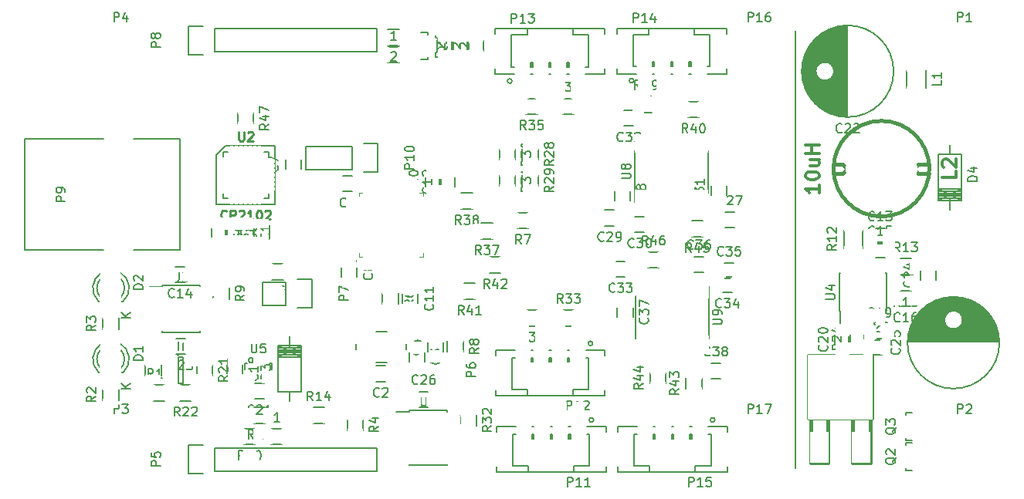
<source format=gto>
G04 #@! TF.FileFunction,Legend,Top*
%FSLAX46Y46*%
G04 Gerber Fmt 4.6, Leading zero omitted, Abs format (unit mm)*
G04 Created by KiCad (PCBNEW 4.0.0-stable) date 12/17/2015 2:41:47 PM*
%MOMM*%
G01*
G04 APERTURE LIST*
%ADD10C,0.100000*%
%ADD11C,0.200000*%
%ADD12C,0.150000*%
%ADD13C,0.381000*%
%ADD14C,0.099060*%
%ADD15C,0.127000*%
%ADD16C,0.149860*%
%ADD17C,0.200660*%
%ADD18C,0.304800*%
%ADD19C,0.074930*%
%ADD20C,0.076200*%
%ADD21C,0.250190*%
%ADD22C,5.400000*%
%ADD23R,1.650000X1.400000*%
%ADD24R,1.400000X1.650000*%
%ADD25R,1.700000X1.700000*%
%ADD26C,1.700000*%
%ADD27R,2.400000X2.400000*%
%ADD28C,2.400000*%
%ADD29C,2.398980*%
%ADD30R,2.398980X2.398980*%
%ADD31R,2.100000X2.400000*%
%ADD32C,2.940000*%
%ADD33C,1.901140*%
%ADD34R,2.432000X2.432000*%
%ADD35O,2.432000X2.432000*%
%ADD36R,2.127200X2.432000*%
%ADD37O,2.127200X2.432000*%
%ADD38C,1.924000*%
%ADD39C,3.100020*%
%ADD40R,2.051000X3.448000*%
%ADD41R,7.100520X7.100520*%
%ADD42R,1.700000X1.100000*%
%ADD43R,1.100000X1.700000*%
%ADD44R,0.648920X1.700000*%
%ADD45R,0.651460X1.700000*%
%ADD46R,1.700000X0.648920*%
%ADD47R,1.700000X0.651460*%
%ADD48R,2.299920X1.499820*%
%ADD49O,1.400760X0.648920*%
%ADD50O,0.648920X1.400760*%
%ADD51R,3.400000X3.400000*%
%ADD52C,3.400000*%
%ADD53R,1.950000X1.000000*%
%ADD54R,1.000000X1.950000*%
%ADD55R,1.460000X1.050000*%
%ADD56R,0.850000X2.050000*%
%ADD57R,4.720000X3.400000*%
%ADD58R,1.400000X5.900000*%
%ADD59R,2.000000X3.400000*%
%ADD60R,1.200100X1.200100*%
%ADD61R,2.000000X1.400000*%
G04 APERTURE END LIST*
D10*
D11*
X77500000Y-1000000D02*
X77500000Y-49000000D01*
D12*
X18150000Y-23600000D02*
X18150000Y-22600000D01*
X16450000Y-22600000D02*
X16450000Y-23600000D01*
X31500000Y-39450000D02*
X32500000Y-39450000D01*
X32500000Y-37750000D02*
X31500000Y-37750000D01*
X36800000Y-37250000D02*
X36800000Y-36250000D01*
X35100000Y-36250000D02*
X35100000Y-37250000D01*
X37200000Y-35200000D02*
X37200000Y-36200000D01*
X38900000Y-36200000D02*
X38900000Y-35200000D01*
X16650000Y-23600000D02*
X16650000Y-22600000D01*
X14950000Y-22600000D02*
X14950000Y-23600000D01*
X15150000Y-23600000D02*
X15150000Y-22600000D01*
X13450000Y-22600000D02*
X13450000Y-23600000D01*
X21550000Y-15100000D02*
X21550000Y-16100000D01*
X23250000Y-16100000D02*
X23250000Y-15100000D01*
X29400000Y-27950000D02*
X29400000Y-26950000D01*
X27700000Y-26950000D02*
X27700000Y-27950000D01*
X27850000Y-18600000D02*
X28850000Y-18600000D01*
X28850000Y-16900000D02*
X27850000Y-16900000D01*
X36900000Y-17050000D02*
X36900000Y-18050000D01*
X38600000Y-18050000D02*
X38600000Y-17050000D01*
X36100000Y-30850000D02*
X36100000Y-29850000D01*
X34400000Y-29850000D02*
X34400000Y-30850000D01*
X38400000Y-17050000D02*
X38400000Y-18050000D01*
X40100000Y-18050000D02*
X40100000Y-17050000D01*
X87250000Y-22600000D02*
X86250000Y-22600000D01*
X86250000Y-24300000D02*
X87250000Y-24300000D01*
X9500000Y-28550000D02*
X10500000Y-28550000D01*
X10500000Y-26850000D02*
X9500000Y-26850000D01*
X87250000Y-24200000D02*
X86250000Y-24200000D01*
X86250000Y-25900000D02*
X87250000Y-25900000D01*
X89050000Y-31200000D02*
X90050000Y-31200000D01*
X90050000Y-29500000D02*
X89050000Y-29500000D01*
X16850000Y-38600000D02*
X16850000Y-37600000D01*
X15150000Y-37600000D02*
X15150000Y-38600000D01*
X87150000Y-33200000D02*
X86150000Y-33200000D01*
X86150000Y-34900000D02*
X87150000Y-34900000D01*
X81800000Y-34350000D02*
X81800000Y-35350000D01*
X83500000Y-35350000D02*
X83500000Y-34350000D01*
X18200000Y-41350000D02*
X19200000Y-41350000D01*
X19200000Y-39650000D02*
X18200000Y-39650000D01*
X83125000Y-10399000D02*
X83125000Y-401000D01*
X82985000Y-10395000D02*
X82985000Y-405000D01*
X82845000Y-10387000D02*
X82845000Y-413000D01*
X82705000Y-10375000D02*
X82705000Y-425000D01*
X82565000Y-10360000D02*
X82565000Y-440000D01*
X82425000Y-10340000D02*
X82425000Y-460000D01*
X82285000Y-10316000D02*
X82285000Y-484000D01*
X82145000Y-10287000D02*
X82145000Y-513000D01*
X82005000Y-10255000D02*
X82005000Y-545000D01*
X81865000Y-10218000D02*
X81865000Y-582000D01*
X81725000Y-10177000D02*
X81725000Y-623000D01*
X81585000Y-10132000D02*
X81585000Y-5866000D01*
X81585000Y-4934000D02*
X81585000Y-668000D01*
X81445000Y-10082000D02*
X81445000Y-6067000D01*
X81445000Y-4733000D02*
X81445000Y-718000D01*
X81305000Y-10027000D02*
X81305000Y-6196000D01*
X81305000Y-4604000D02*
X81305000Y-773000D01*
X81165000Y-9967000D02*
X81165000Y-6285000D01*
X81165000Y-4515000D02*
X81165000Y-833000D01*
X81025000Y-9902000D02*
X81025000Y-6346000D01*
X81025000Y-4454000D02*
X81025000Y-898000D01*
X80885000Y-9832000D02*
X80885000Y-6383000D01*
X80885000Y-4417000D02*
X80885000Y-968000D01*
X80745000Y-9756000D02*
X80745000Y-6399000D01*
X80745000Y-4401000D02*
X80745000Y-1044000D01*
X80605000Y-9674000D02*
X80605000Y-6395000D01*
X80605000Y-4405000D02*
X80605000Y-1126000D01*
X80465000Y-9586000D02*
X80465000Y-6372000D01*
X80465000Y-4428000D02*
X80465000Y-1214000D01*
X80325000Y-9491000D02*
X80325000Y-6327000D01*
X80325000Y-4473000D02*
X80325000Y-1309000D01*
X80185000Y-9389000D02*
X80185000Y-6257000D01*
X80185000Y-4543000D02*
X80185000Y-1411000D01*
X80045000Y-9279000D02*
X80045000Y-6156000D01*
X80045000Y-4644000D02*
X80045000Y-1521000D01*
X79905000Y-9161000D02*
X79905000Y-6007000D01*
X79905000Y-4793000D02*
X79905000Y-1639000D01*
X79765000Y-9033000D02*
X79765000Y-5755000D01*
X79765000Y-5045000D02*
X79765000Y-1767000D01*
X79625000Y-8896000D02*
X79625000Y-1904000D01*
X79485000Y-8746000D02*
X79485000Y-2054000D01*
X79345000Y-8584000D02*
X79345000Y-2216000D01*
X79205000Y-8407000D02*
X79205000Y-2393000D01*
X79065000Y-8211000D02*
X79065000Y-2589000D01*
X78925000Y-7993000D02*
X78925000Y-2807000D01*
X78785000Y-7747000D02*
X78785000Y-3053000D01*
X78645000Y-7462000D02*
X78645000Y-3338000D01*
X78505000Y-7120000D02*
X78505000Y-3680000D01*
X78365000Y-6674000D02*
X78365000Y-4126000D01*
X78225000Y-5899000D02*
X78225000Y-4901000D01*
X81700000Y-5400000D02*
G75*
G03X81700000Y-5400000I-1000000J0D01*
G01*
X88237500Y-5400000D02*
G75*
G03X88237500Y-5400000I-5037500J0D01*
G01*
X9600000Y-36450000D02*
X10600000Y-36450000D01*
X10600000Y-34750000D02*
X9600000Y-34750000D01*
X91150000Y-27300000D02*
X91150000Y-28300000D01*
X92850000Y-28300000D02*
X92850000Y-27300000D01*
X89801000Y-35125000D02*
X99799000Y-35125000D01*
X89805000Y-34985000D02*
X99795000Y-34985000D01*
X89813000Y-34845000D02*
X99787000Y-34845000D01*
X89825000Y-34705000D02*
X99775000Y-34705000D01*
X89840000Y-34565000D02*
X99760000Y-34565000D01*
X89860000Y-34425000D02*
X99740000Y-34425000D01*
X89884000Y-34285000D02*
X99716000Y-34285000D01*
X89913000Y-34145000D02*
X99687000Y-34145000D01*
X89945000Y-34005000D02*
X99655000Y-34005000D01*
X89982000Y-33865000D02*
X99618000Y-33865000D01*
X90023000Y-33725000D02*
X99577000Y-33725000D01*
X90068000Y-33585000D02*
X94334000Y-33585000D01*
X95266000Y-33585000D02*
X99532000Y-33585000D01*
X90118000Y-33445000D02*
X94133000Y-33445000D01*
X95467000Y-33445000D02*
X99482000Y-33445000D01*
X90173000Y-33305000D02*
X94004000Y-33305000D01*
X95596000Y-33305000D02*
X99427000Y-33305000D01*
X90233000Y-33165000D02*
X93915000Y-33165000D01*
X95685000Y-33165000D02*
X99367000Y-33165000D01*
X90298000Y-33025000D02*
X93854000Y-33025000D01*
X95746000Y-33025000D02*
X99302000Y-33025000D01*
X90368000Y-32885000D02*
X93817000Y-32885000D01*
X95783000Y-32885000D02*
X99232000Y-32885000D01*
X90444000Y-32745000D02*
X93801000Y-32745000D01*
X95799000Y-32745000D02*
X99156000Y-32745000D01*
X90526000Y-32605000D02*
X93805000Y-32605000D01*
X95795000Y-32605000D02*
X99074000Y-32605000D01*
X90614000Y-32465000D02*
X93828000Y-32465000D01*
X95772000Y-32465000D02*
X98986000Y-32465000D01*
X90709000Y-32325000D02*
X93873000Y-32325000D01*
X95727000Y-32325000D02*
X98891000Y-32325000D01*
X90811000Y-32185000D02*
X93943000Y-32185000D01*
X95657000Y-32185000D02*
X98789000Y-32185000D01*
X90921000Y-32045000D02*
X94044000Y-32045000D01*
X95556000Y-32045000D02*
X98679000Y-32045000D01*
X91039000Y-31905000D02*
X94193000Y-31905000D01*
X95407000Y-31905000D02*
X98561000Y-31905000D01*
X91167000Y-31765000D02*
X94445000Y-31765000D01*
X95155000Y-31765000D02*
X98433000Y-31765000D01*
X91304000Y-31625000D02*
X98296000Y-31625000D01*
X91454000Y-31485000D02*
X98146000Y-31485000D01*
X91616000Y-31345000D02*
X97984000Y-31345000D01*
X91793000Y-31205000D02*
X97807000Y-31205000D01*
X91989000Y-31065000D02*
X97611000Y-31065000D01*
X92207000Y-30925000D02*
X97393000Y-30925000D01*
X92453000Y-30785000D02*
X97147000Y-30785000D01*
X92738000Y-30645000D02*
X96862000Y-30645000D01*
X93080000Y-30505000D02*
X96520000Y-30505000D01*
X93526000Y-30365000D02*
X96074000Y-30365000D01*
X94301000Y-30225000D02*
X95299000Y-30225000D01*
X95800000Y-32700000D02*
G75*
G03X95800000Y-32700000I-1000000J0D01*
G01*
X99837500Y-35200000D02*
G75*
G03X99837500Y-35200000I-5037500J0D01*
G01*
X37200000Y-40550000D02*
X36200000Y-40550000D01*
X36200000Y-42250000D02*
X37200000Y-42250000D01*
X70800000Y-20850000D02*
X69800000Y-20850000D01*
X69800000Y-22550000D02*
X70800000Y-22550000D01*
X59350000Y-19600000D02*
X59350000Y-18600000D01*
X57650000Y-18600000D02*
X57650000Y-19600000D01*
X56600000Y-22350000D02*
X57600000Y-22350000D01*
X57600000Y-20650000D02*
X56600000Y-20650000D01*
X59900000Y-23050000D02*
X60900000Y-23050000D01*
X60900000Y-21350000D02*
X59900000Y-21350000D01*
X58700000Y-11400000D02*
X59700000Y-11400000D01*
X59700000Y-9700000D02*
X58700000Y-9700000D01*
X57800000Y-27950000D02*
X58800000Y-27950000D01*
X58800000Y-26250000D02*
X57800000Y-26250000D01*
X69500000Y-29650000D02*
X70500000Y-29650000D01*
X70500000Y-27950000D02*
X69500000Y-27950000D01*
X70700000Y-26450000D02*
X69700000Y-26450000D01*
X69700000Y-28150000D02*
X70700000Y-28150000D01*
X67400000Y-25750000D02*
X66400000Y-25750000D01*
X66400000Y-27450000D02*
X67400000Y-27450000D01*
X69250000Y-37450000D02*
X68250000Y-37450000D01*
X68250000Y-39150000D02*
X69250000Y-39150000D01*
X3714000Y-38499000D02*
X3514000Y-38499000D01*
X1120000Y-38499000D02*
X1300000Y-38499000D01*
X1430357Y-35271256D02*
G75*
G03X1114000Y-38499000I1003643J-1727744D01*
G01*
X1300932Y-35946994D02*
G75*
G03X1300000Y-38050000I1133068J-1052006D01*
G01*
X3740726Y-38486220D02*
G75*
G03X3394000Y-35249000I-1306726J1497220D01*
G01*
X3513253Y-38012889D02*
G75*
G03X3494000Y-35965000I-1079253J1013889D01*
G01*
X3714000Y-30699000D02*
X3514000Y-30699000D01*
X1120000Y-30699000D02*
X1300000Y-30699000D01*
X1430357Y-27471256D02*
G75*
G03X1114000Y-30699000I1003643J-1727744D01*
G01*
X1300932Y-28146994D02*
G75*
G03X1300000Y-30250000I1133068J-1052006D01*
G01*
X3740726Y-30686220D02*
G75*
G03X3394000Y-27449000I-1306726J1497220D01*
G01*
X3513253Y-30212889D02*
G75*
G03X3494000Y-28165000I-1079253J1013889D01*
G01*
X22002540Y-40620000D02*
X22002540Y-41636000D01*
X22002540Y-35794000D02*
X22002540Y-34524000D01*
X23272540Y-36048000D02*
X20732540Y-36048000D01*
X23272540Y-36302000D02*
X20732540Y-36302000D01*
X23272540Y-36556000D02*
X20732540Y-36556000D01*
X23272540Y-35794000D02*
X20732540Y-35794000D01*
X23272540Y-36810000D02*
X20732540Y-35540000D01*
X23272540Y-35540000D02*
X20732540Y-36810000D01*
X23272540Y-36810000D02*
X20732540Y-36810000D01*
X23272540Y-36175000D02*
X20732540Y-36175000D01*
X20732540Y-35540000D02*
X23272540Y-35540000D01*
X23272540Y-35540000D02*
X23272540Y-40620000D01*
X23272540Y-40620000D02*
X20732540Y-40620000D01*
X20732540Y-40620000D02*
X20732540Y-35540000D01*
X94397460Y-14480000D02*
X94397460Y-13464000D01*
X94397460Y-19306000D02*
X94397460Y-20576000D01*
X93127460Y-19052000D02*
X95667460Y-19052000D01*
X93127460Y-18798000D02*
X95667460Y-18798000D01*
X93127460Y-18544000D02*
X95667460Y-18544000D01*
X93127460Y-19306000D02*
X95667460Y-19306000D01*
X93127460Y-18290000D02*
X95667460Y-19560000D01*
X93127460Y-19560000D02*
X95667460Y-18290000D01*
X93127460Y-18290000D02*
X95667460Y-18290000D01*
X93127460Y-18925000D02*
X95667460Y-18925000D01*
X95667460Y-19560000D02*
X93127460Y-19560000D01*
X93127460Y-19560000D02*
X93127460Y-14480000D01*
X93127460Y-14480000D02*
X95667460Y-14480000D01*
X95667460Y-14480000D02*
X95667460Y-19560000D01*
X89625000Y-7250000D02*
X89625000Y-5250000D01*
X91775000Y-5250000D02*
X91775000Y-7250000D01*
D13*
X90900500Y-15599620D02*
X92150180Y-15599620D01*
X90900500Y-16600380D02*
X92150180Y-16600380D01*
X90900500Y-16600380D02*
X90400120Y-16100000D01*
X90400120Y-16100000D02*
X90900500Y-15599620D01*
X81649820Y-16600380D02*
X82650580Y-16600380D01*
X82650580Y-16600380D02*
X83150960Y-16100000D01*
X83150960Y-16100000D02*
X82650580Y-15599620D01*
X82650580Y-15599620D02*
X81649820Y-15599620D01*
X92150180Y-16100000D02*
G75*
G03X92150180Y-16100000I-5250180J0D01*
G01*
D12*
X21630000Y-31070000D02*
X19090000Y-31070000D01*
X24450000Y-31350000D02*
X22900000Y-31350000D01*
X21630000Y-31070000D02*
X21630000Y-28530000D01*
X22900000Y-28250000D02*
X24450000Y-28250000D01*
X24450000Y-28250000D02*
X24450000Y-31350000D01*
X21630000Y-28530000D02*
X19090000Y-28530000D01*
X19090000Y-28530000D02*
X19090000Y-31070000D01*
X13770000Y-730000D02*
X31550000Y-730000D01*
X31550000Y-730000D02*
X31550000Y-3270000D01*
X31550000Y-3270000D02*
X13770000Y-3270000D01*
X10950000Y-450000D02*
X12500000Y-450000D01*
X13770000Y-730000D02*
X13770000Y-3270000D01*
X12500000Y-3550000D02*
X10950000Y-3550000D01*
X10950000Y-3550000D02*
X10950000Y-450000D01*
X1650000Y-12834000D02*
X-6986000Y-12834000D01*
X10032000Y-12834000D02*
X4952000Y-12834000D01*
X1650000Y-25026000D02*
X-6986000Y-25026000D01*
X10032000Y-25026000D02*
X4952000Y-25026000D01*
X-6986000Y-25026000D02*
X-6986000Y-12834000D01*
X10032000Y-12834000D02*
X10032000Y-25026000D01*
X28830000Y-13630000D02*
X23750000Y-13630000D01*
X23750000Y-13630000D02*
X23750000Y-16170000D01*
X23750000Y-16170000D02*
X28830000Y-16170000D01*
X31650000Y-16450000D02*
X30100000Y-16450000D01*
X28830000Y-16170000D02*
X28830000Y-13630000D01*
X30100000Y-13350000D02*
X31650000Y-13350000D01*
X31650000Y-13350000D02*
X31650000Y-16450000D01*
D13*
X83748740Y-48399260D02*
X83748740Y-43499600D01*
X83748740Y-48399260D02*
X85651200Y-48399260D01*
X85651200Y-48399260D02*
X85651200Y-43499600D01*
X79148800Y-48351000D02*
X79148800Y-43499600D01*
X79148800Y-48351000D02*
X81051260Y-48351000D01*
X81051260Y-48351000D02*
X81051260Y-43499600D01*
X78950680Y-36600960D02*
X85849320Y-36600960D01*
X85849320Y-36600960D02*
X85849320Y-43499600D01*
X85849320Y-43499600D02*
X78950680Y-43499600D01*
X78950680Y-43499600D02*
X78950680Y-36600960D01*
D12*
X19775000Y-22500000D02*
X19775000Y-23700000D01*
X18025000Y-23700000D02*
X18025000Y-22500000D01*
X3275000Y-40300000D02*
X3275000Y-41500000D01*
X1525000Y-41500000D02*
X1525000Y-40300000D01*
X3275000Y-32500000D02*
X3275000Y-33700000D01*
X1525000Y-33700000D02*
X1525000Y-32500000D01*
X28325000Y-44800000D02*
X28325000Y-43600000D01*
X30075000Y-43600000D02*
X30075000Y-44800000D01*
X20100000Y-26525000D02*
X21300000Y-26525000D01*
X21300000Y-28275000D02*
X20100000Y-28275000D01*
X32175000Y-30950000D02*
X32175000Y-29750000D01*
X33925000Y-29750000D02*
X33925000Y-30950000D01*
X47000000Y-20925000D02*
X48200000Y-20925000D01*
X48200000Y-22675000D02*
X47000000Y-22675000D01*
X39325000Y-36200000D02*
X39325000Y-35000000D01*
X41075000Y-35000000D02*
X41075000Y-36200000D01*
X13625000Y-30400000D02*
X13625000Y-29200000D01*
X15375000Y-29200000D02*
X15375000Y-30400000D01*
X17000000Y-44625000D02*
X18200000Y-44625000D01*
X18200000Y-46375000D02*
X17000000Y-46375000D01*
X21200000Y-46375000D02*
X20000000Y-46375000D01*
X20000000Y-44625000D02*
X21200000Y-44625000D01*
X90150000Y-27725000D02*
X88950000Y-27725000D01*
X88950000Y-25975000D02*
X90150000Y-25975000D01*
X25800000Y-44075000D02*
X24600000Y-44075000D01*
X24600000Y-42325000D02*
X25800000Y-42325000D01*
X18100000Y-42325000D02*
X19300000Y-42325000D01*
X19300000Y-44075000D02*
X18100000Y-44075000D01*
X88950000Y-27775000D02*
X90150000Y-27775000D01*
X90150000Y-29525000D02*
X88950000Y-29525000D01*
X6175000Y-38850000D02*
X6175000Y-37650000D01*
X7925000Y-37650000D02*
X7925000Y-38850000D01*
X8300000Y-41575000D02*
X7100000Y-41575000D01*
X7100000Y-39825000D02*
X8300000Y-39825000D01*
X34000000Y-4475000D02*
X32800000Y-4475000D01*
X32800000Y-2725000D02*
X34000000Y-2725000D01*
X32800000Y-825000D02*
X34000000Y-825000D01*
X34000000Y-2575000D02*
X32800000Y-2575000D01*
X11825000Y-38800000D02*
X11825000Y-37600000D01*
X13575000Y-37600000D02*
X13575000Y-38800000D01*
X10000000Y-39825000D02*
X11200000Y-39825000D01*
X11200000Y-41575000D02*
X10000000Y-41575000D01*
X38225000Y-3200000D02*
X38225000Y-2000000D01*
X39975000Y-2000000D02*
X39975000Y-3200000D01*
X85025000Y-34150000D02*
X85025000Y-35350000D01*
X83275000Y-35350000D02*
X83275000Y-34150000D01*
X86950000Y-36525000D02*
X85750000Y-36525000D01*
X85750000Y-34775000D02*
X86950000Y-34775000D01*
X41575000Y-2000000D02*
X41575000Y-3200000D01*
X39825000Y-3200000D02*
X39825000Y-2000000D01*
X43275000Y-2000000D02*
X43275000Y-3200000D01*
X41525000Y-3200000D02*
X41525000Y-2000000D01*
X47525000Y-15100000D02*
X47525000Y-13900000D01*
X49275000Y-13900000D02*
X49275000Y-15100000D01*
X47525000Y-18000000D02*
X47525000Y-16800000D01*
X49275000Y-16800000D02*
X49275000Y-18000000D01*
X45025000Y-15100000D02*
X45025000Y-13900000D01*
X46775000Y-13900000D02*
X46775000Y-15100000D01*
X45025000Y-18000000D02*
X45025000Y-16800000D01*
X46775000Y-16800000D02*
X46775000Y-18000000D01*
X40725000Y-44300000D02*
X40725000Y-43100000D01*
X42475000Y-43100000D02*
X42475000Y-44300000D01*
X53200000Y-33375000D02*
X52000000Y-33375000D01*
X52000000Y-31625000D02*
X53200000Y-31625000D01*
X48000000Y-31625000D02*
X49200000Y-31625000D01*
X49200000Y-33375000D02*
X48000000Y-33375000D01*
X47950000Y-8375000D02*
X49150000Y-8375000D01*
X49150000Y-10125000D02*
X47950000Y-10125000D01*
X53150000Y-10125000D02*
X51950000Y-10125000D01*
X51950000Y-8375000D02*
X53150000Y-8375000D01*
X43050000Y-22075000D02*
X44250000Y-22075000D01*
X44250000Y-23825000D02*
X43050000Y-23825000D01*
X40850000Y-18775000D02*
X42050000Y-18775000D01*
X42050000Y-20525000D02*
X40850000Y-20525000D01*
X61700000Y-9925000D02*
X60500000Y-9925000D01*
X60500000Y-8175000D02*
X61700000Y-8175000D01*
X65700000Y-8725000D02*
X66900000Y-8725000D01*
X66900000Y-10475000D02*
X65700000Y-10475000D01*
X41150000Y-28675000D02*
X42350000Y-28675000D01*
X42350000Y-30425000D02*
X41150000Y-30425000D01*
X43950000Y-25775000D02*
X45150000Y-25775000D01*
X45150000Y-27525000D02*
X43950000Y-27525000D01*
X67225000Y-39050000D02*
X67225000Y-40250000D01*
X65475000Y-40250000D02*
X65475000Y-39050000D01*
X63275000Y-38450000D02*
X63275000Y-39650000D01*
X61525000Y-39650000D02*
X61525000Y-38450000D01*
D14*
X29352700Y-26247960D02*
G75*
G03X29352700Y-26247960I-200660J0D01*
G01*
X29652420Y-25747580D02*
X36647580Y-25747580D01*
X36647580Y-25747580D02*
X36647580Y-18752420D01*
X36647580Y-18752420D02*
X29652420Y-18752420D01*
X29652420Y-18752420D02*
X29652420Y-25747580D01*
D15*
X34823680Y-35947180D02*
X34823680Y-35352820D01*
X32644360Y-33965980D02*
X31455640Y-33965980D01*
X29276320Y-35947180D02*
X29276320Y-35352820D01*
X32644360Y-37334020D02*
X31455640Y-37334020D01*
D16*
X13999600Y-20000400D02*
X20400400Y-20000400D01*
X20400400Y-20000400D02*
X20400400Y-13599600D01*
X20400400Y-13599600D02*
X15000360Y-13599600D01*
X15000360Y-13599600D02*
X13999600Y-14600360D01*
X13999600Y-14600360D02*
X13999600Y-20000400D01*
D17*
X15201020Y-14300640D02*
X14700640Y-14300640D01*
X14700640Y-14300640D02*
X14700640Y-14801020D01*
X19699360Y-14801020D02*
X19699360Y-14300640D01*
X19699360Y-14300640D02*
X19198980Y-14300640D01*
X19198980Y-19299360D02*
X19699360Y-19299360D01*
X19699360Y-19299360D02*
X19699360Y-18798980D01*
X14700640Y-18798980D02*
X14700640Y-19299360D01*
X14700640Y-19299360D02*
X15201020Y-19299360D01*
D12*
X8025000Y-28925000D02*
X8025000Y-29070000D01*
X12175000Y-28925000D02*
X12175000Y-29070000D01*
X12175000Y-34075000D02*
X12175000Y-33930000D01*
X8025000Y-34075000D02*
X8025000Y-33930000D01*
X8025000Y-28925000D02*
X12175000Y-28925000D01*
X8025000Y-34075000D02*
X12175000Y-34075000D01*
X8025000Y-29070000D02*
X6625000Y-29070000D01*
X82275000Y-31725000D02*
X82420000Y-31725000D01*
X82275000Y-27575000D02*
X82420000Y-27575000D01*
X87425000Y-27575000D02*
X87280000Y-27575000D01*
X87425000Y-31725000D02*
X87280000Y-31725000D01*
X82275000Y-31725000D02*
X82275000Y-27575000D01*
X87425000Y-31725000D02*
X87425000Y-27575000D01*
X82420000Y-31725000D02*
X82420000Y-33125000D01*
X9900000Y-36500000D02*
G75*
G03X9900000Y-36500000I-100000J0D01*
G01*
X10350000Y-36750000D02*
X9850000Y-36750000D01*
X10350000Y-39650000D02*
X10350000Y-36750000D01*
X9850000Y-39650000D02*
X10350000Y-39650000D01*
X9850000Y-36750000D02*
X9850000Y-39650000D01*
X35125000Y-42625000D02*
X35125000Y-42770000D01*
X39275000Y-42625000D02*
X39275000Y-42770000D01*
X39275000Y-48675000D02*
X39275000Y-48530000D01*
X35125000Y-48675000D02*
X35125000Y-48530000D01*
X35125000Y-42625000D02*
X39275000Y-42625000D01*
X35125000Y-48675000D02*
X39275000Y-48675000D01*
X35125000Y-42770000D02*
X33725000Y-42770000D01*
X59875000Y-18725000D02*
X59900000Y-18725000D01*
X59875000Y-14075000D02*
X59900000Y-14075000D01*
X67925000Y-14075000D02*
X67900000Y-14075000D01*
X67925000Y-18725000D02*
X67900000Y-18725000D01*
X59875000Y-18725000D02*
X59875000Y-14075000D01*
X67925000Y-18725000D02*
X67925000Y-14075000D01*
X59900000Y-18725000D02*
X59900000Y-19800000D01*
X68025000Y-30075000D02*
X68000000Y-30075000D01*
X68025000Y-34725000D02*
X68000000Y-34725000D01*
X59975000Y-34725000D02*
X60000000Y-34725000D01*
X59975000Y-30075000D02*
X60000000Y-30075000D01*
X68025000Y-30075000D02*
X68025000Y-34725000D01*
X59975000Y-30075000D02*
X59975000Y-34725000D01*
X68000000Y-30075000D02*
X68000000Y-29000000D01*
X55350000Y-43675000D02*
G75*
G03X55350000Y-43675000I-250000J0D01*
G01*
X56700000Y-48825000D02*
X56700000Y-49425000D01*
X56700000Y-49425000D02*
X44700000Y-49425000D01*
X44700000Y-49425000D02*
X44700000Y-48825000D01*
X56700000Y-45025000D02*
X56700000Y-44425000D01*
X56700000Y-44425000D02*
X54600000Y-44425000D01*
X44700000Y-45025000D02*
X44700000Y-44425000D01*
X44700000Y-44425000D02*
X46800000Y-44425000D01*
X53200000Y-49425000D02*
X53200000Y-48725000D01*
X53200000Y-48725000D02*
X54900000Y-48725000D01*
X54900000Y-48725000D02*
X54900000Y-45225000D01*
X54900000Y-45225000D02*
X54600000Y-45225000D01*
X48200000Y-49425000D02*
X48200000Y-48725000D01*
X48200000Y-48725000D02*
X46500000Y-48725000D01*
X46500000Y-48725000D02*
X46500000Y-45225000D01*
X46500000Y-45225000D02*
X46800000Y-45225000D01*
X52800000Y-44425000D02*
X52600000Y-44425000D01*
X52800000Y-45225000D02*
X52600000Y-45225000D01*
X52800000Y-45225000D02*
X52800000Y-45725000D01*
X52800000Y-45725000D02*
X52600000Y-45725000D01*
X52600000Y-45725000D02*
X52600000Y-45225000D01*
X52700000Y-45225000D02*
X52700000Y-45725000D01*
X50800000Y-44425000D02*
X50600000Y-44425000D01*
X50800000Y-45225000D02*
X50600000Y-45225000D01*
X50800000Y-45225000D02*
X50800000Y-45725000D01*
X50800000Y-45725000D02*
X50600000Y-45725000D01*
X50600000Y-45725000D02*
X50600000Y-45225000D01*
X50700000Y-45225000D02*
X50700000Y-45725000D01*
X48800000Y-44425000D02*
X48600000Y-44425000D01*
X48800000Y-45225000D02*
X48600000Y-45225000D01*
X48800000Y-45225000D02*
X48800000Y-45725000D01*
X48800000Y-45725000D02*
X48600000Y-45725000D01*
X48600000Y-45725000D02*
X48600000Y-45225000D01*
X48700000Y-45225000D02*
X48700000Y-45725000D01*
X55250000Y-35275000D02*
G75*
G03X55250000Y-35275000I-250000J0D01*
G01*
X56600000Y-40425000D02*
X56600000Y-41025000D01*
X56600000Y-41025000D02*
X44600000Y-41025000D01*
X44600000Y-41025000D02*
X44600000Y-40425000D01*
X56600000Y-36625000D02*
X56600000Y-36025000D01*
X56600000Y-36025000D02*
X54500000Y-36025000D01*
X44600000Y-36625000D02*
X44600000Y-36025000D01*
X44600000Y-36025000D02*
X46700000Y-36025000D01*
X53100000Y-41025000D02*
X53100000Y-40325000D01*
X53100000Y-40325000D02*
X54800000Y-40325000D01*
X54800000Y-40325000D02*
X54800000Y-36825000D01*
X54800000Y-36825000D02*
X54500000Y-36825000D01*
X48100000Y-41025000D02*
X48100000Y-40325000D01*
X48100000Y-40325000D02*
X46400000Y-40325000D01*
X46400000Y-40325000D02*
X46400000Y-36825000D01*
X46400000Y-36825000D02*
X46700000Y-36825000D01*
X52700000Y-36025000D02*
X52500000Y-36025000D01*
X52700000Y-36825000D02*
X52500000Y-36825000D01*
X52700000Y-36825000D02*
X52700000Y-37325000D01*
X52700000Y-37325000D02*
X52500000Y-37325000D01*
X52500000Y-37325000D02*
X52500000Y-36825000D01*
X52600000Y-36825000D02*
X52600000Y-37325000D01*
X50700000Y-36025000D02*
X50500000Y-36025000D01*
X50700000Y-36825000D02*
X50500000Y-36825000D01*
X50700000Y-36825000D02*
X50700000Y-37325000D01*
X50700000Y-37325000D02*
X50500000Y-37325000D01*
X50500000Y-37325000D02*
X50500000Y-36825000D01*
X50600000Y-36825000D02*
X50600000Y-37325000D01*
X48700000Y-36025000D02*
X48500000Y-36025000D01*
X48700000Y-36825000D02*
X48500000Y-36825000D01*
X48700000Y-36825000D02*
X48700000Y-37325000D01*
X48700000Y-37325000D02*
X48500000Y-37325000D01*
X48500000Y-37325000D02*
X48500000Y-36825000D01*
X48600000Y-36825000D02*
X48600000Y-37325000D01*
X46400000Y-6475000D02*
G75*
G03X46400000Y-6475000I-250000J0D01*
G01*
X44550000Y-1325000D02*
X44550000Y-725000D01*
X44550000Y-725000D02*
X56550000Y-725000D01*
X56550000Y-725000D02*
X56550000Y-1325000D01*
X44550000Y-5125000D02*
X44550000Y-5725000D01*
X44550000Y-5725000D02*
X46650000Y-5725000D01*
X56550000Y-5125000D02*
X56550000Y-5725000D01*
X56550000Y-5725000D02*
X54450000Y-5725000D01*
X48050000Y-725000D02*
X48050000Y-1425000D01*
X48050000Y-1425000D02*
X46350000Y-1425000D01*
X46350000Y-1425000D02*
X46350000Y-4925000D01*
X46350000Y-4925000D02*
X46650000Y-4925000D01*
X53050000Y-725000D02*
X53050000Y-1425000D01*
X53050000Y-1425000D02*
X54750000Y-1425000D01*
X54750000Y-1425000D02*
X54750000Y-4925000D01*
X54750000Y-4925000D02*
X54450000Y-4925000D01*
X48450000Y-5725000D02*
X48650000Y-5725000D01*
X48450000Y-4925000D02*
X48650000Y-4925000D01*
X48450000Y-4925000D02*
X48450000Y-4425000D01*
X48450000Y-4425000D02*
X48650000Y-4425000D01*
X48650000Y-4425000D02*
X48650000Y-4925000D01*
X48550000Y-4925000D02*
X48550000Y-4425000D01*
X50450000Y-5725000D02*
X50650000Y-5725000D01*
X50450000Y-4925000D02*
X50650000Y-4925000D01*
X50450000Y-4925000D02*
X50450000Y-4425000D01*
X50450000Y-4425000D02*
X50650000Y-4425000D01*
X50650000Y-4425000D02*
X50650000Y-4925000D01*
X50550000Y-4925000D02*
X50550000Y-4425000D01*
X52450000Y-5725000D02*
X52650000Y-5725000D01*
X52450000Y-4925000D02*
X52650000Y-4925000D01*
X52450000Y-4925000D02*
X52450000Y-4425000D01*
X52450000Y-4425000D02*
X52650000Y-4425000D01*
X52650000Y-4425000D02*
X52650000Y-4925000D01*
X52550000Y-4925000D02*
X52550000Y-4425000D01*
X59750000Y-6425000D02*
G75*
G03X59750000Y-6425000I-250000J0D01*
G01*
X57900000Y-1275000D02*
X57900000Y-675000D01*
X57900000Y-675000D02*
X69900000Y-675000D01*
X69900000Y-675000D02*
X69900000Y-1275000D01*
X57900000Y-5075000D02*
X57900000Y-5675000D01*
X57900000Y-5675000D02*
X60000000Y-5675000D01*
X69900000Y-5075000D02*
X69900000Y-5675000D01*
X69900000Y-5675000D02*
X67800000Y-5675000D01*
X61400000Y-675000D02*
X61400000Y-1375000D01*
X61400000Y-1375000D02*
X59700000Y-1375000D01*
X59700000Y-1375000D02*
X59700000Y-4875000D01*
X59700000Y-4875000D02*
X60000000Y-4875000D01*
X66400000Y-675000D02*
X66400000Y-1375000D01*
X66400000Y-1375000D02*
X68100000Y-1375000D01*
X68100000Y-1375000D02*
X68100000Y-4875000D01*
X68100000Y-4875000D02*
X67800000Y-4875000D01*
X61800000Y-5675000D02*
X62000000Y-5675000D01*
X61800000Y-4875000D02*
X62000000Y-4875000D01*
X61800000Y-4875000D02*
X61800000Y-4375000D01*
X61800000Y-4375000D02*
X62000000Y-4375000D01*
X62000000Y-4375000D02*
X62000000Y-4875000D01*
X61900000Y-4875000D02*
X61900000Y-4375000D01*
X63800000Y-5675000D02*
X64000000Y-5675000D01*
X63800000Y-4875000D02*
X64000000Y-4875000D01*
X63800000Y-4875000D02*
X63800000Y-4375000D01*
X63800000Y-4375000D02*
X64000000Y-4375000D01*
X64000000Y-4375000D02*
X64000000Y-4875000D01*
X63900000Y-4875000D02*
X63900000Y-4375000D01*
X65800000Y-5675000D02*
X66000000Y-5675000D01*
X65800000Y-4875000D02*
X66000000Y-4875000D01*
X65800000Y-4875000D02*
X65800000Y-4375000D01*
X65800000Y-4375000D02*
X66000000Y-4375000D01*
X66000000Y-4375000D02*
X66000000Y-4875000D01*
X65900000Y-4875000D02*
X65900000Y-4375000D01*
X68650000Y-43675000D02*
G75*
G03X68650000Y-43675000I-250000J0D01*
G01*
X70000000Y-48825000D02*
X70000000Y-49425000D01*
X70000000Y-49425000D02*
X58000000Y-49425000D01*
X58000000Y-49425000D02*
X58000000Y-48825000D01*
X70000000Y-45025000D02*
X70000000Y-44425000D01*
X70000000Y-44425000D02*
X67900000Y-44425000D01*
X58000000Y-45025000D02*
X58000000Y-44425000D01*
X58000000Y-44425000D02*
X60100000Y-44425000D01*
X66500000Y-49425000D02*
X66500000Y-48725000D01*
X66500000Y-48725000D02*
X68200000Y-48725000D01*
X68200000Y-48725000D02*
X68200000Y-45225000D01*
X68200000Y-45225000D02*
X67900000Y-45225000D01*
X61500000Y-49425000D02*
X61500000Y-48725000D01*
X61500000Y-48725000D02*
X59800000Y-48725000D01*
X59800000Y-48725000D02*
X59800000Y-45225000D01*
X59800000Y-45225000D02*
X60100000Y-45225000D01*
X66100000Y-44425000D02*
X65900000Y-44425000D01*
X66100000Y-45225000D02*
X65900000Y-45225000D01*
X66100000Y-45225000D02*
X66100000Y-45725000D01*
X66100000Y-45725000D02*
X65900000Y-45725000D01*
X65900000Y-45725000D02*
X65900000Y-45225000D01*
X66000000Y-45225000D02*
X66000000Y-45725000D01*
X64100000Y-44425000D02*
X63900000Y-44425000D01*
X64100000Y-45225000D02*
X63900000Y-45225000D01*
X64100000Y-45225000D02*
X64100000Y-45725000D01*
X64100000Y-45725000D02*
X63900000Y-45725000D01*
X63900000Y-45725000D02*
X63900000Y-45225000D01*
X64000000Y-45225000D02*
X64000000Y-45725000D01*
X62100000Y-44425000D02*
X61900000Y-44425000D01*
X62100000Y-45225000D02*
X61900000Y-45225000D01*
X62100000Y-45225000D02*
X62100000Y-45725000D01*
X62100000Y-45725000D02*
X61900000Y-45725000D01*
X61900000Y-45725000D02*
X61900000Y-45225000D01*
X62000000Y-45225000D02*
X62000000Y-45725000D01*
X13770000Y-46730000D02*
X31550000Y-46730000D01*
X31550000Y-46730000D02*
X31550000Y-49270000D01*
X31550000Y-49270000D02*
X13770000Y-49270000D01*
X10950000Y-46450000D02*
X12500000Y-46450000D01*
X13770000Y-46730000D02*
X13770000Y-49270000D01*
X12500000Y-49550000D02*
X10950000Y-49550000D01*
X10950000Y-49550000D02*
X10950000Y-46450000D01*
X37150240Y-3899160D02*
X37150240Y-3850900D01*
X36449200Y-1100180D02*
X37150240Y-1100180D01*
X37150240Y-1100180D02*
X37150240Y-1349100D01*
X37150240Y-3899160D02*
X37150240Y-4099820D01*
X37150240Y-4099820D02*
X36449200Y-4099820D01*
X89549760Y-46400840D02*
X89549760Y-46449100D01*
X90250800Y-49199820D02*
X89549760Y-49199820D01*
X89549760Y-49199820D02*
X89549760Y-48950900D01*
X89549760Y-46400840D02*
X89549760Y-46200180D01*
X89549760Y-46200180D02*
X90250800Y-46200180D01*
X89549760Y-43100840D02*
X89549760Y-43149100D01*
X90250800Y-45899820D02*
X89549760Y-45899820D01*
X89549760Y-45899820D02*
X89549760Y-45650900D01*
X89549760Y-43100840D02*
X89549760Y-42900180D01*
X89549760Y-42900180D02*
X90250800Y-42900180D01*
X19899160Y-37449760D02*
X19850900Y-37449760D01*
X17100180Y-38150800D02*
X17100180Y-37449760D01*
X17100180Y-37449760D02*
X17349100Y-37449760D01*
X19899160Y-37449760D02*
X20099820Y-37449760D01*
X20099820Y-37449760D02*
X20099820Y-38150800D01*
X66100000Y-21825000D02*
X67300000Y-21825000D01*
X67300000Y-23575000D02*
X66100000Y-23575000D01*
X62500000Y-26975000D02*
X61300000Y-26975000D01*
X61300000Y-25225000D02*
X62500000Y-25225000D01*
X68250000Y-18000000D02*
X68250000Y-19000000D01*
X69950000Y-19000000D02*
X69950000Y-18000000D01*
X59650000Y-32350000D02*
X59650000Y-31350000D01*
X57950000Y-31350000D02*
X57950000Y-32350000D01*
X82775000Y-22800000D02*
X82775000Y-24800000D01*
X84825000Y-24800000D02*
X84825000Y-22800000D01*
X16325000Y-11150000D02*
X16325000Y-9950000D01*
X18075000Y-9950000D02*
X18075000Y-11150000D01*
X72285714Y48119D02*
X72285714Y1048119D01*
X72666667Y1048119D01*
X72761905Y1000500D01*
X72809524Y952881D01*
X72857143Y857643D01*
X72857143Y714786D01*
X72809524Y619548D01*
X72761905Y571929D01*
X72666667Y524310D01*
X72285714Y524310D01*
X73809524Y48119D02*
X73238095Y48119D01*
X73523809Y48119D02*
X73523809Y1048119D01*
X73428571Y905262D01*
X73333333Y810024D01*
X73238095Y762405D01*
X74666667Y1048119D02*
X74476190Y1048119D01*
X74380952Y1000500D01*
X74333333Y952881D01*
X74238095Y810024D01*
X74190476Y619548D01*
X74190476Y238595D01*
X74238095Y143357D01*
X74285714Y95738D01*
X74380952Y48119D01*
X74571429Y48119D01*
X74666667Y95738D01*
X74714286Y143357D01*
X74761905Y238595D01*
X74761905Y476690D01*
X74714286Y571929D01*
X74666667Y619548D01*
X74571429Y667167D01*
X74380952Y667167D01*
X74285714Y619548D01*
X74238095Y571929D01*
X74190476Y476690D01*
X2761905Y48119D02*
X2761905Y1048119D01*
X3142858Y1048119D01*
X3238096Y1000500D01*
X3285715Y952881D01*
X3333334Y857643D01*
X3333334Y714786D01*
X3285715Y619548D01*
X3238096Y571929D01*
X3142858Y524310D01*
X2761905Y524310D01*
X4190477Y714786D02*
X4190477Y48119D01*
X3952381Y1095738D02*
X3714286Y381452D01*
X4333334Y381452D01*
X2761905Y-42951881D02*
X2761905Y-41951881D01*
X3142858Y-41951881D01*
X3238096Y-41999500D01*
X3285715Y-42047119D01*
X3333334Y-42142357D01*
X3333334Y-42285214D01*
X3285715Y-42380452D01*
X3238096Y-42428071D01*
X3142858Y-42475690D01*
X2761905Y-42475690D01*
X3666667Y-41951881D02*
X4285715Y-41951881D01*
X3952381Y-42332833D01*
X4095239Y-42332833D01*
X4190477Y-42380452D01*
X4238096Y-42428071D01*
X4285715Y-42523310D01*
X4285715Y-42761405D01*
X4238096Y-42856643D01*
X4190477Y-42904262D01*
X4095239Y-42951881D01*
X3809524Y-42951881D01*
X3714286Y-42904262D01*
X3666667Y-42856643D01*
X72285714Y-42951881D02*
X72285714Y-41951881D01*
X72666667Y-41951881D01*
X72761905Y-41999500D01*
X72809524Y-42047119D01*
X72857143Y-42142357D01*
X72857143Y-42285214D01*
X72809524Y-42380452D01*
X72761905Y-42428071D01*
X72666667Y-42475690D01*
X72285714Y-42475690D01*
X73809524Y-42951881D02*
X73238095Y-42951881D01*
X73523809Y-42951881D02*
X73523809Y-41951881D01*
X73428571Y-42094738D01*
X73333333Y-42189976D01*
X73238095Y-42237595D01*
X74142857Y-41951881D02*
X74809524Y-41951881D01*
X74380952Y-42951881D01*
X95261905Y-42951881D02*
X95261905Y-41951881D01*
X95642858Y-41951881D01*
X95738096Y-41999500D01*
X95785715Y-42047119D01*
X95833334Y-42142357D01*
X95833334Y-42285214D01*
X95785715Y-42380452D01*
X95738096Y-42428071D01*
X95642858Y-42475690D01*
X95261905Y-42475690D01*
X96214286Y-42047119D02*
X96261905Y-41999500D01*
X96357143Y-41951881D01*
X96595239Y-41951881D01*
X96690477Y-41999500D01*
X96738096Y-42047119D01*
X96785715Y-42142357D01*
X96785715Y-42237595D01*
X96738096Y-42380452D01*
X96166667Y-42951881D01*
X96785715Y-42951881D01*
X95261905Y48119D02*
X95261905Y1048119D01*
X95642858Y1048119D01*
X95738096Y1000500D01*
X95785715Y952881D01*
X95833334Y857643D01*
X95833334Y714786D01*
X95785715Y619548D01*
X95738096Y571929D01*
X95642858Y524310D01*
X95261905Y524310D01*
X96785715Y48119D02*
X96214286Y48119D01*
X96500000Y48119D02*
X96500000Y1048119D01*
X96404762Y905262D01*
X96309524Y810024D01*
X96214286Y762405D01*
X19757143Y-23266666D02*
X19804762Y-23314285D01*
X19852381Y-23457142D01*
X19852381Y-23552380D01*
X19804762Y-23695238D01*
X19709524Y-23790476D01*
X19614286Y-23838095D01*
X19423810Y-23885714D01*
X19280952Y-23885714D01*
X19090476Y-23838095D01*
X18995238Y-23790476D01*
X18900000Y-23695238D01*
X18852381Y-23552380D01*
X18852381Y-23457142D01*
X18900000Y-23314285D01*
X18947619Y-23266666D01*
X19852381Y-22314285D02*
X19852381Y-22885714D01*
X19852381Y-22600000D02*
X18852381Y-22600000D01*
X18995238Y-22695238D01*
X19090476Y-22790476D01*
X19138095Y-22885714D01*
X31833334Y-41057143D02*
X31785715Y-41104762D01*
X31642858Y-41152381D01*
X31547620Y-41152381D01*
X31404762Y-41104762D01*
X31309524Y-41009524D01*
X31261905Y-40914286D01*
X31214286Y-40723810D01*
X31214286Y-40580952D01*
X31261905Y-40390476D01*
X31309524Y-40295238D01*
X31404762Y-40200000D01*
X31547620Y-40152381D01*
X31642858Y-40152381D01*
X31785715Y-40200000D01*
X31833334Y-40247619D01*
X32214286Y-40247619D02*
X32261905Y-40200000D01*
X32357143Y-40152381D01*
X32595239Y-40152381D01*
X32690477Y-40200000D01*
X32738096Y-40247619D01*
X32785715Y-40342857D01*
X32785715Y-40438095D01*
X32738096Y-40580952D01*
X32166667Y-41152381D01*
X32785715Y-41152381D01*
X38407143Y-36916666D02*
X38454762Y-36964285D01*
X38502381Y-37107142D01*
X38502381Y-37202380D01*
X38454762Y-37345238D01*
X38359524Y-37440476D01*
X38264286Y-37488095D01*
X38073810Y-37535714D01*
X37930952Y-37535714D01*
X37740476Y-37488095D01*
X37645238Y-37440476D01*
X37550000Y-37345238D01*
X37502381Y-37202380D01*
X37502381Y-37107142D01*
X37550000Y-36964285D01*
X37597619Y-36916666D01*
X37502381Y-36583333D02*
X37502381Y-35964285D01*
X37883333Y-36297619D01*
X37883333Y-36154761D01*
X37930952Y-36059523D01*
X37978571Y-36011904D01*
X38073810Y-35964285D01*
X38311905Y-35964285D01*
X38407143Y-36011904D01*
X38454762Y-36059523D01*
X38502381Y-36154761D01*
X38502381Y-36440476D01*
X38454762Y-36535714D01*
X38407143Y-36583333D01*
X36307143Y-35866666D02*
X36354762Y-35914285D01*
X36402381Y-36057142D01*
X36402381Y-36152380D01*
X36354762Y-36295238D01*
X36259524Y-36390476D01*
X36164286Y-36438095D01*
X35973810Y-36485714D01*
X35830952Y-36485714D01*
X35640476Y-36438095D01*
X35545238Y-36390476D01*
X35450000Y-36295238D01*
X35402381Y-36152380D01*
X35402381Y-36057142D01*
X35450000Y-35914285D01*
X35497619Y-35866666D01*
X35735714Y-35009523D02*
X36402381Y-35009523D01*
X35354762Y-35247619D02*
X36069048Y-35485714D01*
X36069048Y-34866666D01*
X18257143Y-23266666D02*
X18304762Y-23314285D01*
X18352381Y-23457142D01*
X18352381Y-23552380D01*
X18304762Y-23695238D01*
X18209524Y-23790476D01*
X18114286Y-23838095D01*
X17923810Y-23885714D01*
X17780952Y-23885714D01*
X17590476Y-23838095D01*
X17495238Y-23790476D01*
X17400000Y-23695238D01*
X17352381Y-23552380D01*
X17352381Y-23457142D01*
X17400000Y-23314285D01*
X17447619Y-23266666D01*
X17352381Y-22361904D02*
X17352381Y-22838095D01*
X17828571Y-22885714D01*
X17780952Y-22838095D01*
X17733333Y-22742857D01*
X17733333Y-22504761D01*
X17780952Y-22409523D01*
X17828571Y-22361904D01*
X17923810Y-22314285D01*
X18161905Y-22314285D01*
X18257143Y-22361904D01*
X18304762Y-22409523D01*
X18352381Y-22504761D01*
X18352381Y-22742857D01*
X18304762Y-22838095D01*
X18257143Y-22885714D01*
X16757143Y-23266666D02*
X16804762Y-23314285D01*
X16852381Y-23457142D01*
X16852381Y-23552380D01*
X16804762Y-23695238D01*
X16709524Y-23790476D01*
X16614286Y-23838095D01*
X16423810Y-23885714D01*
X16280952Y-23885714D01*
X16090476Y-23838095D01*
X15995238Y-23790476D01*
X15900000Y-23695238D01*
X15852381Y-23552380D01*
X15852381Y-23457142D01*
X15900000Y-23314285D01*
X15947619Y-23266666D01*
X15852381Y-22409523D02*
X15852381Y-22600000D01*
X15900000Y-22695238D01*
X15947619Y-22742857D01*
X16090476Y-22838095D01*
X16280952Y-22885714D01*
X16661905Y-22885714D01*
X16757143Y-22838095D01*
X16804762Y-22790476D01*
X16852381Y-22695238D01*
X16852381Y-22504761D01*
X16804762Y-22409523D01*
X16757143Y-22361904D01*
X16661905Y-22314285D01*
X16423810Y-22314285D01*
X16328571Y-22361904D01*
X16280952Y-22409523D01*
X16233333Y-22504761D01*
X16233333Y-22695238D01*
X16280952Y-22790476D01*
X16328571Y-22838095D01*
X16423810Y-22885714D01*
X20657143Y-15766666D02*
X20704762Y-15814285D01*
X20752381Y-15957142D01*
X20752381Y-16052380D01*
X20704762Y-16195238D01*
X20609524Y-16290476D01*
X20514286Y-16338095D01*
X20323810Y-16385714D01*
X20180952Y-16385714D01*
X19990476Y-16338095D01*
X19895238Y-16290476D01*
X19800000Y-16195238D01*
X19752381Y-16052380D01*
X19752381Y-15957142D01*
X19800000Y-15814285D01*
X19847619Y-15766666D01*
X19752381Y-15433333D02*
X19752381Y-14766666D01*
X20752381Y-15195238D01*
X31007143Y-27616666D02*
X31054762Y-27664285D01*
X31102381Y-27807142D01*
X31102381Y-27902380D01*
X31054762Y-28045238D01*
X30959524Y-28140476D01*
X30864286Y-28188095D01*
X30673810Y-28235714D01*
X30530952Y-28235714D01*
X30340476Y-28188095D01*
X30245238Y-28140476D01*
X30150000Y-28045238D01*
X30102381Y-27902380D01*
X30102381Y-27807142D01*
X30150000Y-27664285D01*
X30197619Y-27616666D01*
X30530952Y-27045238D02*
X30483333Y-27140476D01*
X30435714Y-27188095D01*
X30340476Y-27235714D01*
X30292857Y-27235714D01*
X30197619Y-27188095D01*
X30150000Y-27140476D01*
X30102381Y-27045238D01*
X30102381Y-26854761D01*
X30150000Y-26759523D01*
X30197619Y-26711904D01*
X30292857Y-26664285D01*
X30340476Y-26664285D01*
X30435714Y-26711904D01*
X30483333Y-26759523D01*
X30530952Y-26854761D01*
X30530952Y-27045238D01*
X30578571Y-27140476D01*
X30626190Y-27188095D01*
X30721429Y-27235714D01*
X30911905Y-27235714D01*
X31007143Y-27188095D01*
X31054762Y-27140476D01*
X31102381Y-27045238D01*
X31102381Y-26854761D01*
X31054762Y-26759523D01*
X31007143Y-26711904D01*
X30911905Y-26664285D01*
X30721429Y-26664285D01*
X30626190Y-26711904D01*
X30578571Y-26759523D01*
X30530952Y-26854761D01*
X28183334Y-20207143D02*
X28135715Y-20254762D01*
X27992858Y-20302381D01*
X27897620Y-20302381D01*
X27754762Y-20254762D01*
X27659524Y-20159524D01*
X27611905Y-20064286D01*
X27564286Y-19873810D01*
X27564286Y-19730952D01*
X27611905Y-19540476D01*
X27659524Y-19445238D01*
X27754762Y-19350000D01*
X27897620Y-19302381D01*
X27992858Y-19302381D01*
X28135715Y-19350000D01*
X28183334Y-19397619D01*
X28659524Y-20302381D02*
X28850000Y-20302381D01*
X28945239Y-20254762D01*
X28992858Y-20207143D01*
X29088096Y-20064286D01*
X29135715Y-19873810D01*
X29135715Y-19492857D01*
X29088096Y-19397619D01*
X29040477Y-19350000D01*
X28945239Y-19302381D01*
X28754762Y-19302381D01*
X28659524Y-19350000D01*
X28611905Y-19397619D01*
X28564286Y-19492857D01*
X28564286Y-19730952D01*
X28611905Y-19826190D01*
X28659524Y-19873810D01*
X28754762Y-19921429D01*
X28945239Y-19921429D01*
X29040477Y-19873810D01*
X29088096Y-19826190D01*
X29135715Y-19730952D01*
X36007143Y-18192857D02*
X36054762Y-18240476D01*
X36102381Y-18383333D01*
X36102381Y-18478571D01*
X36054762Y-18621429D01*
X35959524Y-18716667D01*
X35864286Y-18764286D01*
X35673810Y-18811905D01*
X35530952Y-18811905D01*
X35340476Y-18764286D01*
X35245238Y-18716667D01*
X35150000Y-18621429D01*
X35102381Y-18478571D01*
X35102381Y-18383333D01*
X35150000Y-18240476D01*
X35197619Y-18192857D01*
X36102381Y-17240476D02*
X36102381Y-17811905D01*
X36102381Y-17526191D02*
X35102381Y-17526191D01*
X35245238Y-17621429D01*
X35340476Y-17716667D01*
X35388095Y-17811905D01*
X35102381Y-16621429D02*
X35102381Y-16526190D01*
X35150000Y-16430952D01*
X35197619Y-16383333D01*
X35292857Y-16335714D01*
X35483333Y-16288095D01*
X35721429Y-16288095D01*
X35911905Y-16335714D01*
X36007143Y-16383333D01*
X36054762Y-16430952D01*
X36102381Y-16526190D01*
X36102381Y-16621429D01*
X36054762Y-16716667D01*
X36007143Y-16764286D01*
X35911905Y-16811905D01*
X35721429Y-16859524D01*
X35483333Y-16859524D01*
X35292857Y-16811905D01*
X35197619Y-16764286D01*
X35150000Y-16716667D01*
X35102381Y-16621429D01*
X37707143Y-30992857D02*
X37754762Y-31040476D01*
X37802381Y-31183333D01*
X37802381Y-31278571D01*
X37754762Y-31421429D01*
X37659524Y-31516667D01*
X37564286Y-31564286D01*
X37373810Y-31611905D01*
X37230952Y-31611905D01*
X37040476Y-31564286D01*
X36945238Y-31516667D01*
X36850000Y-31421429D01*
X36802381Y-31278571D01*
X36802381Y-31183333D01*
X36850000Y-31040476D01*
X36897619Y-30992857D01*
X37802381Y-30040476D02*
X37802381Y-30611905D01*
X37802381Y-30326191D02*
X36802381Y-30326191D01*
X36945238Y-30421429D01*
X37040476Y-30516667D01*
X37088095Y-30611905D01*
X37802381Y-29088095D02*
X37802381Y-29659524D01*
X37802381Y-29373810D02*
X36802381Y-29373810D01*
X36945238Y-29469048D01*
X37040476Y-29564286D01*
X37088095Y-29659524D01*
X37507143Y-18192857D02*
X37554762Y-18240476D01*
X37602381Y-18383333D01*
X37602381Y-18478571D01*
X37554762Y-18621429D01*
X37459524Y-18716667D01*
X37364286Y-18764286D01*
X37173810Y-18811905D01*
X37030952Y-18811905D01*
X36840476Y-18764286D01*
X36745238Y-18716667D01*
X36650000Y-18621429D01*
X36602381Y-18478571D01*
X36602381Y-18383333D01*
X36650000Y-18240476D01*
X36697619Y-18192857D01*
X37602381Y-17240476D02*
X37602381Y-17811905D01*
X37602381Y-17526191D02*
X36602381Y-17526191D01*
X36745238Y-17621429D01*
X36840476Y-17716667D01*
X36888095Y-17811905D01*
X36697619Y-16859524D02*
X36650000Y-16811905D01*
X36602381Y-16716667D01*
X36602381Y-16478571D01*
X36650000Y-16383333D01*
X36697619Y-16335714D01*
X36792857Y-16288095D01*
X36888095Y-16288095D01*
X37030952Y-16335714D01*
X37602381Y-16907143D01*
X37602381Y-16288095D01*
X86107143Y-21707143D02*
X86059524Y-21754762D01*
X85916667Y-21802381D01*
X85821429Y-21802381D01*
X85678571Y-21754762D01*
X85583333Y-21659524D01*
X85535714Y-21564286D01*
X85488095Y-21373810D01*
X85488095Y-21230952D01*
X85535714Y-21040476D01*
X85583333Y-20945238D01*
X85678571Y-20850000D01*
X85821429Y-20802381D01*
X85916667Y-20802381D01*
X86059524Y-20850000D01*
X86107143Y-20897619D01*
X87059524Y-21802381D02*
X86488095Y-21802381D01*
X86773809Y-21802381D02*
X86773809Y-20802381D01*
X86678571Y-20945238D01*
X86583333Y-21040476D01*
X86488095Y-21088095D01*
X87392857Y-20802381D02*
X88011905Y-20802381D01*
X87678571Y-21183333D01*
X87821429Y-21183333D01*
X87916667Y-21230952D01*
X87964286Y-21278571D01*
X88011905Y-21373810D01*
X88011905Y-21611905D01*
X87964286Y-21707143D01*
X87916667Y-21754762D01*
X87821429Y-21802381D01*
X87535714Y-21802381D01*
X87440476Y-21754762D01*
X87392857Y-21707143D01*
X9357143Y-30157143D02*
X9309524Y-30204762D01*
X9166667Y-30252381D01*
X9071429Y-30252381D01*
X8928571Y-30204762D01*
X8833333Y-30109524D01*
X8785714Y-30014286D01*
X8738095Y-29823810D01*
X8738095Y-29680952D01*
X8785714Y-29490476D01*
X8833333Y-29395238D01*
X8928571Y-29300000D01*
X9071429Y-29252381D01*
X9166667Y-29252381D01*
X9309524Y-29300000D01*
X9357143Y-29347619D01*
X10309524Y-30252381D02*
X9738095Y-30252381D01*
X10023809Y-30252381D02*
X10023809Y-29252381D01*
X9928571Y-29395238D01*
X9833333Y-29490476D01*
X9738095Y-29538095D01*
X11166667Y-29585714D02*
X11166667Y-30252381D01*
X10928571Y-29204762D02*
X10690476Y-29919048D01*
X11309524Y-29919048D01*
X86107143Y-23307143D02*
X86059524Y-23354762D01*
X85916667Y-23402381D01*
X85821429Y-23402381D01*
X85678571Y-23354762D01*
X85583333Y-23259524D01*
X85535714Y-23164286D01*
X85488095Y-22973810D01*
X85488095Y-22830952D01*
X85535714Y-22640476D01*
X85583333Y-22545238D01*
X85678571Y-22450000D01*
X85821429Y-22402381D01*
X85916667Y-22402381D01*
X86059524Y-22450000D01*
X86107143Y-22497619D01*
X87059524Y-23402381D02*
X86488095Y-23402381D01*
X86773809Y-23402381D02*
X86773809Y-22402381D01*
X86678571Y-22545238D01*
X86583333Y-22640476D01*
X86488095Y-22688095D01*
X87964286Y-22402381D02*
X87488095Y-22402381D01*
X87440476Y-22878571D01*
X87488095Y-22830952D01*
X87583333Y-22783333D01*
X87821429Y-22783333D01*
X87916667Y-22830952D01*
X87964286Y-22878571D01*
X88011905Y-22973810D01*
X88011905Y-23211905D01*
X87964286Y-23307143D01*
X87916667Y-23354762D01*
X87821429Y-23402381D01*
X87583333Y-23402381D01*
X87488095Y-23354762D01*
X87440476Y-23307143D01*
X88907143Y-32807143D02*
X88859524Y-32854762D01*
X88716667Y-32902381D01*
X88621429Y-32902381D01*
X88478571Y-32854762D01*
X88383333Y-32759524D01*
X88335714Y-32664286D01*
X88288095Y-32473810D01*
X88288095Y-32330952D01*
X88335714Y-32140476D01*
X88383333Y-32045238D01*
X88478571Y-31950000D01*
X88621429Y-31902381D01*
X88716667Y-31902381D01*
X88859524Y-31950000D01*
X88907143Y-31997619D01*
X89859524Y-32902381D02*
X89288095Y-32902381D01*
X89573809Y-32902381D02*
X89573809Y-31902381D01*
X89478571Y-32045238D01*
X89383333Y-32140476D01*
X89288095Y-32188095D01*
X90716667Y-31902381D02*
X90526190Y-31902381D01*
X90430952Y-31950000D01*
X90383333Y-31997619D01*
X90288095Y-32140476D01*
X90240476Y-32330952D01*
X90240476Y-32711905D01*
X90288095Y-32807143D01*
X90335714Y-32854762D01*
X90430952Y-32902381D01*
X90621429Y-32902381D01*
X90716667Y-32854762D01*
X90764286Y-32807143D01*
X90811905Y-32711905D01*
X90811905Y-32473810D01*
X90764286Y-32378571D01*
X90716667Y-32330952D01*
X90621429Y-32283333D01*
X90430952Y-32283333D01*
X90335714Y-32330952D01*
X90288095Y-32378571D01*
X90240476Y-32473810D01*
X18457143Y-38742857D02*
X18504762Y-38790476D01*
X18552381Y-38933333D01*
X18552381Y-39028571D01*
X18504762Y-39171429D01*
X18409524Y-39266667D01*
X18314286Y-39314286D01*
X18123810Y-39361905D01*
X17980952Y-39361905D01*
X17790476Y-39314286D01*
X17695238Y-39266667D01*
X17600000Y-39171429D01*
X17552381Y-39028571D01*
X17552381Y-38933333D01*
X17600000Y-38790476D01*
X17647619Y-38742857D01*
X18552381Y-37790476D02*
X18552381Y-38361905D01*
X18552381Y-38076191D02*
X17552381Y-38076191D01*
X17695238Y-38171429D01*
X17790476Y-38266667D01*
X17838095Y-38361905D01*
X17980952Y-37219048D02*
X17933333Y-37314286D01*
X17885714Y-37361905D01*
X17790476Y-37409524D01*
X17742857Y-37409524D01*
X17647619Y-37361905D01*
X17600000Y-37314286D01*
X17552381Y-37219048D01*
X17552381Y-37028571D01*
X17600000Y-36933333D01*
X17647619Y-36885714D01*
X17742857Y-36838095D01*
X17790476Y-36838095D01*
X17885714Y-36885714D01*
X17933333Y-36933333D01*
X17980952Y-37028571D01*
X17980952Y-37219048D01*
X18028571Y-37314286D01*
X18076190Y-37361905D01*
X18171429Y-37409524D01*
X18361905Y-37409524D01*
X18457143Y-37361905D01*
X18504762Y-37314286D01*
X18552381Y-37219048D01*
X18552381Y-37028571D01*
X18504762Y-36933333D01*
X18457143Y-36885714D01*
X18361905Y-36838095D01*
X18171429Y-36838095D01*
X18076190Y-36885714D01*
X18028571Y-36933333D01*
X17980952Y-37028571D01*
X86007143Y-32307143D02*
X85959524Y-32354762D01*
X85816667Y-32402381D01*
X85721429Y-32402381D01*
X85578571Y-32354762D01*
X85483333Y-32259524D01*
X85435714Y-32164286D01*
X85388095Y-31973810D01*
X85388095Y-31830952D01*
X85435714Y-31640476D01*
X85483333Y-31545238D01*
X85578571Y-31450000D01*
X85721429Y-31402381D01*
X85816667Y-31402381D01*
X85959524Y-31450000D01*
X86007143Y-31497619D01*
X86959524Y-32402381D02*
X86388095Y-32402381D01*
X86673809Y-32402381D02*
X86673809Y-31402381D01*
X86578571Y-31545238D01*
X86483333Y-31640476D01*
X86388095Y-31688095D01*
X87435714Y-32402381D02*
X87626190Y-32402381D01*
X87721429Y-32354762D01*
X87769048Y-32307143D01*
X87864286Y-32164286D01*
X87911905Y-31973810D01*
X87911905Y-31592857D01*
X87864286Y-31497619D01*
X87816667Y-31450000D01*
X87721429Y-31402381D01*
X87530952Y-31402381D01*
X87435714Y-31450000D01*
X87388095Y-31497619D01*
X87340476Y-31592857D01*
X87340476Y-31830952D01*
X87388095Y-31926190D01*
X87435714Y-31973810D01*
X87530952Y-32021429D01*
X87721429Y-32021429D01*
X87816667Y-31973810D01*
X87864286Y-31926190D01*
X87911905Y-31830952D01*
X80907143Y-35492857D02*
X80954762Y-35540476D01*
X81002381Y-35683333D01*
X81002381Y-35778571D01*
X80954762Y-35921429D01*
X80859524Y-36016667D01*
X80764286Y-36064286D01*
X80573810Y-36111905D01*
X80430952Y-36111905D01*
X80240476Y-36064286D01*
X80145238Y-36016667D01*
X80050000Y-35921429D01*
X80002381Y-35778571D01*
X80002381Y-35683333D01*
X80050000Y-35540476D01*
X80097619Y-35492857D01*
X80097619Y-35111905D02*
X80050000Y-35064286D01*
X80002381Y-34969048D01*
X80002381Y-34730952D01*
X80050000Y-34635714D01*
X80097619Y-34588095D01*
X80192857Y-34540476D01*
X80288095Y-34540476D01*
X80430952Y-34588095D01*
X81002381Y-35159524D01*
X81002381Y-34540476D01*
X80002381Y-33921429D02*
X80002381Y-33826190D01*
X80050000Y-33730952D01*
X80097619Y-33683333D01*
X80192857Y-33635714D01*
X80383333Y-33588095D01*
X80621429Y-33588095D01*
X80811905Y-33635714D01*
X80907143Y-33683333D01*
X80954762Y-33730952D01*
X81002381Y-33826190D01*
X81002381Y-33921429D01*
X80954762Y-34016667D01*
X80907143Y-34064286D01*
X80811905Y-34111905D01*
X80621429Y-34159524D01*
X80383333Y-34159524D01*
X80192857Y-34111905D01*
X80097619Y-34064286D01*
X80050000Y-34016667D01*
X80002381Y-33921429D01*
X18057143Y-42957143D02*
X18009524Y-43004762D01*
X17866667Y-43052381D01*
X17771429Y-43052381D01*
X17628571Y-43004762D01*
X17533333Y-42909524D01*
X17485714Y-42814286D01*
X17438095Y-42623810D01*
X17438095Y-42480952D01*
X17485714Y-42290476D01*
X17533333Y-42195238D01*
X17628571Y-42100000D01*
X17771429Y-42052381D01*
X17866667Y-42052381D01*
X18009524Y-42100000D01*
X18057143Y-42147619D01*
X18438095Y-42147619D02*
X18485714Y-42100000D01*
X18580952Y-42052381D01*
X18819048Y-42052381D01*
X18914286Y-42100000D01*
X18961905Y-42147619D01*
X19009524Y-42242857D01*
X19009524Y-42338095D01*
X18961905Y-42480952D01*
X18390476Y-43052381D01*
X19009524Y-43052381D01*
X19961905Y-43052381D02*
X19390476Y-43052381D01*
X19676190Y-43052381D02*
X19676190Y-42052381D01*
X19580952Y-42195238D01*
X19485714Y-42290476D01*
X19390476Y-42338095D01*
X82557143Y-12057143D02*
X82509524Y-12104762D01*
X82366667Y-12152381D01*
X82271429Y-12152381D01*
X82128571Y-12104762D01*
X82033333Y-12009524D01*
X81985714Y-11914286D01*
X81938095Y-11723810D01*
X81938095Y-11580952D01*
X81985714Y-11390476D01*
X82033333Y-11295238D01*
X82128571Y-11200000D01*
X82271429Y-11152381D01*
X82366667Y-11152381D01*
X82509524Y-11200000D01*
X82557143Y-11247619D01*
X82938095Y-11247619D02*
X82985714Y-11200000D01*
X83080952Y-11152381D01*
X83319048Y-11152381D01*
X83414286Y-11200000D01*
X83461905Y-11247619D01*
X83509524Y-11342857D01*
X83509524Y-11438095D01*
X83461905Y-11580952D01*
X82890476Y-12152381D01*
X83509524Y-12152381D01*
X83890476Y-11247619D02*
X83938095Y-11200000D01*
X84033333Y-11152381D01*
X84271429Y-11152381D01*
X84366667Y-11200000D01*
X84414286Y-11247619D01*
X84461905Y-11342857D01*
X84461905Y-11438095D01*
X84414286Y-11580952D01*
X83842857Y-12152381D01*
X84461905Y-12152381D01*
X9457143Y-38057143D02*
X9409524Y-38104762D01*
X9266667Y-38152381D01*
X9171429Y-38152381D01*
X9028571Y-38104762D01*
X8933333Y-38009524D01*
X8885714Y-37914286D01*
X8838095Y-37723810D01*
X8838095Y-37580952D01*
X8885714Y-37390476D01*
X8933333Y-37295238D01*
X9028571Y-37200000D01*
X9171429Y-37152381D01*
X9266667Y-37152381D01*
X9409524Y-37200000D01*
X9457143Y-37247619D01*
X9838095Y-37247619D02*
X9885714Y-37200000D01*
X9980952Y-37152381D01*
X10219048Y-37152381D01*
X10314286Y-37200000D01*
X10361905Y-37247619D01*
X10409524Y-37342857D01*
X10409524Y-37438095D01*
X10361905Y-37580952D01*
X9790476Y-38152381D01*
X10409524Y-38152381D01*
X10742857Y-37152381D02*
X11361905Y-37152381D01*
X11028571Y-37533333D01*
X11171429Y-37533333D01*
X11266667Y-37580952D01*
X11314286Y-37628571D01*
X11361905Y-37723810D01*
X11361905Y-37961905D01*
X11314286Y-38057143D01*
X11266667Y-38104762D01*
X11171429Y-38152381D01*
X10885714Y-38152381D01*
X10790476Y-38104762D01*
X10742857Y-38057143D01*
X90257143Y-28442857D02*
X90304762Y-28490476D01*
X90352381Y-28633333D01*
X90352381Y-28728571D01*
X90304762Y-28871429D01*
X90209524Y-28966667D01*
X90114286Y-29014286D01*
X89923810Y-29061905D01*
X89780952Y-29061905D01*
X89590476Y-29014286D01*
X89495238Y-28966667D01*
X89400000Y-28871429D01*
X89352381Y-28728571D01*
X89352381Y-28633333D01*
X89400000Y-28490476D01*
X89447619Y-28442857D01*
X89447619Y-28061905D02*
X89400000Y-28014286D01*
X89352381Y-27919048D01*
X89352381Y-27680952D01*
X89400000Y-27585714D01*
X89447619Y-27538095D01*
X89542857Y-27490476D01*
X89638095Y-27490476D01*
X89780952Y-27538095D01*
X90352381Y-28109524D01*
X90352381Y-27490476D01*
X89685714Y-26633333D02*
X90352381Y-26633333D01*
X89304762Y-26871429D02*
X90019048Y-27109524D01*
X90019048Y-26490476D01*
X88857143Y-35842857D02*
X88904762Y-35890476D01*
X88952381Y-36033333D01*
X88952381Y-36128571D01*
X88904762Y-36271429D01*
X88809524Y-36366667D01*
X88714286Y-36414286D01*
X88523810Y-36461905D01*
X88380952Y-36461905D01*
X88190476Y-36414286D01*
X88095238Y-36366667D01*
X88000000Y-36271429D01*
X87952381Y-36128571D01*
X87952381Y-36033333D01*
X88000000Y-35890476D01*
X88047619Y-35842857D01*
X88047619Y-35461905D02*
X88000000Y-35414286D01*
X87952381Y-35319048D01*
X87952381Y-35080952D01*
X88000000Y-34985714D01*
X88047619Y-34938095D01*
X88142857Y-34890476D01*
X88238095Y-34890476D01*
X88380952Y-34938095D01*
X88952381Y-35509524D01*
X88952381Y-34890476D01*
X87952381Y-33985714D02*
X87952381Y-34461905D01*
X88428571Y-34509524D01*
X88380952Y-34461905D01*
X88333333Y-34366667D01*
X88333333Y-34128571D01*
X88380952Y-34033333D01*
X88428571Y-33985714D01*
X88523810Y-33938095D01*
X88761905Y-33938095D01*
X88857143Y-33985714D01*
X88904762Y-34033333D01*
X88952381Y-34128571D01*
X88952381Y-34366667D01*
X88904762Y-34461905D01*
X88857143Y-34509524D01*
X36057143Y-39657143D02*
X36009524Y-39704762D01*
X35866667Y-39752381D01*
X35771429Y-39752381D01*
X35628571Y-39704762D01*
X35533333Y-39609524D01*
X35485714Y-39514286D01*
X35438095Y-39323810D01*
X35438095Y-39180952D01*
X35485714Y-38990476D01*
X35533333Y-38895238D01*
X35628571Y-38800000D01*
X35771429Y-38752381D01*
X35866667Y-38752381D01*
X36009524Y-38800000D01*
X36057143Y-38847619D01*
X36438095Y-38847619D02*
X36485714Y-38800000D01*
X36580952Y-38752381D01*
X36819048Y-38752381D01*
X36914286Y-38800000D01*
X36961905Y-38847619D01*
X37009524Y-38942857D01*
X37009524Y-39038095D01*
X36961905Y-39180952D01*
X36390476Y-39752381D01*
X37009524Y-39752381D01*
X37866667Y-38752381D02*
X37676190Y-38752381D01*
X37580952Y-38800000D01*
X37533333Y-38847619D01*
X37438095Y-38990476D01*
X37390476Y-39180952D01*
X37390476Y-39561905D01*
X37438095Y-39657143D01*
X37485714Y-39704762D01*
X37580952Y-39752381D01*
X37771429Y-39752381D01*
X37866667Y-39704762D01*
X37914286Y-39657143D01*
X37961905Y-39561905D01*
X37961905Y-39323810D01*
X37914286Y-39228571D01*
X37866667Y-39180952D01*
X37771429Y-39133333D01*
X37580952Y-39133333D01*
X37485714Y-39180952D01*
X37438095Y-39228571D01*
X37390476Y-39323810D01*
X69657143Y-19957143D02*
X69609524Y-20004762D01*
X69466667Y-20052381D01*
X69371429Y-20052381D01*
X69228571Y-20004762D01*
X69133333Y-19909524D01*
X69085714Y-19814286D01*
X69038095Y-19623810D01*
X69038095Y-19480952D01*
X69085714Y-19290476D01*
X69133333Y-19195238D01*
X69228571Y-19100000D01*
X69371429Y-19052381D01*
X69466667Y-19052381D01*
X69609524Y-19100000D01*
X69657143Y-19147619D01*
X70038095Y-19147619D02*
X70085714Y-19100000D01*
X70180952Y-19052381D01*
X70419048Y-19052381D01*
X70514286Y-19100000D01*
X70561905Y-19147619D01*
X70609524Y-19242857D01*
X70609524Y-19338095D01*
X70561905Y-19480952D01*
X69990476Y-20052381D01*
X70609524Y-20052381D01*
X70942857Y-19052381D02*
X71609524Y-19052381D01*
X71180952Y-20052381D01*
X60957143Y-19742857D02*
X61004762Y-19790476D01*
X61052381Y-19933333D01*
X61052381Y-20028571D01*
X61004762Y-20171429D01*
X60909524Y-20266667D01*
X60814286Y-20314286D01*
X60623810Y-20361905D01*
X60480952Y-20361905D01*
X60290476Y-20314286D01*
X60195238Y-20266667D01*
X60100000Y-20171429D01*
X60052381Y-20028571D01*
X60052381Y-19933333D01*
X60100000Y-19790476D01*
X60147619Y-19742857D01*
X60147619Y-19361905D02*
X60100000Y-19314286D01*
X60052381Y-19219048D01*
X60052381Y-18980952D01*
X60100000Y-18885714D01*
X60147619Y-18838095D01*
X60242857Y-18790476D01*
X60338095Y-18790476D01*
X60480952Y-18838095D01*
X61052381Y-19409524D01*
X61052381Y-18790476D01*
X60480952Y-18219048D02*
X60433333Y-18314286D01*
X60385714Y-18361905D01*
X60290476Y-18409524D01*
X60242857Y-18409524D01*
X60147619Y-18361905D01*
X60100000Y-18314286D01*
X60052381Y-18219048D01*
X60052381Y-18028571D01*
X60100000Y-17933333D01*
X60147619Y-17885714D01*
X60242857Y-17838095D01*
X60290476Y-17838095D01*
X60385714Y-17885714D01*
X60433333Y-17933333D01*
X60480952Y-18028571D01*
X60480952Y-18219048D01*
X60528571Y-18314286D01*
X60576190Y-18361905D01*
X60671429Y-18409524D01*
X60861905Y-18409524D01*
X60957143Y-18361905D01*
X61004762Y-18314286D01*
X61052381Y-18219048D01*
X61052381Y-18028571D01*
X61004762Y-17933333D01*
X60957143Y-17885714D01*
X60861905Y-17838095D01*
X60671429Y-17838095D01*
X60576190Y-17885714D01*
X60528571Y-17933333D01*
X60480952Y-18028571D01*
X56457143Y-23957143D02*
X56409524Y-24004762D01*
X56266667Y-24052381D01*
X56171429Y-24052381D01*
X56028571Y-24004762D01*
X55933333Y-23909524D01*
X55885714Y-23814286D01*
X55838095Y-23623810D01*
X55838095Y-23480952D01*
X55885714Y-23290476D01*
X55933333Y-23195238D01*
X56028571Y-23100000D01*
X56171429Y-23052381D01*
X56266667Y-23052381D01*
X56409524Y-23100000D01*
X56457143Y-23147619D01*
X56838095Y-23147619D02*
X56885714Y-23100000D01*
X56980952Y-23052381D01*
X57219048Y-23052381D01*
X57314286Y-23100000D01*
X57361905Y-23147619D01*
X57409524Y-23242857D01*
X57409524Y-23338095D01*
X57361905Y-23480952D01*
X56790476Y-24052381D01*
X57409524Y-24052381D01*
X57885714Y-24052381D02*
X58076190Y-24052381D01*
X58171429Y-24004762D01*
X58219048Y-23957143D01*
X58314286Y-23814286D01*
X58361905Y-23623810D01*
X58361905Y-23242857D01*
X58314286Y-23147619D01*
X58266667Y-23100000D01*
X58171429Y-23052381D01*
X57980952Y-23052381D01*
X57885714Y-23100000D01*
X57838095Y-23147619D01*
X57790476Y-23242857D01*
X57790476Y-23480952D01*
X57838095Y-23576190D01*
X57885714Y-23623810D01*
X57980952Y-23671429D01*
X58171429Y-23671429D01*
X58266667Y-23623810D01*
X58314286Y-23576190D01*
X58361905Y-23480952D01*
X59757143Y-24657143D02*
X59709524Y-24704762D01*
X59566667Y-24752381D01*
X59471429Y-24752381D01*
X59328571Y-24704762D01*
X59233333Y-24609524D01*
X59185714Y-24514286D01*
X59138095Y-24323810D01*
X59138095Y-24180952D01*
X59185714Y-23990476D01*
X59233333Y-23895238D01*
X59328571Y-23800000D01*
X59471429Y-23752381D01*
X59566667Y-23752381D01*
X59709524Y-23800000D01*
X59757143Y-23847619D01*
X60090476Y-23752381D02*
X60709524Y-23752381D01*
X60376190Y-24133333D01*
X60519048Y-24133333D01*
X60614286Y-24180952D01*
X60661905Y-24228571D01*
X60709524Y-24323810D01*
X60709524Y-24561905D01*
X60661905Y-24657143D01*
X60614286Y-24704762D01*
X60519048Y-24752381D01*
X60233333Y-24752381D01*
X60138095Y-24704762D01*
X60090476Y-24657143D01*
X61328571Y-23752381D02*
X61423810Y-23752381D01*
X61519048Y-23800000D01*
X61566667Y-23847619D01*
X61614286Y-23942857D01*
X61661905Y-24133333D01*
X61661905Y-24371429D01*
X61614286Y-24561905D01*
X61566667Y-24657143D01*
X61519048Y-24704762D01*
X61423810Y-24752381D01*
X61328571Y-24752381D01*
X61233333Y-24704762D01*
X61185714Y-24657143D01*
X61138095Y-24561905D01*
X61090476Y-24371429D01*
X61090476Y-24133333D01*
X61138095Y-23942857D01*
X61185714Y-23847619D01*
X61233333Y-23800000D01*
X61328571Y-23752381D01*
X58557143Y-13007143D02*
X58509524Y-13054762D01*
X58366667Y-13102381D01*
X58271429Y-13102381D01*
X58128571Y-13054762D01*
X58033333Y-12959524D01*
X57985714Y-12864286D01*
X57938095Y-12673810D01*
X57938095Y-12530952D01*
X57985714Y-12340476D01*
X58033333Y-12245238D01*
X58128571Y-12150000D01*
X58271429Y-12102381D01*
X58366667Y-12102381D01*
X58509524Y-12150000D01*
X58557143Y-12197619D01*
X58890476Y-12102381D02*
X59509524Y-12102381D01*
X59176190Y-12483333D01*
X59319048Y-12483333D01*
X59414286Y-12530952D01*
X59461905Y-12578571D01*
X59509524Y-12673810D01*
X59509524Y-12911905D01*
X59461905Y-13007143D01*
X59414286Y-13054762D01*
X59319048Y-13102381D01*
X59033333Y-13102381D01*
X58938095Y-13054762D01*
X58890476Y-13007143D01*
X59890476Y-12197619D02*
X59938095Y-12150000D01*
X60033333Y-12102381D01*
X60271429Y-12102381D01*
X60366667Y-12150000D01*
X60414286Y-12197619D01*
X60461905Y-12292857D01*
X60461905Y-12388095D01*
X60414286Y-12530952D01*
X59842857Y-13102381D01*
X60461905Y-13102381D01*
X57657143Y-29557143D02*
X57609524Y-29604762D01*
X57466667Y-29652381D01*
X57371429Y-29652381D01*
X57228571Y-29604762D01*
X57133333Y-29509524D01*
X57085714Y-29414286D01*
X57038095Y-29223810D01*
X57038095Y-29080952D01*
X57085714Y-28890476D01*
X57133333Y-28795238D01*
X57228571Y-28700000D01*
X57371429Y-28652381D01*
X57466667Y-28652381D01*
X57609524Y-28700000D01*
X57657143Y-28747619D01*
X57990476Y-28652381D02*
X58609524Y-28652381D01*
X58276190Y-29033333D01*
X58419048Y-29033333D01*
X58514286Y-29080952D01*
X58561905Y-29128571D01*
X58609524Y-29223810D01*
X58609524Y-29461905D01*
X58561905Y-29557143D01*
X58514286Y-29604762D01*
X58419048Y-29652381D01*
X58133333Y-29652381D01*
X58038095Y-29604762D01*
X57990476Y-29557143D01*
X58942857Y-28652381D02*
X59561905Y-28652381D01*
X59228571Y-29033333D01*
X59371429Y-29033333D01*
X59466667Y-29080952D01*
X59514286Y-29128571D01*
X59561905Y-29223810D01*
X59561905Y-29461905D01*
X59514286Y-29557143D01*
X59466667Y-29604762D01*
X59371429Y-29652381D01*
X59085714Y-29652381D01*
X58990476Y-29604762D01*
X58942857Y-29557143D01*
X69357143Y-31257143D02*
X69309524Y-31304762D01*
X69166667Y-31352381D01*
X69071429Y-31352381D01*
X68928571Y-31304762D01*
X68833333Y-31209524D01*
X68785714Y-31114286D01*
X68738095Y-30923810D01*
X68738095Y-30780952D01*
X68785714Y-30590476D01*
X68833333Y-30495238D01*
X68928571Y-30400000D01*
X69071429Y-30352381D01*
X69166667Y-30352381D01*
X69309524Y-30400000D01*
X69357143Y-30447619D01*
X69690476Y-30352381D02*
X70309524Y-30352381D01*
X69976190Y-30733333D01*
X70119048Y-30733333D01*
X70214286Y-30780952D01*
X70261905Y-30828571D01*
X70309524Y-30923810D01*
X70309524Y-31161905D01*
X70261905Y-31257143D01*
X70214286Y-31304762D01*
X70119048Y-31352381D01*
X69833333Y-31352381D01*
X69738095Y-31304762D01*
X69690476Y-31257143D01*
X71166667Y-30685714D02*
X71166667Y-31352381D01*
X70928571Y-30304762D02*
X70690476Y-31019048D01*
X71309524Y-31019048D01*
X69557143Y-25557143D02*
X69509524Y-25604762D01*
X69366667Y-25652381D01*
X69271429Y-25652381D01*
X69128571Y-25604762D01*
X69033333Y-25509524D01*
X68985714Y-25414286D01*
X68938095Y-25223810D01*
X68938095Y-25080952D01*
X68985714Y-24890476D01*
X69033333Y-24795238D01*
X69128571Y-24700000D01*
X69271429Y-24652381D01*
X69366667Y-24652381D01*
X69509524Y-24700000D01*
X69557143Y-24747619D01*
X69890476Y-24652381D02*
X70509524Y-24652381D01*
X70176190Y-25033333D01*
X70319048Y-25033333D01*
X70414286Y-25080952D01*
X70461905Y-25128571D01*
X70509524Y-25223810D01*
X70509524Y-25461905D01*
X70461905Y-25557143D01*
X70414286Y-25604762D01*
X70319048Y-25652381D01*
X70033333Y-25652381D01*
X69938095Y-25604762D01*
X69890476Y-25557143D01*
X71414286Y-24652381D02*
X70938095Y-24652381D01*
X70890476Y-25128571D01*
X70938095Y-25080952D01*
X71033333Y-25033333D01*
X71271429Y-25033333D01*
X71366667Y-25080952D01*
X71414286Y-25128571D01*
X71461905Y-25223810D01*
X71461905Y-25461905D01*
X71414286Y-25557143D01*
X71366667Y-25604762D01*
X71271429Y-25652381D01*
X71033333Y-25652381D01*
X70938095Y-25604762D01*
X70890476Y-25557143D01*
X66257143Y-24857143D02*
X66209524Y-24904762D01*
X66066667Y-24952381D01*
X65971429Y-24952381D01*
X65828571Y-24904762D01*
X65733333Y-24809524D01*
X65685714Y-24714286D01*
X65638095Y-24523810D01*
X65638095Y-24380952D01*
X65685714Y-24190476D01*
X65733333Y-24095238D01*
X65828571Y-24000000D01*
X65971429Y-23952381D01*
X66066667Y-23952381D01*
X66209524Y-24000000D01*
X66257143Y-24047619D01*
X66590476Y-23952381D02*
X67209524Y-23952381D01*
X66876190Y-24333333D01*
X67019048Y-24333333D01*
X67114286Y-24380952D01*
X67161905Y-24428571D01*
X67209524Y-24523810D01*
X67209524Y-24761905D01*
X67161905Y-24857143D01*
X67114286Y-24904762D01*
X67019048Y-24952381D01*
X66733333Y-24952381D01*
X66638095Y-24904762D01*
X66590476Y-24857143D01*
X68066667Y-23952381D02*
X67876190Y-23952381D01*
X67780952Y-24000000D01*
X67733333Y-24047619D01*
X67638095Y-24190476D01*
X67590476Y-24380952D01*
X67590476Y-24761905D01*
X67638095Y-24857143D01*
X67685714Y-24904762D01*
X67780952Y-24952381D01*
X67971429Y-24952381D01*
X68066667Y-24904762D01*
X68114286Y-24857143D01*
X68161905Y-24761905D01*
X68161905Y-24523810D01*
X68114286Y-24428571D01*
X68066667Y-24380952D01*
X67971429Y-24333333D01*
X67780952Y-24333333D01*
X67685714Y-24380952D01*
X67638095Y-24428571D01*
X67590476Y-24523810D01*
X68107143Y-36557143D02*
X68059524Y-36604762D01*
X67916667Y-36652381D01*
X67821429Y-36652381D01*
X67678571Y-36604762D01*
X67583333Y-36509524D01*
X67535714Y-36414286D01*
X67488095Y-36223810D01*
X67488095Y-36080952D01*
X67535714Y-35890476D01*
X67583333Y-35795238D01*
X67678571Y-35700000D01*
X67821429Y-35652381D01*
X67916667Y-35652381D01*
X68059524Y-35700000D01*
X68107143Y-35747619D01*
X68440476Y-35652381D02*
X69059524Y-35652381D01*
X68726190Y-36033333D01*
X68869048Y-36033333D01*
X68964286Y-36080952D01*
X69011905Y-36128571D01*
X69059524Y-36223810D01*
X69059524Y-36461905D01*
X69011905Y-36557143D01*
X68964286Y-36604762D01*
X68869048Y-36652381D01*
X68583333Y-36652381D01*
X68488095Y-36604762D01*
X68440476Y-36557143D01*
X69630952Y-36080952D02*
X69535714Y-36033333D01*
X69488095Y-35985714D01*
X69440476Y-35890476D01*
X69440476Y-35842857D01*
X69488095Y-35747619D01*
X69535714Y-35700000D01*
X69630952Y-35652381D01*
X69821429Y-35652381D01*
X69916667Y-35700000D01*
X69964286Y-35747619D01*
X70011905Y-35842857D01*
X70011905Y-35890476D01*
X69964286Y-35985714D01*
X69916667Y-36033333D01*
X69821429Y-36080952D01*
X69630952Y-36080952D01*
X69535714Y-36128571D01*
X69488095Y-36176190D01*
X69440476Y-36271429D01*
X69440476Y-36461905D01*
X69488095Y-36557143D01*
X69535714Y-36604762D01*
X69630952Y-36652381D01*
X69821429Y-36652381D01*
X69916667Y-36604762D01*
X69964286Y-36557143D01*
X70011905Y-36461905D01*
X70011905Y-36271429D01*
X69964286Y-36176190D01*
X69916667Y-36128571D01*
X69821429Y-36080952D01*
X5912381Y-37128095D02*
X4912381Y-37128095D01*
X4912381Y-36890000D01*
X4960000Y-36747142D01*
X5055238Y-36651904D01*
X5150476Y-36604285D01*
X5340952Y-36556666D01*
X5483810Y-36556666D01*
X5674286Y-36604285D01*
X5769524Y-36651904D01*
X5864762Y-36747142D01*
X5912381Y-36890000D01*
X5912381Y-37128095D01*
X5912381Y-35604285D02*
X5912381Y-36175714D01*
X5912381Y-35890000D02*
X4912381Y-35890000D01*
X5055238Y-35985238D01*
X5150476Y-36080476D01*
X5198095Y-36175714D01*
X4592381Y-40251905D02*
X3592381Y-40251905D01*
X4592381Y-39680476D02*
X4020952Y-40109048D01*
X3592381Y-39680476D02*
X4163810Y-40251905D01*
X5912381Y-29328095D02*
X4912381Y-29328095D01*
X4912381Y-29090000D01*
X4960000Y-28947142D01*
X5055238Y-28851904D01*
X5150476Y-28804285D01*
X5340952Y-28756666D01*
X5483810Y-28756666D01*
X5674286Y-28804285D01*
X5769524Y-28851904D01*
X5864762Y-28947142D01*
X5912381Y-29090000D01*
X5912381Y-29328095D01*
X5007619Y-28375714D02*
X4960000Y-28328095D01*
X4912381Y-28232857D01*
X4912381Y-27994761D01*
X4960000Y-27899523D01*
X5007619Y-27851904D01*
X5102857Y-27804285D01*
X5198095Y-27804285D01*
X5340952Y-27851904D01*
X5912381Y-28423333D01*
X5912381Y-27804285D01*
X4592381Y-32451905D02*
X3592381Y-32451905D01*
X4592381Y-31880476D02*
X4020952Y-32309048D01*
X3592381Y-31880476D02*
X4163810Y-32451905D01*
X19914921Y-39125435D02*
X18914921Y-39125435D01*
X18914921Y-38887340D01*
X18962540Y-38744482D01*
X19057778Y-38649244D01*
X19153016Y-38601625D01*
X19343492Y-38554006D01*
X19486350Y-38554006D01*
X19676826Y-38601625D01*
X19772064Y-38649244D01*
X19867302Y-38744482D01*
X19914921Y-38887340D01*
X19914921Y-39125435D01*
X18914921Y-38220673D02*
X18914921Y-37601625D01*
X19295873Y-37934959D01*
X19295873Y-37792101D01*
X19343492Y-37696863D01*
X19391111Y-37649244D01*
X19486350Y-37601625D01*
X19724445Y-37601625D01*
X19819683Y-37649244D01*
X19867302Y-37696863D01*
X19914921Y-37792101D01*
X19914921Y-38077816D01*
X19867302Y-38173054D01*
X19819683Y-38220673D01*
X97389841Y-17450755D02*
X96389841Y-17450755D01*
X96389841Y-17212660D01*
X96437460Y-17069802D01*
X96532698Y-16974564D01*
X96627936Y-16926945D01*
X96818412Y-16879326D01*
X96961270Y-16879326D01*
X97151746Y-16926945D01*
X97246984Y-16974564D01*
X97342222Y-17069802D01*
X97389841Y-17212660D01*
X97389841Y-17450755D01*
X96723174Y-16022183D02*
X97389841Y-16022183D01*
X96342222Y-16260279D02*
X97056508Y-16498374D01*
X97056508Y-15879326D01*
X93452381Y-6416666D02*
X93452381Y-6892857D01*
X92452381Y-6892857D01*
X93452381Y-5559523D02*
X93452381Y-6130952D01*
X93452381Y-5845238D02*
X92452381Y-5845238D01*
X92595238Y-5940476D01*
X92690476Y-6035714D01*
X92738095Y-6130952D01*
D18*
X95090049Y-16354000D02*
X95090049Y-17079714D01*
X93566049Y-17079714D01*
X93711191Y-15918571D02*
X93638620Y-15846000D01*
X93566049Y-15700857D01*
X93566049Y-15338000D01*
X93638620Y-15192857D01*
X93711191Y-15120286D01*
X93856334Y-15047714D01*
X94001477Y-15047714D01*
X94219191Y-15120286D01*
X95090049Y-15991143D01*
X95090049Y-15047714D01*
X80088809Y-17878000D02*
X80088809Y-18748857D01*
X80088809Y-18313429D02*
X78564809Y-18313429D01*
X78782523Y-18458572D01*
X78927666Y-18603714D01*
X79000237Y-18748857D01*
X78564809Y-16934571D02*
X78564809Y-16789428D01*
X78637380Y-16644285D01*
X78709951Y-16571714D01*
X78855094Y-16499143D01*
X79145380Y-16426571D01*
X79508237Y-16426571D01*
X79798523Y-16499143D01*
X79943666Y-16571714D01*
X80016237Y-16644285D01*
X80088809Y-16789428D01*
X80088809Y-16934571D01*
X80016237Y-17079714D01*
X79943666Y-17152285D01*
X79798523Y-17224857D01*
X79508237Y-17297428D01*
X79145380Y-17297428D01*
X78855094Y-17224857D01*
X78709951Y-17152285D01*
X78637380Y-17079714D01*
X78564809Y-16934571D01*
X79072809Y-15120285D02*
X80088809Y-15120285D01*
X79072809Y-15773428D02*
X79871094Y-15773428D01*
X80016237Y-15700856D01*
X80088809Y-15555714D01*
X80088809Y-15337999D01*
X80016237Y-15192856D01*
X79943666Y-15120285D01*
X80088809Y-14394571D02*
X78564809Y-14394571D01*
X79290523Y-14394571D02*
X79290523Y-13523714D01*
X80088809Y-13523714D02*
X78564809Y-13523714D01*
D12*
X42392381Y-38938095D02*
X41392381Y-38938095D01*
X41392381Y-38557142D01*
X41440000Y-38461904D01*
X41487619Y-38414285D01*
X41582857Y-38366666D01*
X41725714Y-38366666D01*
X41820952Y-38414285D01*
X41868571Y-38461904D01*
X41916190Y-38557142D01*
X41916190Y-38938095D01*
X41392381Y-37509523D02*
X41392381Y-37700000D01*
X41440000Y-37795238D01*
X41487619Y-37842857D01*
X41630476Y-37938095D01*
X41820952Y-37985714D01*
X42201905Y-37985714D01*
X42297143Y-37938095D01*
X42344762Y-37890476D01*
X42392381Y-37795238D01*
X42392381Y-37604761D01*
X42344762Y-37509523D01*
X42297143Y-37461904D01*
X42201905Y-37414285D01*
X41963810Y-37414285D01*
X41868571Y-37461904D01*
X41820952Y-37509523D01*
X41773333Y-37604761D01*
X41773333Y-37795238D01*
X41820952Y-37890476D01*
X41868571Y-37938095D01*
X41963810Y-37985714D01*
X28452381Y-30538095D02*
X27452381Y-30538095D01*
X27452381Y-30157142D01*
X27500000Y-30061904D01*
X27547619Y-30014285D01*
X27642857Y-29966666D01*
X27785714Y-29966666D01*
X27880952Y-30014285D01*
X27928571Y-30061904D01*
X27976190Y-30157142D01*
X27976190Y-30538095D01*
X27452381Y-29633333D02*
X27452381Y-28966666D01*
X28452381Y-29395238D01*
X7852381Y-2738095D02*
X6852381Y-2738095D01*
X6852381Y-2357142D01*
X6900000Y-2261904D01*
X6947619Y-2214285D01*
X7042857Y-2166666D01*
X7185714Y-2166666D01*
X7280952Y-2214285D01*
X7328571Y-2261904D01*
X7376190Y-2357142D01*
X7376190Y-2738095D01*
X7280952Y-1595238D02*
X7233333Y-1690476D01*
X7185714Y-1738095D01*
X7090476Y-1785714D01*
X7042857Y-1785714D01*
X6947619Y-1738095D01*
X6900000Y-1690476D01*
X6852381Y-1595238D01*
X6852381Y-1404761D01*
X6900000Y-1309523D01*
X6947619Y-1261904D01*
X7042857Y-1214285D01*
X7090476Y-1214285D01*
X7185714Y-1261904D01*
X7233333Y-1309523D01*
X7280952Y-1404761D01*
X7280952Y-1595238D01*
X7328571Y-1690476D01*
X7376190Y-1738095D01*
X7471429Y-1785714D01*
X7661905Y-1785714D01*
X7757143Y-1738095D01*
X7804762Y-1690476D01*
X7852381Y-1595238D01*
X7852381Y-1404761D01*
X7804762Y-1309523D01*
X7757143Y-1261904D01*
X7661905Y-1214285D01*
X7471429Y-1214285D01*
X7376190Y-1261904D01*
X7328571Y-1309523D01*
X7280952Y-1404761D01*
X-2596619Y-19668095D02*
X-3596619Y-19668095D01*
X-3596619Y-19287142D01*
X-3549000Y-19191904D01*
X-3501381Y-19144285D01*
X-3406143Y-19096666D01*
X-3263286Y-19096666D01*
X-3168048Y-19144285D01*
X-3120429Y-19191904D01*
X-3072810Y-19287142D01*
X-3072810Y-19668095D01*
X-2596619Y-18620476D02*
X-2596619Y-18430000D01*
X-2644238Y-18334761D01*
X-2691857Y-18287142D01*
X-2834714Y-18191904D01*
X-3025190Y-18144285D01*
X-3406143Y-18144285D01*
X-3501381Y-18191904D01*
X-3549000Y-18239523D01*
X-3596619Y-18334761D01*
X-3596619Y-18525238D01*
X-3549000Y-18620476D01*
X-3501381Y-18668095D01*
X-3406143Y-18715714D01*
X-3168048Y-18715714D01*
X-3072810Y-18668095D01*
X-3025190Y-18620476D01*
X-2977571Y-18525238D01*
X-2977571Y-18334761D01*
X-3025190Y-18239523D01*
X-3072810Y-18191904D01*
X-3168048Y-18144285D01*
X35652381Y-16114286D02*
X34652381Y-16114286D01*
X34652381Y-15733333D01*
X34700000Y-15638095D01*
X34747619Y-15590476D01*
X34842857Y-15542857D01*
X34985714Y-15542857D01*
X35080952Y-15590476D01*
X35128571Y-15638095D01*
X35176190Y-15733333D01*
X35176190Y-16114286D01*
X35652381Y-14590476D02*
X35652381Y-15161905D01*
X35652381Y-14876191D02*
X34652381Y-14876191D01*
X34795238Y-14971429D01*
X34890476Y-15066667D01*
X34938095Y-15161905D01*
X34652381Y-13971429D02*
X34652381Y-13876190D01*
X34700000Y-13780952D01*
X34747619Y-13733333D01*
X34842857Y-13685714D01*
X35033333Y-13638095D01*
X35271429Y-13638095D01*
X35461905Y-13685714D01*
X35557143Y-13733333D01*
X35604762Y-13780952D01*
X35652381Y-13876190D01*
X35652381Y-13971429D01*
X35604762Y-14066667D01*
X35557143Y-14114286D01*
X35461905Y-14161905D01*
X35271429Y-14209524D01*
X35033333Y-14209524D01*
X34842857Y-14161905D01*
X34747619Y-14114286D01*
X34700000Y-14066667D01*
X34652381Y-13971429D01*
D19*
X82371455Y-36450132D02*
X82342910Y-36435860D01*
X82314366Y-36407315D01*
X82271549Y-36364498D01*
X82243004Y-36350226D01*
X82214459Y-36350226D01*
X82228731Y-36421588D02*
X82200187Y-36407315D01*
X82171642Y-36378770D01*
X82157370Y-36321681D01*
X82157370Y-36221774D01*
X82171642Y-36164685D01*
X82200187Y-36136140D01*
X82228731Y-36121868D01*
X82285821Y-36121868D01*
X82314366Y-36136140D01*
X82342910Y-36164685D01*
X82357183Y-36221774D01*
X82357183Y-36321681D01*
X82342910Y-36378770D01*
X82314366Y-36407315D01*
X82285821Y-36421588D01*
X82228731Y-36421588D01*
X82614085Y-36221774D02*
X82614085Y-36421588D01*
X82542723Y-36107595D02*
X82471362Y-36321681D01*
X82656902Y-36321681D01*
X81329571Y-42236494D02*
X81329571Y-42436308D01*
X81329571Y-42265039D02*
X81343843Y-42250767D01*
X81372388Y-42236494D01*
X81415205Y-42236494D01*
X81443750Y-42250767D01*
X81458022Y-42279311D01*
X81458022Y-42436308D01*
X81557929Y-42236494D02*
X81672108Y-42236494D01*
X81600746Y-42136588D02*
X81600746Y-42393490D01*
X81615018Y-42422035D01*
X81643563Y-42436308D01*
X81672108Y-42436308D01*
X81900466Y-42436308D02*
X81900466Y-42136588D01*
X81900466Y-42422035D02*
X81871922Y-42436308D01*
X81814832Y-42436308D01*
X81786287Y-42422035D01*
X81772015Y-42407763D01*
X81757743Y-42379218D01*
X81757743Y-42293584D01*
X81772015Y-42265039D01*
X81786287Y-42250767D01*
X81814832Y-42236494D01*
X81871922Y-42236494D01*
X81900466Y-42250767D01*
X82200186Y-42436308D02*
X82028918Y-42436308D01*
X82114552Y-42436308D02*
X82114552Y-42136588D01*
X82086007Y-42179405D01*
X82057462Y-42207950D01*
X82028918Y-42222222D01*
X82371455Y-42265039D02*
X82342910Y-42250767D01*
X82328638Y-42236494D01*
X82314366Y-42207950D01*
X82314366Y-42193677D01*
X82328638Y-42165132D01*
X82342910Y-42150860D01*
X82371455Y-42136588D01*
X82428545Y-42136588D01*
X82457089Y-42150860D01*
X82471362Y-42165132D01*
X82485634Y-42193677D01*
X82485634Y-42207950D01*
X82471362Y-42236494D01*
X82457089Y-42250767D01*
X82428545Y-42265039D01*
X82371455Y-42265039D01*
X82342910Y-42279311D01*
X82328638Y-42293584D01*
X82314366Y-42322129D01*
X82314366Y-42379218D01*
X82328638Y-42407763D01*
X82342910Y-42422035D01*
X82371455Y-42436308D01*
X82428545Y-42436308D01*
X82457089Y-42422035D01*
X82471362Y-42407763D01*
X82485634Y-42379218D01*
X82485634Y-42322129D01*
X82471362Y-42293584D01*
X82457089Y-42279311D01*
X82428545Y-42265039D01*
X82614086Y-42236494D02*
X82614086Y-42436308D01*
X82614086Y-42265039D02*
X82628358Y-42250767D01*
X82656903Y-42236494D01*
X82699720Y-42236494D01*
X82728265Y-42250767D01*
X82742537Y-42279311D01*
X82742537Y-42436308D01*
X82942350Y-42136588D02*
X82970895Y-42136588D01*
X82999440Y-42150860D01*
X83013712Y-42165132D01*
X83027985Y-42193677D01*
X83042257Y-42250767D01*
X83042257Y-42322129D01*
X83027985Y-42379218D01*
X83013712Y-42407763D01*
X82999440Y-42422035D01*
X82970895Y-42436308D01*
X82942350Y-42436308D01*
X82913806Y-42422035D01*
X82899533Y-42407763D01*
X82885261Y-42379218D01*
X82870989Y-42322129D01*
X82870989Y-42250767D01*
X82885261Y-42193677D01*
X82899533Y-42165132D01*
X82913806Y-42150860D01*
X82942350Y-42136588D01*
X83299160Y-42136588D02*
X83242071Y-42136588D01*
X83213526Y-42150860D01*
X83199254Y-42165132D01*
X83170709Y-42207950D01*
X83156437Y-42265039D01*
X83156437Y-42379218D01*
X83170709Y-42407763D01*
X83184981Y-42422035D01*
X83213526Y-42436308D01*
X83270616Y-42436308D01*
X83299160Y-42422035D01*
X83313433Y-42407763D01*
X83327705Y-42379218D01*
X83327705Y-42307856D01*
X83313433Y-42279311D01*
X83299160Y-42265039D01*
X83270616Y-42250767D01*
X83213526Y-42250767D01*
X83184981Y-42265039D01*
X83170709Y-42279311D01*
X83156437Y-42307856D01*
X83498974Y-42436308D02*
X83470429Y-42422035D01*
X83456157Y-42393490D01*
X83456157Y-42136588D01*
D20*
D12*
X17252381Y-23266666D02*
X16776190Y-23600000D01*
X17252381Y-23838095D02*
X16252381Y-23838095D01*
X16252381Y-23457142D01*
X16300000Y-23361904D01*
X16347619Y-23314285D01*
X16442857Y-23266666D01*
X16585714Y-23266666D01*
X16680952Y-23314285D01*
X16728571Y-23361904D01*
X16776190Y-23457142D01*
X16776190Y-23838095D01*
X17252381Y-22314285D02*
X17252381Y-22885714D01*
X17252381Y-22600000D02*
X16252381Y-22600000D01*
X16395238Y-22695238D01*
X16490476Y-22790476D01*
X16538095Y-22885714D01*
X752381Y-41066666D02*
X276190Y-41400000D01*
X752381Y-41638095D02*
X-247619Y-41638095D01*
X-247619Y-41257142D01*
X-200000Y-41161904D01*
X-152381Y-41114285D01*
X-57143Y-41066666D01*
X85714Y-41066666D01*
X180952Y-41114285D01*
X228571Y-41161904D01*
X276190Y-41257142D01*
X276190Y-41638095D01*
X-152381Y-40685714D02*
X-200000Y-40638095D01*
X-247619Y-40542857D01*
X-247619Y-40304761D01*
X-200000Y-40209523D01*
X-152381Y-40161904D01*
X-57143Y-40114285D01*
X38095Y-40114285D01*
X180952Y-40161904D01*
X752381Y-40733333D01*
X752381Y-40114285D01*
X752381Y-33266666D02*
X276190Y-33600000D01*
X752381Y-33838095D02*
X-247619Y-33838095D01*
X-247619Y-33457142D01*
X-200000Y-33361904D01*
X-152381Y-33314285D01*
X-57143Y-33266666D01*
X85714Y-33266666D01*
X180952Y-33314285D01*
X228571Y-33361904D01*
X276190Y-33457142D01*
X276190Y-33838095D01*
X-247619Y-32933333D02*
X-247619Y-32314285D01*
X133333Y-32647619D01*
X133333Y-32504761D01*
X180952Y-32409523D01*
X228571Y-32361904D01*
X323810Y-32314285D01*
X561905Y-32314285D01*
X657143Y-32361904D01*
X704762Y-32409523D01*
X752381Y-32504761D01*
X752381Y-32790476D01*
X704762Y-32885714D01*
X657143Y-32933333D01*
X31752381Y-44366666D02*
X31276190Y-44700000D01*
X31752381Y-44938095D02*
X30752381Y-44938095D01*
X30752381Y-44557142D01*
X30800000Y-44461904D01*
X30847619Y-44414285D01*
X30942857Y-44366666D01*
X31085714Y-44366666D01*
X31180952Y-44414285D01*
X31228571Y-44461904D01*
X31276190Y-44557142D01*
X31276190Y-44938095D01*
X31085714Y-43509523D02*
X31752381Y-43509523D01*
X30704762Y-43747619D02*
X31419048Y-43985714D01*
X31419048Y-43366666D01*
X20533334Y-29952381D02*
X20200000Y-29476190D01*
X19961905Y-29952381D02*
X19961905Y-28952381D01*
X20342858Y-28952381D01*
X20438096Y-29000000D01*
X20485715Y-29047619D01*
X20533334Y-29142857D01*
X20533334Y-29285714D01*
X20485715Y-29380952D01*
X20438096Y-29428571D01*
X20342858Y-29476190D01*
X19961905Y-29476190D01*
X21438096Y-28952381D02*
X20961905Y-28952381D01*
X20914286Y-29428571D01*
X20961905Y-29380952D01*
X21057143Y-29333333D01*
X21295239Y-29333333D01*
X21390477Y-29380952D01*
X21438096Y-29428571D01*
X21485715Y-29523810D01*
X21485715Y-29761905D01*
X21438096Y-29857143D01*
X21390477Y-29904762D01*
X21295239Y-29952381D01*
X21057143Y-29952381D01*
X20961905Y-29904762D01*
X20914286Y-29857143D01*
X35602381Y-30516666D02*
X35126190Y-30850000D01*
X35602381Y-31088095D02*
X34602381Y-31088095D01*
X34602381Y-30707142D01*
X34650000Y-30611904D01*
X34697619Y-30564285D01*
X34792857Y-30516666D01*
X34935714Y-30516666D01*
X35030952Y-30564285D01*
X35078571Y-30611904D01*
X35126190Y-30707142D01*
X35126190Y-31088095D01*
X34602381Y-29659523D02*
X34602381Y-29850000D01*
X34650000Y-29945238D01*
X34697619Y-29992857D01*
X34840476Y-30088095D01*
X35030952Y-30135714D01*
X35411905Y-30135714D01*
X35507143Y-30088095D01*
X35554762Y-30040476D01*
X35602381Y-29945238D01*
X35602381Y-29754761D01*
X35554762Y-29659523D01*
X35507143Y-29611904D01*
X35411905Y-29564285D01*
X35173810Y-29564285D01*
X35078571Y-29611904D01*
X35030952Y-29659523D01*
X34983333Y-29754761D01*
X34983333Y-29945238D01*
X35030952Y-30040476D01*
X35078571Y-30088095D01*
X35173810Y-30135714D01*
X47433334Y-24352381D02*
X47100000Y-23876190D01*
X46861905Y-24352381D02*
X46861905Y-23352381D01*
X47242858Y-23352381D01*
X47338096Y-23400000D01*
X47385715Y-23447619D01*
X47433334Y-23542857D01*
X47433334Y-23685714D01*
X47385715Y-23780952D01*
X47338096Y-23828571D01*
X47242858Y-23876190D01*
X46861905Y-23876190D01*
X47766667Y-23352381D02*
X48433334Y-23352381D01*
X48004762Y-24352381D01*
X42752381Y-35766666D02*
X42276190Y-36100000D01*
X42752381Y-36338095D02*
X41752381Y-36338095D01*
X41752381Y-35957142D01*
X41800000Y-35861904D01*
X41847619Y-35814285D01*
X41942857Y-35766666D01*
X42085714Y-35766666D01*
X42180952Y-35814285D01*
X42228571Y-35861904D01*
X42276190Y-35957142D01*
X42276190Y-36338095D01*
X42180952Y-35195238D02*
X42133333Y-35290476D01*
X42085714Y-35338095D01*
X41990476Y-35385714D01*
X41942857Y-35385714D01*
X41847619Y-35338095D01*
X41800000Y-35290476D01*
X41752381Y-35195238D01*
X41752381Y-35004761D01*
X41800000Y-34909523D01*
X41847619Y-34861904D01*
X41942857Y-34814285D01*
X41990476Y-34814285D01*
X42085714Y-34861904D01*
X42133333Y-34909523D01*
X42180952Y-35004761D01*
X42180952Y-35195238D01*
X42228571Y-35290476D01*
X42276190Y-35338095D01*
X42371429Y-35385714D01*
X42561905Y-35385714D01*
X42657143Y-35338095D01*
X42704762Y-35290476D01*
X42752381Y-35195238D01*
X42752381Y-35004761D01*
X42704762Y-34909523D01*
X42657143Y-34861904D01*
X42561905Y-34814285D01*
X42371429Y-34814285D01*
X42276190Y-34861904D01*
X42228571Y-34909523D01*
X42180952Y-35004761D01*
X17052381Y-29966666D02*
X16576190Y-30300000D01*
X17052381Y-30538095D02*
X16052381Y-30538095D01*
X16052381Y-30157142D01*
X16100000Y-30061904D01*
X16147619Y-30014285D01*
X16242857Y-29966666D01*
X16385714Y-29966666D01*
X16480952Y-30014285D01*
X16528571Y-30061904D01*
X16576190Y-30157142D01*
X16576190Y-30538095D01*
X17052381Y-29490476D02*
X17052381Y-29300000D01*
X17004762Y-29204761D01*
X16957143Y-29157142D01*
X16814286Y-29061904D01*
X16623810Y-29014285D01*
X16242857Y-29014285D01*
X16147619Y-29061904D01*
X16100000Y-29109523D01*
X16052381Y-29204761D01*
X16052381Y-29395238D01*
X16100000Y-29490476D01*
X16147619Y-29538095D01*
X16242857Y-29585714D01*
X16480952Y-29585714D01*
X16576190Y-29538095D01*
X16623810Y-29490476D01*
X16671429Y-29395238D01*
X16671429Y-29204761D01*
X16623810Y-29109523D01*
X16576190Y-29061904D01*
X16480952Y-29014285D01*
X16957143Y-48052381D02*
X16623809Y-47576190D01*
X16385714Y-48052381D02*
X16385714Y-47052381D01*
X16766667Y-47052381D01*
X16861905Y-47100000D01*
X16909524Y-47147619D01*
X16957143Y-47242857D01*
X16957143Y-47385714D01*
X16909524Y-47480952D01*
X16861905Y-47528571D01*
X16766667Y-47576190D01*
X16385714Y-47576190D01*
X17909524Y-48052381D02*
X17338095Y-48052381D01*
X17623809Y-48052381D02*
X17623809Y-47052381D01*
X17528571Y-47195238D01*
X17433333Y-47290476D01*
X17338095Y-47338095D01*
X18528571Y-47052381D02*
X18623810Y-47052381D01*
X18719048Y-47100000D01*
X18766667Y-47147619D01*
X18814286Y-47242857D01*
X18861905Y-47433333D01*
X18861905Y-47671429D01*
X18814286Y-47861905D01*
X18766667Y-47957143D01*
X18719048Y-48004762D01*
X18623810Y-48052381D01*
X18528571Y-48052381D01*
X18433333Y-48004762D01*
X18385714Y-47957143D01*
X18338095Y-47861905D01*
X18290476Y-47671429D01*
X18290476Y-47433333D01*
X18338095Y-47242857D01*
X18385714Y-47147619D01*
X18433333Y-47100000D01*
X18528571Y-47052381D01*
X19957143Y-43852381D02*
X19623809Y-43376190D01*
X19385714Y-43852381D02*
X19385714Y-42852381D01*
X19766667Y-42852381D01*
X19861905Y-42900000D01*
X19909524Y-42947619D01*
X19957143Y-43042857D01*
X19957143Y-43185714D01*
X19909524Y-43280952D01*
X19861905Y-43328571D01*
X19766667Y-43376190D01*
X19385714Y-43376190D01*
X20909524Y-43852381D02*
X20338095Y-43852381D01*
X20623809Y-43852381D02*
X20623809Y-42852381D01*
X20528571Y-42995238D01*
X20433333Y-43090476D01*
X20338095Y-43138095D01*
X21861905Y-43852381D02*
X21290476Y-43852381D01*
X21576190Y-43852381D02*
X21576190Y-42852381D01*
X21480952Y-42995238D01*
X21385714Y-43090476D01*
X21290476Y-43138095D01*
X88907143Y-25202381D02*
X88573809Y-24726190D01*
X88335714Y-25202381D02*
X88335714Y-24202381D01*
X88716667Y-24202381D01*
X88811905Y-24250000D01*
X88859524Y-24297619D01*
X88907143Y-24392857D01*
X88907143Y-24535714D01*
X88859524Y-24630952D01*
X88811905Y-24678571D01*
X88716667Y-24726190D01*
X88335714Y-24726190D01*
X89859524Y-25202381D02*
X89288095Y-25202381D01*
X89573809Y-25202381D02*
X89573809Y-24202381D01*
X89478571Y-24345238D01*
X89383333Y-24440476D01*
X89288095Y-24488095D01*
X90192857Y-24202381D02*
X90811905Y-24202381D01*
X90478571Y-24583333D01*
X90621429Y-24583333D01*
X90716667Y-24630952D01*
X90764286Y-24678571D01*
X90811905Y-24773810D01*
X90811905Y-25011905D01*
X90764286Y-25107143D01*
X90716667Y-25154762D01*
X90621429Y-25202381D01*
X90335714Y-25202381D01*
X90240476Y-25154762D01*
X90192857Y-25107143D01*
X24557143Y-41552381D02*
X24223809Y-41076190D01*
X23985714Y-41552381D02*
X23985714Y-40552381D01*
X24366667Y-40552381D01*
X24461905Y-40600000D01*
X24509524Y-40647619D01*
X24557143Y-40742857D01*
X24557143Y-40885714D01*
X24509524Y-40980952D01*
X24461905Y-41028571D01*
X24366667Y-41076190D01*
X23985714Y-41076190D01*
X25509524Y-41552381D02*
X24938095Y-41552381D01*
X25223809Y-41552381D02*
X25223809Y-40552381D01*
X25128571Y-40695238D01*
X25033333Y-40790476D01*
X24938095Y-40838095D01*
X26366667Y-40885714D02*
X26366667Y-41552381D01*
X26128571Y-40504762D02*
X25890476Y-41219048D01*
X26509524Y-41219048D01*
X18057143Y-45752381D02*
X17723809Y-45276190D01*
X17485714Y-45752381D02*
X17485714Y-44752381D01*
X17866667Y-44752381D01*
X17961905Y-44800000D01*
X18009524Y-44847619D01*
X18057143Y-44942857D01*
X18057143Y-45085714D01*
X18009524Y-45180952D01*
X17961905Y-45228571D01*
X17866667Y-45276190D01*
X17485714Y-45276190D01*
X19009524Y-45752381D02*
X18438095Y-45752381D01*
X18723809Y-45752381D02*
X18723809Y-44752381D01*
X18628571Y-44895238D01*
X18533333Y-44990476D01*
X18438095Y-45038095D01*
X19914286Y-44752381D02*
X19438095Y-44752381D01*
X19390476Y-45228571D01*
X19438095Y-45180952D01*
X19533333Y-45133333D01*
X19771429Y-45133333D01*
X19866667Y-45180952D01*
X19914286Y-45228571D01*
X19961905Y-45323810D01*
X19961905Y-45561905D01*
X19914286Y-45657143D01*
X19866667Y-45704762D01*
X19771429Y-45752381D01*
X19533333Y-45752381D01*
X19438095Y-45704762D01*
X19390476Y-45657143D01*
X88907143Y-31202381D02*
X88573809Y-30726190D01*
X88335714Y-31202381D02*
X88335714Y-30202381D01*
X88716667Y-30202381D01*
X88811905Y-30250000D01*
X88859524Y-30297619D01*
X88907143Y-30392857D01*
X88907143Y-30535714D01*
X88859524Y-30630952D01*
X88811905Y-30678571D01*
X88716667Y-30726190D01*
X88335714Y-30726190D01*
X89859524Y-31202381D02*
X89288095Y-31202381D01*
X89573809Y-31202381D02*
X89573809Y-30202381D01*
X89478571Y-30345238D01*
X89383333Y-30440476D01*
X89288095Y-30488095D01*
X90716667Y-30202381D02*
X90526190Y-30202381D01*
X90430952Y-30250000D01*
X90383333Y-30297619D01*
X90288095Y-30440476D01*
X90240476Y-30630952D01*
X90240476Y-31011905D01*
X90288095Y-31107143D01*
X90335714Y-31154762D01*
X90430952Y-31202381D01*
X90621429Y-31202381D01*
X90716667Y-31154762D01*
X90764286Y-31107143D01*
X90811905Y-31011905D01*
X90811905Y-30773810D01*
X90764286Y-30678571D01*
X90716667Y-30630952D01*
X90621429Y-30583333D01*
X90430952Y-30583333D01*
X90335714Y-30630952D01*
X90288095Y-30678571D01*
X90240476Y-30773810D01*
X9602381Y-38892857D02*
X9126190Y-39226191D01*
X9602381Y-39464286D02*
X8602381Y-39464286D01*
X8602381Y-39083333D01*
X8650000Y-38988095D01*
X8697619Y-38940476D01*
X8792857Y-38892857D01*
X8935714Y-38892857D01*
X9030952Y-38940476D01*
X9078571Y-38988095D01*
X9126190Y-39083333D01*
X9126190Y-39464286D01*
X9602381Y-37940476D02*
X9602381Y-38511905D01*
X9602381Y-38226191D02*
X8602381Y-38226191D01*
X8745238Y-38321429D01*
X8840476Y-38416667D01*
X8888095Y-38511905D01*
X8602381Y-37607143D02*
X8602381Y-36940476D01*
X9602381Y-37369048D01*
X7057143Y-39052381D02*
X6723809Y-38576190D01*
X6485714Y-39052381D02*
X6485714Y-38052381D01*
X6866667Y-38052381D01*
X6961905Y-38100000D01*
X7009524Y-38147619D01*
X7057143Y-38242857D01*
X7057143Y-38385714D01*
X7009524Y-38480952D01*
X6961905Y-38528571D01*
X6866667Y-38576190D01*
X6485714Y-38576190D01*
X8009524Y-39052381D02*
X7438095Y-39052381D01*
X7723809Y-39052381D02*
X7723809Y-38052381D01*
X7628571Y-38195238D01*
X7533333Y-38290476D01*
X7438095Y-38338095D01*
X8580952Y-38480952D02*
X8485714Y-38433333D01*
X8438095Y-38385714D01*
X8390476Y-38290476D01*
X8390476Y-38242857D01*
X8438095Y-38147619D01*
X8485714Y-38100000D01*
X8580952Y-38052381D01*
X8771429Y-38052381D01*
X8866667Y-38100000D01*
X8914286Y-38147619D01*
X8961905Y-38242857D01*
X8961905Y-38290476D01*
X8914286Y-38385714D01*
X8866667Y-38433333D01*
X8771429Y-38480952D01*
X8580952Y-38480952D01*
X8485714Y-38528571D01*
X8438095Y-38576190D01*
X8390476Y-38671429D01*
X8390476Y-38861905D01*
X8438095Y-38957143D01*
X8485714Y-39004762D01*
X8580952Y-39052381D01*
X8771429Y-39052381D01*
X8866667Y-39004762D01*
X8914286Y-38957143D01*
X8961905Y-38861905D01*
X8961905Y-38671429D01*
X8914286Y-38576190D01*
X8866667Y-38528571D01*
X8771429Y-38480952D01*
X32757143Y-1952381D02*
X32423809Y-1476190D01*
X32185714Y-1952381D02*
X32185714Y-952381D01*
X32566667Y-952381D01*
X32661905Y-1000000D01*
X32709524Y-1047619D01*
X32757143Y-1142857D01*
X32757143Y-1285714D01*
X32709524Y-1380952D01*
X32661905Y-1428571D01*
X32566667Y-1476190D01*
X32185714Y-1476190D01*
X33709524Y-1952381D02*
X33138095Y-1952381D01*
X33423809Y-1952381D02*
X33423809Y-952381D01*
X33328571Y-1095238D01*
X33233333Y-1190476D01*
X33138095Y-1238095D01*
X34185714Y-1952381D02*
X34376190Y-1952381D01*
X34471429Y-1904762D01*
X34519048Y-1857143D01*
X34614286Y-1714286D01*
X34661905Y-1523810D01*
X34661905Y-1142857D01*
X34614286Y-1047619D01*
X34566667Y-1000000D01*
X34471429Y-952381D01*
X34280952Y-952381D01*
X34185714Y-1000000D01*
X34138095Y-1047619D01*
X34090476Y-1142857D01*
X34090476Y-1380952D01*
X34138095Y-1476190D01*
X34185714Y-1523810D01*
X34280952Y-1571429D01*
X34471429Y-1571429D01*
X34566667Y-1523810D01*
X34614286Y-1476190D01*
X34661905Y-1380952D01*
X32757143Y-4252381D02*
X32423809Y-3776190D01*
X32185714Y-4252381D02*
X32185714Y-3252381D01*
X32566667Y-3252381D01*
X32661905Y-3300000D01*
X32709524Y-3347619D01*
X32757143Y-3442857D01*
X32757143Y-3585714D01*
X32709524Y-3680952D01*
X32661905Y-3728571D01*
X32566667Y-3776190D01*
X32185714Y-3776190D01*
X33138095Y-3347619D02*
X33185714Y-3300000D01*
X33280952Y-3252381D01*
X33519048Y-3252381D01*
X33614286Y-3300000D01*
X33661905Y-3347619D01*
X33709524Y-3442857D01*
X33709524Y-3538095D01*
X33661905Y-3680952D01*
X33090476Y-4252381D01*
X33709524Y-4252381D01*
X34328571Y-3252381D02*
X34423810Y-3252381D01*
X34519048Y-3300000D01*
X34566667Y-3347619D01*
X34614286Y-3442857D01*
X34661905Y-3633333D01*
X34661905Y-3871429D01*
X34614286Y-4061905D01*
X34566667Y-4157143D01*
X34519048Y-4204762D01*
X34423810Y-4252381D01*
X34328571Y-4252381D01*
X34233333Y-4204762D01*
X34185714Y-4157143D01*
X34138095Y-4061905D01*
X34090476Y-3871429D01*
X34090476Y-3633333D01*
X34138095Y-3442857D01*
X34185714Y-3347619D01*
X34233333Y-3300000D01*
X34328571Y-3252381D01*
X15252381Y-38842857D02*
X14776190Y-39176191D01*
X15252381Y-39414286D02*
X14252381Y-39414286D01*
X14252381Y-39033333D01*
X14300000Y-38938095D01*
X14347619Y-38890476D01*
X14442857Y-38842857D01*
X14585714Y-38842857D01*
X14680952Y-38890476D01*
X14728571Y-38938095D01*
X14776190Y-39033333D01*
X14776190Y-39414286D01*
X14347619Y-38461905D02*
X14300000Y-38414286D01*
X14252381Y-38319048D01*
X14252381Y-38080952D01*
X14300000Y-37985714D01*
X14347619Y-37938095D01*
X14442857Y-37890476D01*
X14538095Y-37890476D01*
X14680952Y-37938095D01*
X15252381Y-38509524D01*
X15252381Y-37890476D01*
X15252381Y-36938095D02*
X15252381Y-37509524D01*
X15252381Y-37223810D02*
X14252381Y-37223810D01*
X14395238Y-37319048D01*
X14490476Y-37414286D01*
X14538095Y-37509524D01*
X9957143Y-43252381D02*
X9623809Y-42776190D01*
X9385714Y-43252381D02*
X9385714Y-42252381D01*
X9766667Y-42252381D01*
X9861905Y-42300000D01*
X9909524Y-42347619D01*
X9957143Y-42442857D01*
X9957143Y-42585714D01*
X9909524Y-42680952D01*
X9861905Y-42728571D01*
X9766667Y-42776190D01*
X9385714Y-42776190D01*
X10338095Y-42347619D02*
X10385714Y-42300000D01*
X10480952Y-42252381D01*
X10719048Y-42252381D01*
X10814286Y-42300000D01*
X10861905Y-42347619D01*
X10909524Y-42442857D01*
X10909524Y-42538095D01*
X10861905Y-42680952D01*
X10290476Y-43252381D01*
X10909524Y-43252381D01*
X11290476Y-42347619D02*
X11338095Y-42300000D01*
X11433333Y-42252381D01*
X11671429Y-42252381D01*
X11766667Y-42300000D01*
X11814286Y-42347619D01*
X11861905Y-42442857D01*
X11861905Y-42538095D01*
X11814286Y-42680952D01*
X11242857Y-43252381D01*
X11861905Y-43252381D01*
X41652381Y-3242857D02*
X41176190Y-3576191D01*
X41652381Y-3814286D02*
X40652381Y-3814286D01*
X40652381Y-3433333D01*
X40700000Y-3338095D01*
X40747619Y-3290476D01*
X40842857Y-3242857D01*
X40985714Y-3242857D01*
X41080952Y-3290476D01*
X41128571Y-3338095D01*
X41176190Y-3433333D01*
X41176190Y-3814286D01*
X40747619Y-2861905D02*
X40700000Y-2814286D01*
X40652381Y-2719048D01*
X40652381Y-2480952D01*
X40700000Y-2385714D01*
X40747619Y-2338095D01*
X40842857Y-2290476D01*
X40938095Y-2290476D01*
X41080952Y-2338095D01*
X41652381Y-2909524D01*
X41652381Y-2290476D01*
X40652381Y-1957143D02*
X40652381Y-1338095D01*
X41033333Y-1671429D01*
X41033333Y-1528571D01*
X41080952Y-1433333D01*
X41128571Y-1385714D01*
X41223810Y-1338095D01*
X41461905Y-1338095D01*
X41557143Y-1385714D01*
X41604762Y-1433333D01*
X41652381Y-1528571D01*
X41652381Y-1814286D01*
X41604762Y-1909524D01*
X41557143Y-1957143D01*
X82502381Y-35392857D02*
X82026190Y-35726191D01*
X82502381Y-35964286D02*
X81502381Y-35964286D01*
X81502381Y-35583333D01*
X81550000Y-35488095D01*
X81597619Y-35440476D01*
X81692857Y-35392857D01*
X81835714Y-35392857D01*
X81930952Y-35440476D01*
X81978571Y-35488095D01*
X82026190Y-35583333D01*
X82026190Y-35964286D01*
X81597619Y-35011905D02*
X81550000Y-34964286D01*
X81502381Y-34869048D01*
X81502381Y-34630952D01*
X81550000Y-34535714D01*
X81597619Y-34488095D01*
X81692857Y-34440476D01*
X81788095Y-34440476D01*
X81930952Y-34488095D01*
X82502381Y-35059524D01*
X82502381Y-34440476D01*
X81835714Y-33583333D02*
X82502381Y-33583333D01*
X81454762Y-33821429D02*
X82169048Y-34059524D01*
X82169048Y-33440476D01*
X85707143Y-34002381D02*
X85373809Y-33526190D01*
X85135714Y-34002381D02*
X85135714Y-33002381D01*
X85516667Y-33002381D01*
X85611905Y-33050000D01*
X85659524Y-33097619D01*
X85707143Y-33192857D01*
X85707143Y-33335714D01*
X85659524Y-33430952D01*
X85611905Y-33478571D01*
X85516667Y-33526190D01*
X85135714Y-33526190D01*
X86088095Y-33097619D02*
X86135714Y-33050000D01*
X86230952Y-33002381D01*
X86469048Y-33002381D01*
X86564286Y-33050000D01*
X86611905Y-33097619D01*
X86659524Y-33192857D01*
X86659524Y-33288095D01*
X86611905Y-33430952D01*
X86040476Y-34002381D01*
X86659524Y-34002381D01*
X87564286Y-33002381D02*
X87088095Y-33002381D01*
X87040476Y-33478571D01*
X87088095Y-33430952D01*
X87183333Y-33383333D01*
X87421429Y-33383333D01*
X87516667Y-33430952D01*
X87564286Y-33478571D01*
X87611905Y-33573810D01*
X87611905Y-33811905D01*
X87564286Y-33907143D01*
X87516667Y-33954762D01*
X87421429Y-34002381D01*
X87183333Y-34002381D01*
X87088095Y-33954762D01*
X87040476Y-33907143D01*
X39052381Y-3242857D02*
X38576190Y-3576191D01*
X39052381Y-3814286D02*
X38052381Y-3814286D01*
X38052381Y-3433333D01*
X38100000Y-3338095D01*
X38147619Y-3290476D01*
X38242857Y-3242857D01*
X38385714Y-3242857D01*
X38480952Y-3290476D01*
X38528571Y-3338095D01*
X38576190Y-3433333D01*
X38576190Y-3814286D01*
X38147619Y-2861905D02*
X38100000Y-2814286D01*
X38052381Y-2719048D01*
X38052381Y-2480952D01*
X38100000Y-2385714D01*
X38147619Y-2338095D01*
X38242857Y-2290476D01*
X38338095Y-2290476D01*
X38480952Y-2338095D01*
X39052381Y-2909524D01*
X39052381Y-2290476D01*
X38052381Y-1433333D02*
X38052381Y-1623810D01*
X38100000Y-1719048D01*
X38147619Y-1766667D01*
X38290476Y-1861905D01*
X38480952Y-1909524D01*
X38861905Y-1909524D01*
X38957143Y-1861905D01*
X39004762Y-1814286D01*
X39052381Y-1719048D01*
X39052381Y-1528571D01*
X39004762Y-1433333D01*
X38957143Y-1385714D01*
X38861905Y-1338095D01*
X38623810Y-1338095D01*
X38528571Y-1385714D01*
X38480952Y-1433333D01*
X38433333Y-1528571D01*
X38433333Y-1719048D01*
X38480952Y-1814286D01*
X38528571Y-1861905D01*
X38623810Y-1909524D01*
X40752381Y-3242857D02*
X40276190Y-3576191D01*
X40752381Y-3814286D02*
X39752381Y-3814286D01*
X39752381Y-3433333D01*
X39800000Y-3338095D01*
X39847619Y-3290476D01*
X39942857Y-3242857D01*
X40085714Y-3242857D01*
X40180952Y-3290476D01*
X40228571Y-3338095D01*
X40276190Y-3433333D01*
X40276190Y-3814286D01*
X39847619Y-2861905D02*
X39800000Y-2814286D01*
X39752381Y-2719048D01*
X39752381Y-2480952D01*
X39800000Y-2385714D01*
X39847619Y-2338095D01*
X39942857Y-2290476D01*
X40038095Y-2290476D01*
X40180952Y-2338095D01*
X40752381Y-2909524D01*
X40752381Y-2290476D01*
X39752381Y-1957143D02*
X39752381Y-1290476D01*
X40752381Y-1719048D01*
X50952381Y-15142857D02*
X50476190Y-15476191D01*
X50952381Y-15714286D02*
X49952381Y-15714286D01*
X49952381Y-15333333D01*
X50000000Y-15238095D01*
X50047619Y-15190476D01*
X50142857Y-15142857D01*
X50285714Y-15142857D01*
X50380952Y-15190476D01*
X50428571Y-15238095D01*
X50476190Y-15333333D01*
X50476190Y-15714286D01*
X50047619Y-14761905D02*
X50000000Y-14714286D01*
X49952381Y-14619048D01*
X49952381Y-14380952D01*
X50000000Y-14285714D01*
X50047619Y-14238095D01*
X50142857Y-14190476D01*
X50238095Y-14190476D01*
X50380952Y-14238095D01*
X50952381Y-14809524D01*
X50952381Y-14190476D01*
X50380952Y-13619048D02*
X50333333Y-13714286D01*
X50285714Y-13761905D01*
X50190476Y-13809524D01*
X50142857Y-13809524D01*
X50047619Y-13761905D01*
X50000000Y-13714286D01*
X49952381Y-13619048D01*
X49952381Y-13428571D01*
X50000000Y-13333333D01*
X50047619Y-13285714D01*
X50142857Y-13238095D01*
X50190476Y-13238095D01*
X50285714Y-13285714D01*
X50333333Y-13333333D01*
X50380952Y-13428571D01*
X50380952Y-13619048D01*
X50428571Y-13714286D01*
X50476190Y-13761905D01*
X50571429Y-13809524D01*
X50761905Y-13809524D01*
X50857143Y-13761905D01*
X50904762Y-13714286D01*
X50952381Y-13619048D01*
X50952381Y-13428571D01*
X50904762Y-13333333D01*
X50857143Y-13285714D01*
X50761905Y-13238095D01*
X50571429Y-13238095D01*
X50476190Y-13285714D01*
X50428571Y-13333333D01*
X50380952Y-13428571D01*
X50952381Y-18042857D02*
X50476190Y-18376191D01*
X50952381Y-18614286D02*
X49952381Y-18614286D01*
X49952381Y-18233333D01*
X50000000Y-18138095D01*
X50047619Y-18090476D01*
X50142857Y-18042857D01*
X50285714Y-18042857D01*
X50380952Y-18090476D01*
X50428571Y-18138095D01*
X50476190Y-18233333D01*
X50476190Y-18614286D01*
X50047619Y-17661905D02*
X50000000Y-17614286D01*
X49952381Y-17519048D01*
X49952381Y-17280952D01*
X50000000Y-17185714D01*
X50047619Y-17138095D01*
X50142857Y-17090476D01*
X50238095Y-17090476D01*
X50380952Y-17138095D01*
X50952381Y-17709524D01*
X50952381Y-17090476D01*
X50952381Y-16614286D02*
X50952381Y-16423810D01*
X50904762Y-16328571D01*
X50857143Y-16280952D01*
X50714286Y-16185714D01*
X50523810Y-16138095D01*
X50142857Y-16138095D01*
X50047619Y-16185714D01*
X50000000Y-16233333D01*
X49952381Y-16328571D01*
X49952381Y-16519048D01*
X50000000Y-16614286D01*
X50047619Y-16661905D01*
X50142857Y-16709524D01*
X50380952Y-16709524D01*
X50476190Y-16661905D01*
X50523810Y-16614286D01*
X50571429Y-16519048D01*
X50571429Y-16328571D01*
X50523810Y-16233333D01*
X50476190Y-16185714D01*
X50380952Y-16138095D01*
X48452381Y-15142857D02*
X47976190Y-15476191D01*
X48452381Y-15714286D02*
X47452381Y-15714286D01*
X47452381Y-15333333D01*
X47500000Y-15238095D01*
X47547619Y-15190476D01*
X47642857Y-15142857D01*
X47785714Y-15142857D01*
X47880952Y-15190476D01*
X47928571Y-15238095D01*
X47976190Y-15333333D01*
X47976190Y-15714286D01*
X47452381Y-14809524D02*
X47452381Y-14190476D01*
X47833333Y-14523810D01*
X47833333Y-14380952D01*
X47880952Y-14285714D01*
X47928571Y-14238095D01*
X48023810Y-14190476D01*
X48261905Y-14190476D01*
X48357143Y-14238095D01*
X48404762Y-14285714D01*
X48452381Y-14380952D01*
X48452381Y-14666667D01*
X48404762Y-14761905D01*
X48357143Y-14809524D01*
X47452381Y-13571429D02*
X47452381Y-13476190D01*
X47500000Y-13380952D01*
X47547619Y-13333333D01*
X47642857Y-13285714D01*
X47833333Y-13238095D01*
X48071429Y-13238095D01*
X48261905Y-13285714D01*
X48357143Y-13333333D01*
X48404762Y-13380952D01*
X48452381Y-13476190D01*
X48452381Y-13571429D01*
X48404762Y-13666667D01*
X48357143Y-13714286D01*
X48261905Y-13761905D01*
X48071429Y-13809524D01*
X47833333Y-13809524D01*
X47642857Y-13761905D01*
X47547619Y-13714286D01*
X47500000Y-13666667D01*
X47452381Y-13571429D01*
X48452381Y-18042857D02*
X47976190Y-18376191D01*
X48452381Y-18614286D02*
X47452381Y-18614286D01*
X47452381Y-18233333D01*
X47500000Y-18138095D01*
X47547619Y-18090476D01*
X47642857Y-18042857D01*
X47785714Y-18042857D01*
X47880952Y-18090476D01*
X47928571Y-18138095D01*
X47976190Y-18233333D01*
X47976190Y-18614286D01*
X47452381Y-17709524D02*
X47452381Y-17090476D01*
X47833333Y-17423810D01*
X47833333Y-17280952D01*
X47880952Y-17185714D01*
X47928571Y-17138095D01*
X48023810Y-17090476D01*
X48261905Y-17090476D01*
X48357143Y-17138095D01*
X48404762Y-17185714D01*
X48452381Y-17280952D01*
X48452381Y-17566667D01*
X48404762Y-17661905D01*
X48357143Y-17709524D01*
X48452381Y-16138095D02*
X48452381Y-16709524D01*
X48452381Y-16423810D02*
X47452381Y-16423810D01*
X47595238Y-16519048D01*
X47690476Y-16614286D01*
X47738095Y-16709524D01*
X44152381Y-44342857D02*
X43676190Y-44676191D01*
X44152381Y-44914286D02*
X43152381Y-44914286D01*
X43152381Y-44533333D01*
X43200000Y-44438095D01*
X43247619Y-44390476D01*
X43342857Y-44342857D01*
X43485714Y-44342857D01*
X43580952Y-44390476D01*
X43628571Y-44438095D01*
X43676190Y-44533333D01*
X43676190Y-44914286D01*
X43152381Y-44009524D02*
X43152381Y-43390476D01*
X43533333Y-43723810D01*
X43533333Y-43580952D01*
X43580952Y-43485714D01*
X43628571Y-43438095D01*
X43723810Y-43390476D01*
X43961905Y-43390476D01*
X44057143Y-43438095D01*
X44104762Y-43485714D01*
X44152381Y-43580952D01*
X44152381Y-43866667D01*
X44104762Y-43961905D01*
X44057143Y-44009524D01*
X43247619Y-43009524D02*
X43200000Y-42961905D01*
X43152381Y-42866667D01*
X43152381Y-42628571D01*
X43200000Y-42533333D01*
X43247619Y-42485714D01*
X43342857Y-42438095D01*
X43438095Y-42438095D01*
X43580952Y-42485714D01*
X44152381Y-43057143D01*
X44152381Y-42438095D01*
X51957143Y-30852381D02*
X51623809Y-30376190D01*
X51385714Y-30852381D02*
X51385714Y-29852381D01*
X51766667Y-29852381D01*
X51861905Y-29900000D01*
X51909524Y-29947619D01*
X51957143Y-30042857D01*
X51957143Y-30185714D01*
X51909524Y-30280952D01*
X51861905Y-30328571D01*
X51766667Y-30376190D01*
X51385714Y-30376190D01*
X52290476Y-29852381D02*
X52909524Y-29852381D01*
X52576190Y-30233333D01*
X52719048Y-30233333D01*
X52814286Y-30280952D01*
X52861905Y-30328571D01*
X52909524Y-30423810D01*
X52909524Y-30661905D01*
X52861905Y-30757143D01*
X52814286Y-30804762D01*
X52719048Y-30852381D01*
X52433333Y-30852381D01*
X52338095Y-30804762D01*
X52290476Y-30757143D01*
X53242857Y-29852381D02*
X53861905Y-29852381D01*
X53528571Y-30233333D01*
X53671429Y-30233333D01*
X53766667Y-30280952D01*
X53814286Y-30328571D01*
X53861905Y-30423810D01*
X53861905Y-30661905D01*
X53814286Y-30757143D01*
X53766667Y-30804762D01*
X53671429Y-30852381D01*
X53385714Y-30852381D01*
X53290476Y-30804762D01*
X53242857Y-30757143D01*
X47957143Y-35052381D02*
X47623809Y-34576190D01*
X47385714Y-35052381D02*
X47385714Y-34052381D01*
X47766667Y-34052381D01*
X47861905Y-34100000D01*
X47909524Y-34147619D01*
X47957143Y-34242857D01*
X47957143Y-34385714D01*
X47909524Y-34480952D01*
X47861905Y-34528571D01*
X47766667Y-34576190D01*
X47385714Y-34576190D01*
X48290476Y-34052381D02*
X48909524Y-34052381D01*
X48576190Y-34433333D01*
X48719048Y-34433333D01*
X48814286Y-34480952D01*
X48861905Y-34528571D01*
X48909524Y-34623810D01*
X48909524Y-34861905D01*
X48861905Y-34957143D01*
X48814286Y-35004762D01*
X48719048Y-35052381D01*
X48433333Y-35052381D01*
X48338095Y-35004762D01*
X48290476Y-34957143D01*
X49766667Y-34385714D02*
X49766667Y-35052381D01*
X49528571Y-34004762D02*
X49290476Y-34719048D01*
X49909524Y-34719048D01*
X47907143Y-11802381D02*
X47573809Y-11326190D01*
X47335714Y-11802381D02*
X47335714Y-10802381D01*
X47716667Y-10802381D01*
X47811905Y-10850000D01*
X47859524Y-10897619D01*
X47907143Y-10992857D01*
X47907143Y-11135714D01*
X47859524Y-11230952D01*
X47811905Y-11278571D01*
X47716667Y-11326190D01*
X47335714Y-11326190D01*
X48240476Y-10802381D02*
X48859524Y-10802381D01*
X48526190Y-11183333D01*
X48669048Y-11183333D01*
X48764286Y-11230952D01*
X48811905Y-11278571D01*
X48859524Y-11373810D01*
X48859524Y-11611905D01*
X48811905Y-11707143D01*
X48764286Y-11754762D01*
X48669048Y-11802381D01*
X48383333Y-11802381D01*
X48288095Y-11754762D01*
X48240476Y-11707143D01*
X49764286Y-10802381D02*
X49288095Y-10802381D01*
X49240476Y-11278571D01*
X49288095Y-11230952D01*
X49383333Y-11183333D01*
X49621429Y-11183333D01*
X49716667Y-11230952D01*
X49764286Y-11278571D01*
X49811905Y-11373810D01*
X49811905Y-11611905D01*
X49764286Y-11707143D01*
X49716667Y-11754762D01*
X49621429Y-11802381D01*
X49383333Y-11802381D01*
X49288095Y-11754762D01*
X49240476Y-11707143D01*
X51907143Y-7602381D02*
X51573809Y-7126190D01*
X51335714Y-7602381D02*
X51335714Y-6602381D01*
X51716667Y-6602381D01*
X51811905Y-6650000D01*
X51859524Y-6697619D01*
X51907143Y-6792857D01*
X51907143Y-6935714D01*
X51859524Y-7030952D01*
X51811905Y-7078571D01*
X51716667Y-7126190D01*
X51335714Y-7126190D01*
X52240476Y-6602381D02*
X52859524Y-6602381D01*
X52526190Y-6983333D01*
X52669048Y-6983333D01*
X52764286Y-7030952D01*
X52811905Y-7078571D01*
X52859524Y-7173810D01*
X52859524Y-7411905D01*
X52811905Y-7507143D01*
X52764286Y-7554762D01*
X52669048Y-7602381D01*
X52383333Y-7602381D01*
X52288095Y-7554762D01*
X52240476Y-7507143D01*
X53716667Y-6602381D02*
X53526190Y-6602381D01*
X53430952Y-6650000D01*
X53383333Y-6697619D01*
X53288095Y-6840476D01*
X53240476Y-7030952D01*
X53240476Y-7411905D01*
X53288095Y-7507143D01*
X53335714Y-7554762D01*
X53430952Y-7602381D01*
X53621429Y-7602381D01*
X53716667Y-7554762D01*
X53764286Y-7507143D01*
X53811905Y-7411905D01*
X53811905Y-7173810D01*
X53764286Y-7078571D01*
X53716667Y-7030952D01*
X53621429Y-6983333D01*
X53430952Y-6983333D01*
X53335714Y-7030952D01*
X53288095Y-7078571D01*
X53240476Y-7173810D01*
X43007143Y-25502381D02*
X42673809Y-25026190D01*
X42435714Y-25502381D02*
X42435714Y-24502381D01*
X42816667Y-24502381D01*
X42911905Y-24550000D01*
X42959524Y-24597619D01*
X43007143Y-24692857D01*
X43007143Y-24835714D01*
X42959524Y-24930952D01*
X42911905Y-24978571D01*
X42816667Y-25026190D01*
X42435714Y-25026190D01*
X43340476Y-24502381D02*
X43959524Y-24502381D01*
X43626190Y-24883333D01*
X43769048Y-24883333D01*
X43864286Y-24930952D01*
X43911905Y-24978571D01*
X43959524Y-25073810D01*
X43959524Y-25311905D01*
X43911905Y-25407143D01*
X43864286Y-25454762D01*
X43769048Y-25502381D01*
X43483333Y-25502381D01*
X43388095Y-25454762D01*
X43340476Y-25407143D01*
X44292857Y-24502381D02*
X44959524Y-24502381D01*
X44530952Y-25502381D01*
X40807143Y-22202381D02*
X40473809Y-21726190D01*
X40235714Y-22202381D02*
X40235714Y-21202381D01*
X40616667Y-21202381D01*
X40711905Y-21250000D01*
X40759524Y-21297619D01*
X40807143Y-21392857D01*
X40807143Y-21535714D01*
X40759524Y-21630952D01*
X40711905Y-21678571D01*
X40616667Y-21726190D01*
X40235714Y-21726190D01*
X41140476Y-21202381D02*
X41759524Y-21202381D01*
X41426190Y-21583333D01*
X41569048Y-21583333D01*
X41664286Y-21630952D01*
X41711905Y-21678571D01*
X41759524Y-21773810D01*
X41759524Y-22011905D01*
X41711905Y-22107143D01*
X41664286Y-22154762D01*
X41569048Y-22202381D01*
X41283333Y-22202381D01*
X41188095Y-22154762D01*
X41140476Y-22107143D01*
X42330952Y-21630952D02*
X42235714Y-21583333D01*
X42188095Y-21535714D01*
X42140476Y-21440476D01*
X42140476Y-21392857D01*
X42188095Y-21297619D01*
X42235714Y-21250000D01*
X42330952Y-21202381D01*
X42521429Y-21202381D01*
X42616667Y-21250000D01*
X42664286Y-21297619D01*
X42711905Y-21392857D01*
X42711905Y-21440476D01*
X42664286Y-21535714D01*
X42616667Y-21583333D01*
X42521429Y-21630952D01*
X42330952Y-21630952D01*
X42235714Y-21678571D01*
X42188095Y-21726190D01*
X42140476Y-21821429D01*
X42140476Y-22011905D01*
X42188095Y-22107143D01*
X42235714Y-22154762D01*
X42330952Y-22202381D01*
X42521429Y-22202381D01*
X42616667Y-22154762D01*
X42664286Y-22107143D01*
X42711905Y-22011905D01*
X42711905Y-21821429D01*
X42664286Y-21726190D01*
X42616667Y-21678571D01*
X42521429Y-21630952D01*
X60457143Y-7402381D02*
X60123809Y-6926190D01*
X59885714Y-7402381D02*
X59885714Y-6402381D01*
X60266667Y-6402381D01*
X60361905Y-6450000D01*
X60409524Y-6497619D01*
X60457143Y-6592857D01*
X60457143Y-6735714D01*
X60409524Y-6830952D01*
X60361905Y-6878571D01*
X60266667Y-6926190D01*
X59885714Y-6926190D01*
X60790476Y-6402381D02*
X61409524Y-6402381D01*
X61076190Y-6783333D01*
X61219048Y-6783333D01*
X61314286Y-6830952D01*
X61361905Y-6878571D01*
X61409524Y-6973810D01*
X61409524Y-7211905D01*
X61361905Y-7307143D01*
X61314286Y-7354762D01*
X61219048Y-7402381D01*
X60933333Y-7402381D01*
X60838095Y-7354762D01*
X60790476Y-7307143D01*
X61885714Y-7402381D02*
X62076190Y-7402381D01*
X62171429Y-7354762D01*
X62219048Y-7307143D01*
X62314286Y-7164286D01*
X62361905Y-6973810D01*
X62361905Y-6592857D01*
X62314286Y-6497619D01*
X62266667Y-6450000D01*
X62171429Y-6402381D01*
X61980952Y-6402381D01*
X61885714Y-6450000D01*
X61838095Y-6497619D01*
X61790476Y-6592857D01*
X61790476Y-6830952D01*
X61838095Y-6926190D01*
X61885714Y-6973810D01*
X61980952Y-7021429D01*
X62171429Y-7021429D01*
X62266667Y-6973810D01*
X62314286Y-6926190D01*
X62361905Y-6830952D01*
X65657143Y-12152381D02*
X65323809Y-11676190D01*
X65085714Y-12152381D02*
X65085714Y-11152381D01*
X65466667Y-11152381D01*
X65561905Y-11200000D01*
X65609524Y-11247619D01*
X65657143Y-11342857D01*
X65657143Y-11485714D01*
X65609524Y-11580952D01*
X65561905Y-11628571D01*
X65466667Y-11676190D01*
X65085714Y-11676190D01*
X66514286Y-11485714D02*
X66514286Y-12152381D01*
X66276190Y-11104762D02*
X66038095Y-11819048D01*
X66657143Y-11819048D01*
X67228571Y-11152381D02*
X67323810Y-11152381D01*
X67419048Y-11200000D01*
X67466667Y-11247619D01*
X67514286Y-11342857D01*
X67561905Y-11533333D01*
X67561905Y-11771429D01*
X67514286Y-11961905D01*
X67466667Y-12057143D01*
X67419048Y-12104762D01*
X67323810Y-12152381D01*
X67228571Y-12152381D01*
X67133333Y-12104762D01*
X67085714Y-12057143D01*
X67038095Y-11961905D01*
X66990476Y-11771429D01*
X66990476Y-11533333D01*
X67038095Y-11342857D01*
X67085714Y-11247619D01*
X67133333Y-11200000D01*
X67228571Y-11152381D01*
X41107143Y-32102381D02*
X40773809Y-31626190D01*
X40535714Y-32102381D02*
X40535714Y-31102381D01*
X40916667Y-31102381D01*
X41011905Y-31150000D01*
X41059524Y-31197619D01*
X41107143Y-31292857D01*
X41107143Y-31435714D01*
X41059524Y-31530952D01*
X41011905Y-31578571D01*
X40916667Y-31626190D01*
X40535714Y-31626190D01*
X41964286Y-31435714D02*
X41964286Y-32102381D01*
X41726190Y-31054762D02*
X41488095Y-31769048D01*
X42107143Y-31769048D01*
X43011905Y-32102381D02*
X42440476Y-32102381D01*
X42726190Y-32102381D02*
X42726190Y-31102381D01*
X42630952Y-31245238D01*
X42535714Y-31340476D01*
X42440476Y-31388095D01*
X43907143Y-29202381D02*
X43573809Y-28726190D01*
X43335714Y-29202381D02*
X43335714Y-28202381D01*
X43716667Y-28202381D01*
X43811905Y-28250000D01*
X43859524Y-28297619D01*
X43907143Y-28392857D01*
X43907143Y-28535714D01*
X43859524Y-28630952D01*
X43811905Y-28678571D01*
X43716667Y-28726190D01*
X43335714Y-28726190D01*
X44764286Y-28535714D02*
X44764286Y-29202381D01*
X44526190Y-28154762D02*
X44288095Y-28869048D01*
X44907143Y-28869048D01*
X45240476Y-28297619D02*
X45288095Y-28250000D01*
X45383333Y-28202381D01*
X45621429Y-28202381D01*
X45716667Y-28250000D01*
X45764286Y-28297619D01*
X45811905Y-28392857D01*
X45811905Y-28488095D01*
X45764286Y-28630952D01*
X45192857Y-29202381D01*
X45811905Y-29202381D01*
X64702381Y-40292857D02*
X64226190Y-40626191D01*
X64702381Y-40864286D02*
X63702381Y-40864286D01*
X63702381Y-40483333D01*
X63750000Y-40388095D01*
X63797619Y-40340476D01*
X63892857Y-40292857D01*
X64035714Y-40292857D01*
X64130952Y-40340476D01*
X64178571Y-40388095D01*
X64226190Y-40483333D01*
X64226190Y-40864286D01*
X64035714Y-39435714D02*
X64702381Y-39435714D01*
X63654762Y-39673810D02*
X64369048Y-39911905D01*
X64369048Y-39292857D01*
X63702381Y-39007143D02*
X63702381Y-38388095D01*
X64083333Y-38721429D01*
X64083333Y-38578571D01*
X64130952Y-38483333D01*
X64178571Y-38435714D01*
X64273810Y-38388095D01*
X64511905Y-38388095D01*
X64607143Y-38435714D01*
X64654762Y-38483333D01*
X64702381Y-38578571D01*
X64702381Y-38864286D01*
X64654762Y-38959524D01*
X64607143Y-39007143D01*
X60752381Y-39692857D02*
X60276190Y-40026191D01*
X60752381Y-40264286D02*
X59752381Y-40264286D01*
X59752381Y-39883333D01*
X59800000Y-39788095D01*
X59847619Y-39740476D01*
X59942857Y-39692857D01*
X60085714Y-39692857D01*
X60180952Y-39740476D01*
X60228571Y-39788095D01*
X60276190Y-39883333D01*
X60276190Y-40264286D01*
X60085714Y-38835714D02*
X60752381Y-38835714D01*
X59704762Y-39073810D02*
X60419048Y-39311905D01*
X60419048Y-38692857D01*
X60085714Y-37883333D02*
X60752381Y-37883333D01*
X59704762Y-38121429D02*
X60419048Y-38359524D01*
X60419048Y-37740476D01*
D21*
X16437516Y-12050805D02*
X16437516Y-12860944D01*
X16485171Y-12956254D01*
X16532827Y-13003910D01*
X16628137Y-13051565D01*
X16818758Y-13051565D01*
X16914069Y-13003910D01*
X16961724Y-12956254D01*
X17009379Y-12860944D01*
X17009379Y-12050805D01*
X17438276Y-12146115D02*
X17485931Y-12098460D01*
X17581242Y-12050805D01*
X17819518Y-12050805D01*
X17914828Y-12098460D01*
X17962484Y-12146115D01*
X18010139Y-12241426D01*
X18010139Y-12336736D01*
X17962484Y-12479702D01*
X17390621Y-13051565D01*
X18010139Y-13051565D01*
D18*
D21*
X15103169Y-21556694D02*
X15055514Y-21604350D01*
X14912548Y-21652005D01*
X14817238Y-21652005D01*
X14674272Y-21604350D01*
X14578961Y-21509039D01*
X14531306Y-21413729D01*
X14483651Y-21223108D01*
X14483651Y-21080142D01*
X14531306Y-20889521D01*
X14578961Y-20794210D01*
X14674272Y-20698900D01*
X14817238Y-20651245D01*
X14912548Y-20651245D01*
X15055514Y-20698900D01*
X15103169Y-20746555D01*
X15532066Y-21652005D02*
X15532066Y-20651245D01*
X15913308Y-20651245D01*
X16008619Y-20698900D01*
X16056274Y-20746555D01*
X16103929Y-20841866D01*
X16103929Y-20984831D01*
X16056274Y-21080142D01*
X16008619Y-21127797D01*
X15913308Y-21175452D01*
X15532066Y-21175452D01*
X16485171Y-20746555D02*
X16532826Y-20698900D01*
X16628137Y-20651245D01*
X16866413Y-20651245D01*
X16961723Y-20698900D01*
X17009379Y-20746555D01*
X17057034Y-20841866D01*
X17057034Y-20937176D01*
X17009379Y-21080142D01*
X16437516Y-21652005D01*
X17057034Y-21652005D01*
X18010139Y-21652005D02*
X17438276Y-21652005D01*
X17724207Y-21652005D02*
X17724207Y-20651245D01*
X17628897Y-20794210D01*
X17533586Y-20889521D01*
X17438276Y-20937176D01*
X18629657Y-20651245D02*
X18724968Y-20651245D01*
X18820278Y-20698900D01*
X18867933Y-20746555D01*
X18915589Y-20841866D01*
X18963244Y-21032487D01*
X18963244Y-21270763D01*
X18915589Y-21461384D01*
X18867933Y-21556694D01*
X18820278Y-21604350D01*
X18724968Y-21652005D01*
X18629657Y-21652005D01*
X18534347Y-21604350D01*
X18486691Y-21556694D01*
X18439036Y-21461384D01*
X18391381Y-21270763D01*
X18391381Y-21032487D01*
X18439036Y-20841866D01*
X18486691Y-20746555D01*
X18534347Y-20698900D01*
X18629657Y-20651245D01*
X19344486Y-20746555D02*
X19392141Y-20698900D01*
X19487452Y-20651245D01*
X19725728Y-20651245D01*
X19821038Y-20698900D01*
X19868694Y-20746555D01*
X19916349Y-20841866D01*
X19916349Y-20937176D01*
X19868694Y-21080142D01*
X19296831Y-21652005D01*
X19916349Y-21652005D01*
D18*
D12*
X9338095Y-27452381D02*
X9338095Y-28261905D01*
X9385714Y-28357143D01*
X9433333Y-28404762D01*
X9528571Y-28452381D01*
X9719048Y-28452381D01*
X9814286Y-28404762D01*
X9861905Y-28357143D01*
X9909524Y-28261905D01*
X9909524Y-27452381D01*
X10290476Y-27452381D02*
X10909524Y-27452381D01*
X10576190Y-27833333D01*
X10719048Y-27833333D01*
X10814286Y-27880952D01*
X10861905Y-27928571D01*
X10909524Y-28023810D01*
X10909524Y-28261905D01*
X10861905Y-28357143D01*
X10814286Y-28404762D01*
X10719048Y-28452381D01*
X10433333Y-28452381D01*
X10338095Y-28404762D01*
X10290476Y-28357143D01*
X80802381Y-30411905D02*
X81611905Y-30411905D01*
X81707143Y-30364286D01*
X81754762Y-30316667D01*
X81802381Y-30221429D01*
X81802381Y-30030952D01*
X81754762Y-29935714D01*
X81707143Y-29888095D01*
X81611905Y-29840476D01*
X80802381Y-29840476D01*
X81135714Y-28935714D02*
X81802381Y-28935714D01*
X80754762Y-29173810D02*
X81469048Y-29411905D01*
X81469048Y-28792857D01*
X9288095Y-35102381D02*
X9288095Y-35911905D01*
X9335714Y-36007143D01*
X9383333Y-36054762D01*
X9478571Y-36102381D01*
X9669048Y-36102381D01*
X9764286Y-36054762D01*
X9811905Y-36007143D01*
X9859524Y-35911905D01*
X9859524Y-35102381D01*
X10764286Y-35102381D02*
X10573809Y-35102381D01*
X10478571Y-35150000D01*
X10430952Y-35197619D01*
X10335714Y-35340476D01*
X10288095Y-35530952D01*
X10288095Y-35911905D01*
X10335714Y-36007143D01*
X10383333Y-36054762D01*
X10478571Y-36102381D01*
X10669048Y-36102381D01*
X10764286Y-36054762D01*
X10811905Y-36007143D01*
X10859524Y-35911905D01*
X10859524Y-35673810D01*
X10811905Y-35578571D01*
X10764286Y-35530952D01*
X10669048Y-35483333D01*
X10478571Y-35483333D01*
X10383333Y-35530952D01*
X10335714Y-35578571D01*
X10288095Y-35673810D01*
X36438095Y-41152381D02*
X36438095Y-41961905D01*
X36485714Y-42057143D01*
X36533333Y-42104762D01*
X36628571Y-42152381D01*
X36819048Y-42152381D01*
X36914286Y-42104762D01*
X36961905Y-42057143D01*
X37009524Y-41961905D01*
X37009524Y-41152381D01*
X37390476Y-41152381D02*
X38057143Y-41152381D01*
X37628571Y-42152381D01*
X58402381Y-17161905D02*
X59211905Y-17161905D01*
X59307143Y-17114286D01*
X59354762Y-17066667D01*
X59402381Y-16971429D01*
X59402381Y-16780952D01*
X59354762Y-16685714D01*
X59307143Y-16638095D01*
X59211905Y-16590476D01*
X58402381Y-16590476D01*
X58830952Y-15971429D02*
X58783333Y-16066667D01*
X58735714Y-16114286D01*
X58640476Y-16161905D01*
X58592857Y-16161905D01*
X58497619Y-16114286D01*
X58450000Y-16066667D01*
X58402381Y-15971429D01*
X58402381Y-15780952D01*
X58450000Y-15685714D01*
X58497619Y-15638095D01*
X58592857Y-15590476D01*
X58640476Y-15590476D01*
X58735714Y-15638095D01*
X58783333Y-15685714D01*
X58830952Y-15780952D01*
X58830952Y-15971429D01*
X58878571Y-16066667D01*
X58926190Y-16114286D01*
X59021429Y-16161905D01*
X59211905Y-16161905D01*
X59307143Y-16114286D01*
X59354762Y-16066667D01*
X59402381Y-15971429D01*
X59402381Y-15780952D01*
X59354762Y-15685714D01*
X59307143Y-15638095D01*
X59211905Y-15590476D01*
X59021429Y-15590476D01*
X58926190Y-15638095D01*
X58878571Y-15685714D01*
X58830952Y-15780952D01*
X68402381Y-33161905D02*
X69211905Y-33161905D01*
X69307143Y-33114286D01*
X69354762Y-33066667D01*
X69402381Y-32971429D01*
X69402381Y-32780952D01*
X69354762Y-32685714D01*
X69307143Y-32638095D01*
X69211905Y-32590476D01*
X68402381Y-32590476D01*
X69402381Y-32066667D02*
X69402381Y-31876191D01*
X69354762Y-31780952D01*
X69307143Y-31733333D01*
X69164286Y-31638095D01*
X68973810Y-31590476D01*
X68592857Y-31590476D01*
X68497619Y-31638095D01*
X68450000Y-31685714D01*
X68402381Y-31780952D01*
X68402381Y-31971429D01*
X68450000Y-32066667D01*
X68497619Y-32114286D01*
X68592857Y-32161905D01*
X68830952Y-32161905D01*
X68926190Y-32114286D01*
X68973810Y-32066667D01*
X69021429Y-31971429D01*
X69021429Y-31780952D01*
X68973810Y-31685714D01*
X68926190Y-31638095D01*
X68830952Y-31590476D01*
X52485714Y-50977381D02*
X52485714Y-49977381D01*
X52866667Y-49977381D01*
X52961905Y-50025000D01*
X53009524Y-50072619D01*
X53057143Y-50167857D01*
X53057143Y-50310714D01*
X53009524Y-50405952D01*
X52961905Y-50453571D01*
X52866667Y-50501190D01*
X52485714Y-50501190D01*
X54009524Y-50977381D02*
X53438095Y-50977381D01*
X53723809Y-50977381D02*
X53723809Y-49977381D01*
X53628571Y-50120238D01*
X53533333Y-50215476D01*
X53438095Y-50263095D01*
X54961905Y-50977381D02*
X54390476Y-50977381D01*
X54676190Y-50977381D02*
X54676190Y-49977381D01*
X54580952Y-50120238D01*
X54485714Y-50215476D01*
X54390476Y-50263095D01*
X52385714Y-42577381D02*
X52385714Y-41577381D01*
X52766667Y-41577381D01*
X52861905Y-41625000D01*
X52909524Y-41672619D01*
X52957143Y-41767857D01*
X52957143Y-41910714D01*
X52909524Y-42005952D01*
X52861905Y-42053571D01*
X52766667Y-42101190D01*
X52385714Y-42101190D01*
X53909524Y-42577381D02*
X53338095Y-42577381D01*
X53623809Y-42577381D02*
X53623809Y-41577381D01*
X53528571Y-41720238D01*
X53433333Y-41815476D01*
X53338095Y-41863095D01*
X54290476Y-41672619D02*
X54338095Y-41625000D01*
X54433333Y-41577381D01*
X54671429Y-41577381D01*
X54766667Y-41625000D01*
X54814286Y-41672619D01*
X54861905Y-41767857D01*
X54861905Y-41863095D01*
X54814286Y-42005952D01*
X54242857Y-42577381D01*
X54861905Y-42577381D01*
X46335714Y-77381D02*
X46335714Y922619D01*
X46716667Y922619D01*
X46811905Y875000D01*
X46859524Y827381D01*
X46907143Y732143D01*
X46907143Y589286D01*
X46859524Y494048D01*
X46811905Y446429D01*
X46716667Y398810D01*
X46335714Y398810D01*
X47859524Y-77381D02*
X47288095Y-77381D01*
X47573809Y-77381D02*
X47573809Y922619D01*
X47478571Y779762D01*
X47383333Y684524D01*
X47288095Y636905D01*
X48192857Y922619D02*
X48811905Y922619D01*
X48478571Y541667D01*
X48621429Y541667D01*
X48716667Y494048D01*
X48764286Y446429D01*
X48811905Y351190D01*
X48811905Y113095D01*
X48764286Y17857D01*
X48716667Y-29762D01*
X48621429Y-77381D01*
X48335714Y-77381D01*
X48240476Y-29762D01*
X48192857Y17857D01*
X59685714Y-27381D02*
X59685714Y972619D01*
X60066667Y972619D01*
X60161905Y925000D01*
X60209524Y877381D01*
X60257143Y782143D01*
X60257143Y639286D01*
X60209524Y544048D01*
X60161905Y496429D01*
X60066667Y448810D01*
X59685714Y448810D01*
X61209524Y-27381D02*
X60638095Y-27381D01*
X60923809Y-27381D02*
X60923809Y972619D01*
X60828571Y829762D01*
X60733333Y734524D01*
X60638095Y686905D01*
X62066667Y639286D02*
X62066667Y-27381D01*
X61828571Y1020238D02*
X61590476Y305952D01*
X62209524Y305952D01*
X65785714Y-50977381D02*
X65785714Y-49977381D01*
X66166667Y-49977381D01*
X66261905Y-50025000D01*
X66309524Y-50072619D01*
X66357143Y-50167857D01*
X66357143Y-50310714D01*
X66309524Y-50405952D01*
X66261905Y-50453571D01*
X66166667Y-50501190D01*
X65785714Y-50501190D01*
X67309524Y-50977381D02*
X66738095Y-50977381D01*
X67023809Y-50977381D02*
X67023809Y-49977381D01*
X66928571Y-50120238D01*
X66833333Y-50215476D01*
X66738095Y-50263095D01*
X68214286Y-49977381D02*
X67738095Y-49977381D01*
X67690476Y-50453571D01*
X67738095Y-50405952D01*
X67833333Y-50358333D01*
X68071429Y-50358333D01*
X68166667Y-50405952D01*
X68214286Y-50453571D01*
X68261905Y-50548810D01*
X68261905Y-50786905D01*
X68214286Y-50882143D01*
X68166667Y-50929762D01*
X68071429Y-50977381D01*
X67833333Y-50977381D01*
X67738095Y-50929762D01*
X67690476Y-50882143D01*
X7852381Y-48738095D02*
X6852381Y-48738095D01*
X6852381Y-48357142D01*
X6900000Y-48261904D01*
X6947619Y-48214285D01*
X7042857Y-48166666D01*
X7185714Y-48166666D01*
X7280952Y-48214285D01*
X7328571Y-48261904D01*
X7376190Y-48357142D01*
X7376190Y-48738095D01*
X6852381Y-47261904D02*
X6852381Y-47738095D01*
X7328571Y-47785714D01*
X7280952Y-47738095D01*
X7233333Y-47642857D01*
X7233333Y-47404761D01*
X7280952Y-47309523D01*
X7328571Y-47261904D01*
X7423810Y-47214285D01*
X7661905Y-47214285D01*
X7757143Y-47261904D01*
X7804762Y-47309523D01*
X7852381Y-47404761D01*
X7852381Y-47642857D01*
X7804762Y-47738095D01*
X7757143Y-47785714D01*
X39297619Y-2695238D02*
X39250000Y-2790476D01*
X39154762Y-2885714D01*
X39011905Y-3028571D01*
X38964286Y-3123810D01*
X38964286Y-3219048D01*
X39202381Y-3171429D02*
X39154762Y-3266667D01*
X39059524Y-3361905D01*
X38869048Y-3409524D01*
X38535714Y-3409524D01*
X38345238Y-3361905D01*
X38250000Y-3266667D01*
X38202381Y-3171429D01*
X38202381Y-2980952D01*
X38250000Y-2885714D01*
X38345238Y-2790476D01*
X38535714Y-2742857D01*
X38869048Y-2742857D01*
X39059524Y-2790476D01*
X39154762Y-2885714D01*
X39202381Y-2980952D01*
X39202381Y-3171429D01*
X39202381Y-1790476D02*
X39202381Y-2361905D01*
X39202381Y-2076191D02*
X38202381Y-2076191D01*
X38345238Y-2171429D01*
X38440476Y-2266667D01*
X38488095Y-2361905D01*
X88497619Y-47795238D02*
X88450000Y-47890476D01*
X88354762Y-47985714D01*
X88211905Y-48128571D01*
X88164286Y-48223810D01*
X88164286Y-48319048D01*
X88402381Y-48271429D02*
X88354762Y-48366667D01*
X88259524Y-48461905D01*
X88069048Y-48509524D01*
X87735714Y-48509524D01*
X87545238Y-48461905D01*
X87450000Y-48366667D01*
X87402381Y-48271429D01*
X87402381Y-48080952D01*
X87450000Y-47985714D01*
X87545238Y-47890476D01*
X87735714Y-47842857D01*
X88069048Y-47842857D01*
X88259524Y-47890476D01*
X88354762Y-47985714D01*
X88402381Y-48080952D01*
X88402381Y-48271429D01*
X87497619Y-47461905D02*
X87450000Y-47414286D01*
X87402381Y-47319048D01*
X87402381Y-47080952D01*
X87450000Y-46985714D01*
X87497619Y-46938095D01*
X87592857Y-46890476D01*
X87688095Y-46890476D01*
X87830952Y-46938095D01*
X88402381Y-47509524D01*
X88402381Y-46890476D01*
X88497619Y-44495238D02*
X88450000Y-44590476D01*
X88354762Y-44685714D01*
X88211905Y-44828571D01*
X88164286Y-44923810D01*
X88164286Y-45019048D01*
X88402381Y-44971429D02*
X88354762Y-45066667D01*
X88259524Y-45161905D01*
X88069048Y-45209524D01*
X87735714Y-45209524D01*
X87545238Y-45161905D01*
X87450000Y-45066667D01*
X87402381Y-44971429D01*
X87402381Y-44780952D01*
X87450000Y-44685714D01*
X87545238Y-44590476D01*
X87735714Y-44542857D01*
X88069048Y-44542857D01*
X88259524Y-44590476D01*
X88354762Y-44685714D01*
X88402381Y-44780952D01*
X88402381Y-44971429D01*
X87402381Y-44209524D02*
X87402381Y-43590476D01*
X87783333Y-43923810D01*
X87783333Y-43780952D01*
X87830952Y-43685714D01*
X87878571Y-43638095D01*
X87973810Y-43590476D01*
X88211905Y-43590476D01*
X88307143Y-43638095D01*
X88354762Y-43685714D01*
X88402381Y-43780952D01*
X88402381Y-44066667D01*
X88354762Y-44161905D01*
X88307143Y-44209524D01*
X17838095Y-35302381D02*
X17838095Y-36111905D01*
X17885714Y-36207143D01*
X17933333Y-36254762D01*
X18028571Y-36302381D01*
X18219048Y-36302381D01*
X18314286Y-36254762D01*
X18361905Y-36207143D01*
X18409524Y-36111905D01*
X18409524Y-35302381D01*
X19361905Y-35302381D02*
X18885714Y-35302381D01*
X18838095Y-35778571D01*
X18885714Y-35730952D01*
X18980952Y-35683333D01*
X19219048Y-35683333D01*
X19314286Y-35730952D01*
X19361905Y-35778571D01*
X19409524Y-35873810D01*
X19409524Y-36111905D01*
X19361905Y-36207143D01*
X19314286Y-36254762D01*
X19219048Y-36302381D01*
X18980952Y-36302381D01*
X18885714Y-36254762D01*
X18838095Y-36207143D01*
X66057143Y-25252381D02*
X65723809Y-24776190D01*
X65485714Y-25252381D02*
X65485714Y-24252381D01*
X65866667Y-24252381D01*
X65961905Y-24300000D01*
X66009524Y-24347619D01*
X66057143Y-24442857D01*
X66057143Y-24585714D01*
X66009524Y-24680952D01*
X65961905Y-24728571D01*
X65866667Y-24776190D01*
X65485714Y-24776190D01*
X66914286Y-24585714D02*
X66914286Y-25252381D01*
X66676190Y-24204762D02*
X66438095Y-24919048D01*
X67057143Y-24919048D01*
X67914286Y-24252381D02*
X67438095Y-24252381D01*
X67390476Y-24728571D01*
X67438095Y-24680952D01*
X67533333Y-24633333D01*
X67771429Y-24633333D01*
X67866667Y-24680952D01*
X67914286Y-24728571D01*
X67961905Y-24823810D01*
X67961905Y-25061905D01*
X67914286Y-25157143D01*
X67866667Y-25204762D01*
X67771429Y-25252381D01*
X67533333Y-25252381D01*
X67438095Y-25204762D01*
X67390476Y-25157143D01*
X61257143Y-24452381D02*
X60923809Y-23976190D01*
X60685714Y-24452381D02*
X60685714Y-23452381D01*
X61066667Y-23452381D01*
X61161905Y-23500000D01*
X61209524Y-23547619D01*
X61257143Y-23642857D01*
X61257143Y-23785714D01*
X61209524Y-23880952D01*
X61161905Y-23928571D01*
X61066667Y-23976190D01*
X60685714Y-23976190D01*
X62114286Y-23785714D02*
X62114286Y-24452381D01*
X61876190Y-23404762D02*
X61638095Y-24119048D01*
X62257143Y-24119048D01*
X63066667Y-23452381D02*
X62876190Y-23452381D01*
X62780952Y-23500000D01*
X62733333Y-23547619D01*
X62638095Y-23690476D01*
X62590476Y-23880952D01*
X62590476Y-24261905D01*
X62638095Y-24357143D01*
X62685714Y-24404762D01*
X62780952Y-24452381D01*
X62971429Y-24452381D01*
X63066667Y-24404762D01*
X63114286Y-24357143D01*
X63161905Y-24261905D01*
X63161905Y-24023810D01*
X63114286Y-23928571D01*
X63066667Y-23880952D01*
X62971429Y-23833333D01*
X62780952Y-23833333D01*
X62685714Y-23880952D01*
X62638095Y-23928571D01*
X62590476Y-24023810D01*
X67357143Y-19142857D02*
X67404762Y-19190476D01*
X67452381Y-19333333D01*
X67452381Y-19428571D01*
X67404762Y-19571429D01*
X67309524Y-19666667D01*
X67214286Y-19714286D01*
X67023810Y-19761905D01*
X66880952Y-19761905D01*
X66690476Y-19714286D01*
X66595238Y-19666667D01*
X66500000Y-19571429D01*
X66452381Y-19428571D01*
X66452381Y-19333333D01*
X66500000Y-19190476D01*
X66547619Y-19142857D01*
X66452381Y-18809524D02*
X66452381Y-18190476D01*
X66833333Y-18523810D01*
X66833333Y-18380952D01*
X66880952Y-18285714D01*
X66928571Y-18238095D01*
X67023810Y-18190476D01*
X67261905Y-18190476D01*
X67357143Y-18238095D01*
X67404762Y-18285714D01*
X67452381Y-18380952D01*
X67452381Y-18666667D01*
X67404762Y-18761905D01*
X67357143Y-18809524D01*
X67452381Y-17238095D02*
X67452381Y-17809524D01*
X67452381Y-17523810D02*
X66452381Y-17523810D01*
X66595238Y-17619048D01*
X66690476Y-17714286D01*
X66738095Y-17809524D01*
X61257143Y-32492857D02*
X61304762Y-32540476D01*
X61352381Y-32683333D01*
X61352381Y-32778571D01*
X61304762Y-32921429D01*
X61209524Y-33016667D01*
X61114286Y-33064286D01*
X60923810Y-33111905D01*
X60780952Y-33111905D01*
X60590476Y-33064286D01*
X60495238Y-33016667D01*
X60400000Y-32921429D01*
X60352381Y-32778571D01*
X60352381Y-32683333D01*
X60400000Y-32540476D01*
X60447619Y-32492857D01*
X60352381Y-32159524D02*
X60352381Y-31540476D01*
X60733333Y-31873810D01*
X60733333Y-31730952D01*
X60780952Y-31635714D01*
X60828571Y-31588095D01*
X60923810Y-31540476D01*
X61161905Y-31540476D01*
X61257143Y-31588095D01*
X61304762Y-31635714D01*
X61352381Y-31730952D01*
X61352381Y-32016667D01*
X61304762Y-32111905D01*
X61257143Y-32159524D01*
X60352381Y-31207143D02*
X60352381Y-30540476D01*
X61352381Y-30969048D01*
X81952381Y-24442857D02*
X81476190Y-24776191D01*
X81952381Y-25014286D02*
X80952381Y-25014286D01*
X80952381Y-24633333D01*
X81000000Y-24538095D01*
X81047619Y-24490476D01*
X81142857Y-24442857D01*
X81285714Y-24442857D01*
X81380952Y-24490476D01*
X81428571Y-24538095D01*
X81476190Y-24633333D01*
X81476190Y-25014286D01*
X81952381Y-23490476D02*
X81952381Y-24061905D01*
X81952381Y-23776191D02*
X80952381Y-23776191D01*
X81095238Y-23871429D01*
X81190476Y-23966667D01*
X81238095Y-24061905D01*
X81047619Y-23109524D02*
X81000000Y-23061905D01*
X80952381Y-22966667D01*
X80952381Y-22728571D01*
X81000000Y-22633333D01*
X81047619Y-22585714D01*
X81142857Y-22538095D01*
X81238095Y-22538095D01*
X81380952Y-22585714D01*
X81952381Y-23157143D01*
X81952381Y-22538095D01*
X19752381Y-11192857D02*
X19276190Y-11526191D01*
X19752381Y-11764286D02*
X18752381Y-11764286D01*
X18752381Y-11383333D01*
X18800000Y-11288095D01*
X18847619Y-11240476D01*
X18942857Y-11192857D01*
X19085714Y-11192857D01*
X19180952Y-11240476D01*
X19228571Y-11288095D01*
X19276190Y-11383333D01*
X19276190Y-11764286D01*
X19085714Y-10335714D02*
X19752381Y-10335714D01*
X18704762Y-10573810D02*
X19419048Y-10811905D01*
X19419048Y-10192857D01*
X18752381Y-9907143D02*
X18752381Y-9240476D01*
X19752381Y-9669048D01*
%LPC*%
D22*
X73500000Y-3500000D03*
X3500000Y-3500000D03*
X3500000Y-46500000D03*
X73500000Y-46500000D03*
X96000000Y-46500000D03*
X96000000Y-3500000D03*
D23*
X17300000Y-22100000D03*
X17300000Y-24100000D03*
D24*
X33000000Y-38600000D03*
X31000000Y-38600000D03*
D23*
X35950000Y-35750000D03*
X35950000Y-37750000D03*
X38050000Y-36700000D03*
X38050000Y-34700000D03*
X15800000Y-22100000D03*
X15800000Y-24100000D03*
X14300000Y-22100000D03*
X14300000Y-24100000D03*
X22400000Y-16600000D03*
X22400000Y-14600000D03*
X28550000Y-26450000D03*
X28550000Y-28450000D03*
D24*
X29350000Y-17750000D03*
X27350000Y-17750000D03*
D23*
X37750000Y-18550000D03*
X37750000Y-16550000D03*
X35250000Y-29350000D03*
X35250000Y-31350000D03*
X39250000Y-18550000D03*
X39250000Y-16550000D03*
D24*
X85750000Y-23450000D03*
X87750000Y-23450000D03*
X11000000Y-27700000D03*
X9000000Y-27700000D03*
X85750000Y-25050000D03*
X87750000Y-25050000D03*
X90550000Y-30350000D03*
X88550000Y-30350000D03*
D23*
X16000000Y-37100000D03*
X16000000Y-39100000D03*
D24*
X85650000Y-34050000D03*
X87650000Y-34050000D03*
D23*
X82650000Y-35850000D03*
X82650000Y-33850000D03*
D24*
X19700000Y-40500000D03*
X17700000Y-40500000D03*
D25*
X85700000Y-5400000D03*
D26*
X80700000Y-5400000D03*
D24*
X11100000Y-35600000D03*
X9100000Y-35600000D03*
D23*
X92000000Y-28800000D03*
X92000000Y-26800000D03*
D25*
X94800000Y-37700000D03*
D26*
X94800000Y-32700000D03*
D24*
X35700000Y-41400000D03*
X37700000Y-41400000D03*
X69300000Y-21700000D03*
X71300000Y-21700000D03*
D23*
X58500000Y-18100000D03*
X58500000Y-20100000D03*
D24*
X58100000Y-21500000D03*
X56100000Y-21500000D03*
X61400000Y-22200000D03*
X59400000Y-22200000D03*
X60200000Y-10550000D03*
X58200000Y-10550000D03*
X59300000Y-27100000D03*
X57300000Y-27100000D03*
X71000000Y-28800000D03*
X69000000Y-28800000D03*
X69200000Y-27300000D03*
X71200000Y-27300000D03*
X65900000Y-26600000D03*
X67900000Y-26600000D03*
X67750000Y-38300000D03*
X69750000Y-38300000D03*
D27*
X2400000Y-38300000D03*
D28*
X2400000Y-35760000D03*
D27*
X2400000Y-30500000D03*
D28*
X2400000Y-27960000D03*
D29*
X22002540Y-43160000D03*
D30*
X22002540Y-33000000D03*
D29*
X94397460Y-11940000D03*
D30*
X94397460Y-22100000D03*
D31*
X90700000Y-4250000D03*
X90700000Y-8250000D03*
D32*
X84400640Y-16100000D03*
X89399360Y-16100000D03*
D33*
X39400000Y-38200000D03*
D34*
X22900000Y-29800000D03*
D35*
X20360000Y-29800000D03*
D36*
X12500000Y-2000000D03*
D37*
X15040000Y-2000000D03*
X17580000Y-2000000D03*
X20120000Y-2000000D03*
X22660000Y-2000000D03*
X25200000Y-2000000D03*
X27740000Y-2000000D03*
X30280000Y-2000000D03*
D38*
X8000000Y-17660000D03*
X8000000Y-20200000D03*
X6001020Y-20200000D03*
X6001020Y-17660000D03*
D39*
X3301000Y-12930520D03*
X3301000Y-24929480D03*
D36*
X30100000Y-14900000D03*
D37*
X27560000Y-14900000D03*
X25020000Y-14900000D03*
D40*
X80098760Y-46700000D03*
D41*
X82400000Y-40050280D03*
D40*
X84701240Y-46700000D03*
D42*
X18900000Y-24050000D03*
X18900000Y-22150000D03*
X2400000Y-41850000D03*
X2400000Y-39950000D03*
X2400000Y-34050000D03*
X2400000Y-32150000D03*
X29200000Y-43250000D03*
X29200000Y-45150000D03*
D43*
X21650000Y-27400000D03*
X19750000Y-27400000D03*
D42*
X33050000Y-29400000D03*
X33050000Y-31300000D03*
D43*
X48550000Y-21800000D03*
X46650000Y-21800000D03*
D42*
X40200000Y-34650000D03*
X40200000Y-36550000D03*
X14500000Y-28850000D03*
X14500000Y-30750000D03*
D43*
X18550000Y-45500000D03*
X16650000Y-45500000D03*
X19650000Y-45500000D03*
X21550000Y-45500000D03*
X88600000Y-26850000D03*
X90500000Y-26850000D03*
X24250000Y-43200000D03*
X26150000Y-43200000D03*
X19650000Y-43200000D03*
X17750000Y-43200000D03*
X90500000Y-28650000D03*
X88600000Y-28650000D03*
D42*
X7050000Y-37300000D03*
X7050000Y-39200000D03*
D43*
X6750000Y-40700000D03*
X8650000Y-40700000D03*
X32450000Y-3600000D03*
X34350000Y-3600000D03*
X34350000Y-1700000D03*
X32450000Y-1700000D03*
D42*
X12700000Y-37250000D03*
X12700000Y-39150000D03*
D43*
X11550000Y-40700000D03*
X9650000Y-40700000D03*
D42*
X39100000Y-1650000D03*
X39100000Y-3550000D03*
X84150000Y-35700000D03*
X84150000Y-33800000D03*
D43*
X85400000Y-35650000D03*
X87300000Y-35650000D03*
D42*
X40700000Y-3550000D03*
X40700000Y-1650000D03*
X42400000Y-3550000D03*
X42400000Y-1650000D03*
X48400000Y-13550000D03*
X48400000Y-15450000D03*
X48400000Y-16450000D03*
X48400000Y-18350000D03*
X45900000Y-13550000D03*
X45900000Y-15450000D03*
X45900000Y-16450000D03*
X45900000Y-18350000D03*
X41600000Y-42750000D03*
X41600000Y-44650000D03*
D43*
X51650000Y-32500000D03*
X53550000Y-32500000D03*
X49550000Y-32500000D03*
X47650000Y-32500000D03*
X49500000Y-9250000D03*
X47600000Y-9250000D03*
X51600000Y-9250000D03*
X53500000Y-9250000D03*
X44600000Y-22950000D03*
X42700000Y-22950000D03*
X42400000Y-19650000D03*
X40500000Y-19650000D03*
X60150000Y-9050000D03*
X62050000Y-9050000D03*
X67250000Y-9600000D03*
X65350000Y-9600000D03*
X42700000Y-29550000D03*
X40800000Y-29550000D03*
X45500000Y-26650000D03*
X43600000Y-26650000D03*
D42*
X66350000Y-40600000D03*
X66350000Y-38700000D03*
X62400000Y-40000000D03*
X62400000Y-38100000D03*
D44*
X35898280Y-26347020D03*
D45*
X35397900Y-26347020D03*
X34897520Y-26347020D03*
X34397140Y-26347020D03*
D44*
X33899300Y-26347020D03*
X33398920Y-26347020D03*
X32901080Y-26347020D03*
X32400700Y-26347020D03*
D45*
X31902860Y-26347020D03*
X31402480Y-26347020D03*
X30902100Y-26347020D03*
D44*
X30401720Y-26347020D03*
D46*
X29052980Y-24998280D03*
D47*
X29052980Y-24497900D03*
X29052980Y-23997520D03*
X29052980Y-23497140D03*
D46*
X29052980Y-22999300D03*
X29052980Y-22498920D03*
X29052980Y-22001080D03*
X29052980Y-21500700D03*
D47*
X29052980Y-21002860D03*
X29052980Y-20502480D03*
X29052980Y-20002100D03*
D46*
X29052980Y-19501720D03*
D44*
X35898280Y-18152980D03*
D45*
X35397900Y-18152980D03*
X34897520Y-18152980D03*
X34397140Y-18152980D03*
D44*
X33899300Y-18152980D03*
X33398920Y-18152980D03*
X32901080Y-18152980D03*
X32400700Y-18152980D03*
D45*
X31902860Y-18152980D03*
X31402480Y-18152980D03*
X30902100Y-18152980D03*
D44*
X30401720Y-18152980D03*
D46*
X37247020Y-24998280D03*
D47*
X37247020Y-24497900D03*
X37247020Y-23997520D03*
X37247020Y-23497140D03*
D46*
X37247020Y-22999300D03*
X37247020Y-22498920D03*
X37247020Y-22001080D03*
X37247020Y-21500700D03*
D47*
X37247020Y-21002860D03*
X37247020Y-20502480D03*
X37247020Y-20002100D03*
D46*
X37247020Y-19501720D03*
D48*
X33899120Y-34499380D03*
X30200880Y-34499380D03*
X30200880Y-36800620D03*
X33899120Y-36800620D03*
D49*
X14700640Y-15298860D03*
X14700640Y-15799240D03*
X14700640Y-16299620D03*
X14700640Y-16800000D03*
X14700640Y-17300380D03*
X14700640Y-17800760D03*
X14700640Y-18301140D03*
D50*
X15698860Y-19299360D03*
X16199240Y-19299360D03*
X16699620Y-19299360D03*
X17200000Y-19299360D03*
X17700380Y-19299360D03*
X18200760Y-19299360D03*
X18701140Y-19299360D03*
D49*
X19699360Y-18301140D03*
X19699360Y-17800760D03*
X19699360Y-17300380D03*
X19699360Y-16800000D03*
X19699360Y-16299620D03*
X19699360Y-15799240D03*
X19699360Y-15298860D03*
D50*
X18701140Y-14300640D03*
X18200760Y-14300640D03*
X17700380Y-14300640D03*
X17200000Y-14300640D03*
X16699620Y-14300640D03*
X16199240Y-14300640D03*
X15698860Y-14300640D03*
D51*
X17200000Y-16800000D03*
D52*
X17200000Y-16800000D03*
D53*
X7400000Y-29595000D03*
X7400000Y-30865000D03*
X7400000Y-32135000D03*
X7400000Y-33405000D03*
X12800000Y-33405000D03*
X12800000Y-32135000D03*
X12800000Y-30865000D03*
X12800000Y-29595000D03*
D54*
X82945000Y-32350000D03*
X84215000Y-32350000D03*
X85485000Y-32350000D03*
X86755000Y-32350000D03*
X86755000Y-26950000D03*
X85485000Y-26950000D03*
X84215000Y-26950000D03*
X82945000Y-26950000D03*
D55*
X9000000Y-37250000D03*
X9000000Y-38200000D03*
X9000000Y-39150000D03*
X11200000Y-39150000D03*
X11200000Y-37250000D03*
D53*
X34620000Y-43700000D03*
X34620000Y-44700000D03*
X34620000Y-45700000D03*
X34620000Y-46700000D03*
X39780000Y-46700000D03*
X39780000Y-45700000D03*
X39780000Y-44700000D03*
X39780000Y-43700000D03*
X34620000Y-47700000D03*
X39780000Y-47700000D03*
D56*
X60325000Y-19450000D03*
X60975000Y-19450000D03*
X61625000Y-19450000D03*
X62275000Y-19450000D03*
X62925000Y-19450000D03*
X63575000Y-19450000D03*
X64225000Y-19450000D03*
X64875000Y-19450000D03*
X65525000Y-19450000D03*
X66175000Y-19450000D03*
X66825000Y-19450000D03*
X67475000Y-19450000D03*
X67475000Y-13350000D03*
X66825000Y-13350000D03*
X66175000Y-13350000D03*
X65525000Y-13350000D03*
X64875000Y-13350000D03*
X64225000Y-13350000D03*
X63575000Y-13350000D03*
X62925000Y-13350000D03*
X62275000Y-13350000D03*
X61625000Y-13350000D03*
X60975000Y-13350000D03*
X60325000Y-13350000D03*
D57*
X63900000Y-16400000D03*
D52*
X63900000Y-16400000D03*
D56*
X67575000Y-29350000D03*
X66925000Y-29350000D03*
X66275000Y-29350000D03*
X65625000Y-29350000D03*
X64975000Y-29350000D03*
X64325000Y-29350000D03*
X63675000Y-29350000D03*
X63025000Y-29350000D03*
X62375000Y-29350000D03*
X61725000Y-29350000D03*
X61075000Y-29350000D03*
X60425000Y-29350000D03*
X60425000Y-35450000D03*
X61075000Y-35450000D03*
X61725000Y-35450000D03*
X62375000Y-35450000D03*
X63025000Y-35450000D03*
X63675000Y-35450000D03*
X64325000Y-35450000D03*
X64975000Y-35450000D03*
X65625000Y-35450000D03*
X66275000Y-35450000D03*
X66925000Y-35450000D03*
X67575000Y-35450000D03*
D57*
X64000000Y-32400000D03*
D52*
X64000000Y-32400000D03*
D58*
X53700000Y-44675000D03*
X51700000Y-44675000D03*
X49700000Y-44675000D03*
X47700000Y-44675000D03*
D59*
X56100000Y-46925000D03*
X45300000Y-46925000D03*
D58*
X53600000Y-36275000D03*
X51600000Y-36275000D03*
X49600000Y-36275000D03*
X47600000Y-36275000D03*
D59*
X56000000Y-38525000D03*
X45200000Y-38525000D03*
D58*
X47550000Y-5475000D03*
X49550000Y-5475000D03*
X51550000Y-5475000D03*
X53550000Y-5475000D03*
D59*
X45150000Y-3225000D03*
X55950000Y-3225000D03*
D58*
X60900000Y-5425000D03*
X62900000Y-5425000D03*
X64900000Y-5425000D03*
X66900000Y-5425000D03*
D59*
X58500000Y-3175000D03*
X69300000Y-3175000D03*
D58*
X67000000Y-44675000D03*
X65000000Y-44675000D03*
X63000000Y-44675000D03*
X61000000Y-44675000D03*
D59*
X69400000Y-46925000D03*
X58600000Y-46925000D03*
D36*
X12500000Y-48000000D03*
D37*
X15040000Y-48000000D03*
X17580000Y-48000000D03*
X20120000Y-48000000D03*
X22660000Y-48000000D03*
X25200000Y-48000000D03*
X27740000Y-48000000D03*
X30280000Y-48000000D03*
D60*
X35499240Y-1650000D03*
X35499240Y-3550000D03*
X37498220Y-2600000D03*
X91200760Y-48650000D03*
X91200760Y-46750000D03*
X89201780Y-47700000D03*
X91200760Y-45350000D03*
X91200760Y-43450000D03*
X89201780Y-44400000D03*
X17650000Y-39100760D03*
X19550000Y-39100760D03*
X18600000Y-37101780D03*
D43*
X67650000Y-22700000D03*
X65750000Y-22700000D03*
X60950000Y-26100000D03*
X62850000Y-26100000D03*
D23*
X69100000Y-19500000D03*
X69100000Y-17500000D03*
X58800000Y-30850000D03*
X58800000Y-32850000D03*
D61*
X83800000Y-25300000D03*
X83800000Y-22300000D03*
D42*
X17200000Y-9600000D03*
X17200000Y-11500000D03*
M02*

</source>
